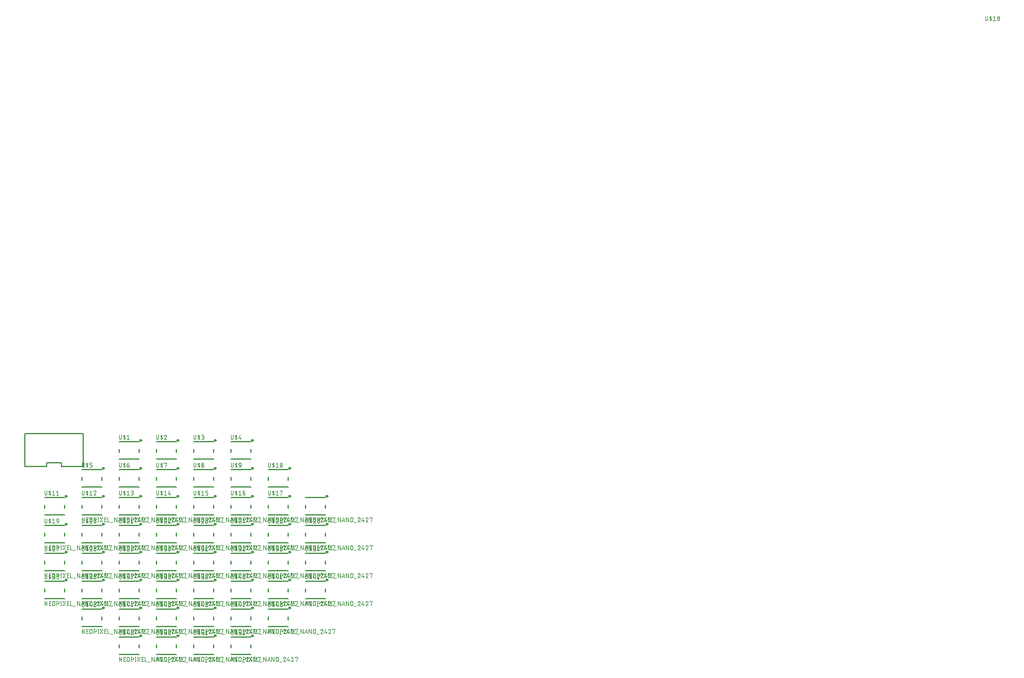
<source format=gto>
G75*
%MOIN*%
%OFA0B0*%
%FSLAX25Y25*%
%IPPOS*%
%LPD*%
%AMOC8*
5,1,8,0,0,1.08239X$1,22.5*
%
%ADD10C,0.00800*%
%ADD11C,0.00500*%
%ADD12C,0.00200*%
D10*
X0018382Y0150075D02*
X0029996Y0150075D01*
X0029996Y0152043D01*
X0037870Y0152043D01*
X0037870Y0150075D01*
X0049484Y0150075D01*
X0049484Y0167791D01*
X0018382Y0167791D01*
X0018382Y0150075D01*
D11*
X0039956Y0134169D02*
X0039958Y0134208D01*
X0039964Y0134247D01*
X0039974Y0134285D01*
X0039987Y0134322D01*
X0040004Y0134357D01*
X0040024Y0134391D01*
X0040048Y0134422D01*
X0040075Y0134451D01*
X0040104Y0134477D01*
X0040136Y0134500D01*
X0040170Y0134520D01*
X0040206Y0134536D01*
X0040243Y0134548D01*
X0040282Y0134557D01*
X0040321Y0134562D01*
X0040360Y0134563D01*
X0040399Y0134560D01*
X0040438Y0134553D01*
X0040475Y0134542D01*
X0040512Y0134528D01*
X0040547Y0134510D01*
X0040580Y0134489D01*
X0040611Y0134464D01*
X0040639Y0134437D01*
X0040664Y0134407D01*
X0040686Y0134374D01*
X0040705Y0134340D01*
X0040720Y0134304D01*
X0040732Y0134266D01*
X0040740Y0134228D01*
X0040744Y0134189D01*
X0040744Y0134149D01*
X0040740Y0134110D01*
X0040732Y0134072D01*
X0040720Y0134034D01*
X0040705Y0133998D01*
X0040686Y0133964D01*
X0040664Y0133931D01*
X0040639Y0133901D01*
X0040611Y0133874D01*
X0040580Y0133849D01*
X0040547Y0133828D01*
X0040512Y0133810D01*
X0040475Y0133796D01*
X0040438Y0133785D01*
X0040399Y0133778D01*
X0040360Y0133775D01*
X0040321Y0133776D01*
X0040282Y0133781D01*
X0040243Y0133790D01*
X0040206Y0133802D01*
X0040170Y0133818D01*
X0040136Y0133838D01*
X0040104Y0133861D01*
X0040075Y0133887D01*
X0040048Y0133916D01*
X0040024Y0133947D01*
X0040004Y0133981D01*
X0039987Y0134016D01*
X0039974Y0134053D01*
X0039964Y0134091D01*
X0039958Y0134130D01*
X0039956Y0134169D01*
X0039563Y0133382D02*
X0028933Y0133382D01*
X0028933Y0129445D02*
X0028933Y0127870D01*
X0028933Y0123933D02*
X0039563Y0123933D01*
X0039563Y0127870D02*
X0039563Y0129445D01*
X0048933Y0129445D02*
X0048933Y0127870D01*
X0048933Y0123933D02*
X0059563Y0123933D01*
X0059563Y0127870D02*
X0059563Y0129445D01*
X0059563Y0133382D02*
X0048933Y0133382D01*
X0048933Y0138933D02*
X0059563Y0138933D01*
X0059563Y0142870D02*
X0059563Y0144445D01*
X0059563Y0148382D02*
X0048933Y0148382D01*
X0048933Y0144445D02*
X0048933Y0142870D01*
X0059956Y0149169D02*
X0059958Y0149208D01*
X0059964Y0149247D01*
X0059974Y0149285D01*
X0059987Y0149322D01*
X0060004Y0149357D01*
X0060024Y0149391D01*
X0060048Y0149422D01*
X0060075Y0149451D01*
X0060104Y0149477D01*
X0060136Y0149500D01*
X0060170Y0149520D01*
X0060206Y0149536D01*
X0060243Y0149548D01*
X0060282Y0149557D01*
X0060321Y0149562D01*
X0060360Y0149563D01*
X0060399Y0149560D01*
X0060438Y0149553D01*
X0060475Y0149542D01*
X0060512Y0149528D01*
X0060547Y0149510D01*
X0060580Y0149489D01*
X0060611Y0149464D01*
X0060639Y0149437D01*
X0060664Y0149407D01*
X0060686Y0149374D01*
X0060705Y0149340D01*
X0060720Y0149304D01*
X0060732Y0149266D01*
X0060740Y0149228D01*
X0060744Y0149189D01*
X0060744Y0149149D01*
X0060740Y0149110D01*
X0060732Y0149072D01*
X0060720Y0149034D01*
X0060705Y0148998D01*
X0060686Y0148964D01*
X0060664Y0148931D01*
X0060639Y0148901D01*
X0060611Y0148874D01*
X0060580Y0148849D01*
X0060547Y0148828D01*
X0060512Y0148810D01*
X0060475Y0148796D01*
X0060438Y0148785D01*
X0060399Y0148778D01*
X0060360Y0148775D01*
X0060321Y0148776D01*
X0060282Y0148781D01*
X0060243Y0148790D01*
X0060206Y0148802D01*
X0060170Y0148818D01*
X0060136Y0148838D01*
X0060104Y0148861D01*
X0060075Y0148887D01*
X0060048Y0148916D01*
X0060024Y0148947D01*
X0060004Y0148981D01*
X0059987Y0149016D01*
X0059974Y0149053D01*
X0059964Y0149091D01*
X0059958Y0149130D01*
X0059956Y0149169D01*
X0068933Y0148382D02*
X0079563Y0148382D01*
X0079956Y0149169D02*
X0079958Y0149208D01*
X0079964Y0149247D01*
X0079974Y0149285D01*
X0079987Y0149322D01*
X0080004Y0149357D01*
X0080024Y0149391D01*
X0080048Y0149422D01*
X0080075Y0149451D01*
X0080104Y0149477D01*
X0080136Y0149500D01*
X0080170Y0149520D01*
X0080206Y0149536D01*
X0080243Y0149548D01*
X0080282Y0149557D01*
X0080321Y0149562D01*
X0080360Y0149563D01*
X0080399Y0149560D01*
X0080438Y0149553D01*
X0080475Y0149542D01*
X0080512Y0149528D01*
X0080547Y0149510D01*
X0080580Y0149489D01*
X0080611Y0149464D01*
X0080639Y0149437D01*
X0080664Y0149407D01*
X0080686Y0149374D01*
X0080705Y0149340D01*
X0080720Y0149304D01*
X0080732Y0149266D01*
X0080740Y0149228D01*
X0080744Y0149189D01*
X0080744Y0149149D01*
X0080740Y0149110D01*
X0080732Y0149072D01*
X0080720Y0149034D01*
X0080705Y0148998D01*
X0080686Y0148964D01*
X0080664Y0148931D01*
X0080639Y0148901D01*
X0080611Y0148874D01*
X0080580Y0148849D01*
X0080547Y0148828D01*
X0080512Y0148810D01*
X0080475Y0148796D01*
X0080438Y0148785D01*
X0080399Y0148778D01*
X0080360Y0148775D01*
X0080321Y0148776D01*
X0080282Y0148781D01*
X0080243Y0148790D01*
X0080206Y0148802D01*
X0080170Y0148818D01*
X0080136Y0148838D01*
X0080104Y0148861D01*
X0080075Y0148887D01*
X0080048Y0148916D01*
X0080024Y0148947D01*
X0080004Y0148981D01*
X0079987Y0149016D01*
X0079974Y0149053D01*
X0079964Y0149091D01*
X0079958Y0149130D01*
X0079956Y0149169D01*
X0079563Y0144445D02*
X0079563Y0142870D01*
X0079563Y0138933D02*
X0068933Y0138933D01*
X0068933Y0142870D02*
X0068933Y0144445D01*
X0059956Y0134169D02*
X0059958Y0134208D01*
X0059964Y0134247D01*
X0059974Y0134285D01*
X0059987Y0134322D01*
X0060004Y0134357D01*
X0060024Y0134391D01*
X0060048Y0134422D01*
X0060075Y0134451D01*
X0060104Y0134477D01*
X0060136Y0134500D01*
X0060170Y0134520D01*
X0060206Y0134536D01*
X0060243Y0134548D01*
X0060282Y0134557D01*
X0060321Y0134562D01*
X0060360Y0134563D01*
X0060399Y0134560D01*
X0060438Y0134553D01*
X0060475Y0134542D01*
X0060512Y0134528D01*
X0060547Y0134510D01*
X0060580Y0134489D01*
X0060611Y0134464D01*
X0060639Y0134437D01*
X0060664Y0134407D01*
X0060686Y0134374D01*
X0060705Y0134340D01*
X0060720Y0134304D01*
X0060732Y0134266D01*
X0060740Y0134228D01*
X0060744Y0134189D01*
X0060744Y0134149D01*
X0060740Y0134110D01*
X0060732Y0134072D01*
X0060720Y0134034D01*
X0060705Y0133998D01*
X0060686Y0133964D01*
X0060664Y0133931D01*
X0060639Y0133901D01*
X0060611Y0133874D01*
X0060580Y0133849D01*
X0060547Y0133828D01*
X0060512Y0133810D01*
X0060475Y0133796D01*
X0060438Y0133785D01*
X0060399Y0133778D01*
X0060360Y0133775D01*
X0060321Y0133776D01*
X0060282Y0133781D01*
X0060243Y0133790D01*
X0060206Y0133802D01*
X0060170Y0133818D01*
X0060136Y0133838D01*
X0060104Y0133861D01*
X0060075Y0133887D01*
X0060048Y0133916D01*
X0060024Y0133947D01*
X0060004Y0133981D01*
X0059987Y0134016D01*
X0059974Y0134053D01*
X0059964Y0134091D01*
X0059958Y0134130D01*
X0059956Y0134169D01*
X0068933Y0133382D02*
X0079563Y0133382D01*
X0079956Y0134169D02*
X0079958Y0134208D01*
X0079964Y0134247D01*
X0079974Y0134285D01*
X0079987Y0134322D01*
X0080004Y0134357D01*
X0080024Y0134391D01*
X0080048Y0134422D01*
X0080075Y0134451D01*
X0080104Y0134477D01*
X0080136Y0134500D01*
X0080170Y0134520D01*
X0080206Y0134536D01*
X0080243Y0134548D01*
X0080282Y0134557D01*
X0080321Y0134562D01*
X0080360Y0134563D01*
X0080399Y0134560D01*
X0080438Y0134553D01*
X0080475Y0134542D01*
X0080512Y0134528D01*
X0080547Y0134510D01*
X0080580Y0134489D01*
X0080611Y0134464D01*
X0080639Y0134437D01*
X0080664Y0134407D01*
X0080686Y0134374D01*
X0080705Y0134340D01*
X0080720Y0134304D01*
X0080732Y0134266D01*
X0080740Y0134228D01*
X0080744Y0134189D01*
X0080744Y0134149D01*
X0080740Y0134110D01*
X0080732Y0134072D01*
X0080720Y0134034D01*
X0080705Y0133998D01*
X0080686Y0133964D01*
X0080664Y0133931D01*
X0080639Y0133901D01*
X0080611Y0133874D01*
X0080580Y0133849D01*
X0080547Y0133828D01*
X0080512Y0133810D01*
X0080475Y0133796D01*
X0080438Y0133785D01*
X0080399Y0133778D01*
X0080360Y0133775D01*
X0080321Y0133776D01*
X0080282Y0133781D01*
X0080243Y0133790D01*
X0080206Y0133802D01*
X0080170Y0133818D01*
X0080136Y0133838D01*
X0080104Y0133861D01*
X0080075Y0133887D01*
X0080048Y0133916D01*
X0080024Y0133947D01*
X0080004Y0133981D01*
X0079987Y0134016D01*
X0079974Y0134053D01*
X0079964Y0134091D01*
X0079958Y0134130D01*
X0079956Y0134169D01*
X0079563Y0129445D02*
X0079563Y0127870D01*
X0079563Y0123933D02*
X0068933Y0123933D01*
X0068933Y0127870D02*
X0068933Y0129445D01*
X0068933Y0118382D02*
X0079563Y0118382D01*
X0079956Y0119169D02*
X0079958Y0119208D01*
X0079964Y0119247D01*
X0079974Y0119285D01*
X0079987Y0119322D01*
X0080004Y0119357D01*
X0080024Y0119391D01*
X0080048Y0119422D01*
X0080075Y0119451D01*
X0080104Y0119477D01*
X0080136Y0119500D01*
X0080170Y0119520D01*
X0080206Y0119536D01*
X0080243Y0119548D01*
X0080282Y0119557D01*
X0080321Y0119562D01*
X0080360Y0119563D01*
X0080399Y0119560D01*
X0080438Y0119553D01*
X0080475Y0119542D01*
X0080512Y0119528D01*
X0080547Y0119510D01*
X0080580Y0119489D01*
X0080611Y0119464D01*
X0080639Y0119437D01*
X0080664Y0119407D01*
X0080686Y0119374D01*
X0080705Y0119340D01*
X0080720Y0119304D01*
X0080732Y0119266D01*
X0080740Y0119228D01*
X0080744Y0119189D01*
X0080744Y0119149D01*
X0080740Y0119110D01*
X0080732Y0119072D01*
X0080720Y0119034D01*
X0080705Y0118998D01*
X0080686Y0118964D01*
X0080664Y0118931D01*
X0080639Y0118901D01*
X0080611Y0118874D01*
X0080580Y0118849D01*
X0080547Y0118828D01*
X0080512Y0118810D01*
X0080475Y0118796D01*
X0080438Y0118785D01*
X0080399Y0118778D01*
X0080360Y0118775D01*
X0080321Y0118776D01*
X0080282Y0118781D01*
X0080243Y0118790D01*
X0080206Y0118802D01*
X0080170Y0118818D01*
X0080136Y0118838D01*
X0080104Y0118861D01*
X0080075Y0118887D01*
X0080048Y0118916D01*
X0080024Y0118947D01*
X0080004Y0118981D01*
X0079987Y0119016D01*
X0079974Y0119053D01*
X0079964Y0119091D01*
X0079958Y0119130D01*
X0079956Y0119169D01*
X0079563Y0114445D02*
X0079563Y0112870D01*
X0079563Y0108933D02*
X0068933Y0108933D01*
X0068933Y0112870D02*
X0068933Y0114445D01*
X0059956Y0119169D02*
X0059958Y0119208D01*
X0059964Y0119247D01*
X0059974Y0119285D01*
X0059987Y0119322D01*
X0060004Y0119357D01*
X0060024Y0119391D01*
X0060048Y0119422D01*
X0060075Y0119451D01*
X0060104Y0119477D01*
X0060136Y0119500D01*
X0060170Y0119520D01*
X0060206Y0119536D01*
X0060243Y0119548D01*
X0060282Y0119557D01*
X0060321Y0119562D01*
X0060360Y0119563D01*
X0060399Y0119560D01*
X0060438Y0119553D01*
X0060475Y0119542D01*
X0060512Y0119528D01*
X0060547Y0119510D01*
X0060580Y0119489D01*
X0060611Y0119464D01*
X0060639Y0119437D01*
X0060664Y0119407D01*
X0060686Y0119374D01*
X0060705Y0119340D01*
X0060720Y0119304D01*
X0060732Y0119266D01*
X0060740Y0119228D01*
X0060744Y0119189D01*
X0060744Y0119149D01*
X0060740Y0119110D01*
X0060732Y0119072D01*
X0060720Y0119034D01*
X0060705Y0118998D01*
X0060686Y0118964D01*
X0060664Y0118931D01*
X0060639Y0118901D01*
X0060611Y0118874D01*
X0060580Y0118849D01*
X0060547Y0118828D01*
X0060512Y0118810D01*
X0060475Y0118796D01*
X0060438Y0118785D01*
X0060399Y0118778D01*
X0060360Y0118775D01*
X0060321Y0118776D01*
X0060282Y0118781D01*
X0060243Y0118790D01*
X0060206Y0118802D01*
X0060170Y0118818D01*
X0060136Y0118838D01*
X0060104Y0118861D01*
X0060075Y0118887D01*
X0060048Y0118916D01*
X0060024Y0118947D01*
X0060004Y0118981D01*
X0059987Y0119016D01*
X0059974Y0119053D01*
X0059964Y0119091D01*
X0059958Y0119130D01*
X0059956Y0119169D01*
X0059563Y0118382D02*
X0048933Y0118382D01*
X0048933Y0114445D02*
X0048933Y0112870D01*
X0048933Y0108933D02*
X0059563Y0108933D01*
X0059563Y0112870D02*
X0059563Y0114445D01*
X0059956Y0104169D02*
X0059958Y0104208D01*
X0059964Y0104247D01*
X0059974Y0104285D01*
X0059987Y0104322D01*
X0060004Y0104357D01*
X0060024Y0104391D01*
X0060048Y0104422D01*
X0060075Y0104451D01*
X0060104Y0104477D01*
X0060136Y0104500D01*
X0060170Y0104520D01*
X0060206Y0104536D01*
X0060243Y0104548D01*
X0060282Y0104557D01*
X0060321Y0104562D01*
X0060360Y0104563D01*
X0060399Y0104560D01*
X0060438Y0104553D01*
X0060475Y0104542D01*
X0060512Y0104528D01*
X0060547Y0104510D01*
X0060580Y0104489D01*
X0060611Y0104464D01*
X0060639Y0104437D01*
X0060664Y0104407D01*
X0060686Y0104374D01*
X0060705Y0104340D01*
X0060720Y0104304D01*
X0060732Y0104266D01*
X0060740Y0104228D01*
X0060744Y0104189D01*
X0060744Y0104149D01*
X0060740Y0104110D01*
X0060732Y0104072D01*
X0060720Y0104034D01*
X0060705Y0103998D01*
X0060686Y0103964D01*
X0060664Y0103931D01*
X0060639Y0103901D01*
X0060611Y0103874D01*
X0060580Y0103849D01*
X0060547Y0103828D01*
X0060512Y0103810D01*
X0060475Y0103796D01*
X0060438Y0103785D01*
X0060399Y0103778D01*
X0060360Y0103775D01*
X0060321Y0103776D01*
X0060282Y0103781D01*
X0060243Y0103790D01*
X0060206Y0103802D01*
X0060170Y0103818D01*
X0060136Y0103838D01*
X0060104Y0103861D01*
X0060075Y0103887D01*
X0060048Y0103916D01*
X0060024Y0103947D01*
X0060004Y0103981D01*
X0059987Y0104016D01*
X0059974Y0104053D01*
X0059964Y0104091D01*
X0059958Y0104130D01*
X0059956Y0104169D01*
X0059563Y0103382D02*
X0048933Y0103382D01*
X0048933Y0099445D02*
X0048933Y0097870D01*
X0048933Y0093933D02*
X0059563Y0093933D01*
X0059563Y0097870D02*
X0059563Y0099445D01*
X0068933Y0099445D02*
X0068933Y0097870D01*
X0068933Y0093933D02*
X0079563Y0093933D01*
X0079563Y0097870D02*
X0079563Y0099445D01*
X0079563Y0103382D02*
X0068933Y0103382D01*
X0079956Y0104169D02*
X0079958Y0104208D01*
X0079964Y0104247D01*
X0079974Y0104285D01*
X0079987Y0104322D01*
X0080004Y0104357D01*
X0080024Y0104391D01*
X0080048Y0104422D01*
X0080075Y0104451D01*
X0080104Y0104477D01*
X0080136Y0104500D01*
X0080170Y0104520D01*
X0080206Y0104536D01*
X0080243Y0104548D01*
X0080282Y0104557D01*
X0080321Y0104562D01*
X0080360Y0104563D01*
X0080399Y0104560D01*
X0080438Y0104553D01*
X0080475Y0104542D01*
X0080512Y0104528D01*
X0080547Y0104510D01*
X0080580Y0104489D01*
X0080611Y0104464D01*
X0080639Y0104437D01*
X0080664Y0104407D01*
X0080686Y0104374D01*
X0080705Y0104340D01*
X0080720Y0104304D01*
X0080732Y0104266D01*
X0080740Y0104228D01*
X0080744Y0104189D01*
X0080744Y0104149D01*
X0080740Y0104110D01*
X0080732Y0104072D01*
X0080720Y0104034D01*
X0080705Y0103998D01*
X0080686Y0103964D01*
X0080664Y0103931D01*
X0080639Y0103901D01*
X0080611Y0103874D01*
X0080580Y0103849D01*
X0080547Y0103828D01*
X0080512Y0103810D01*
X0080475Y0103796D01*
X0080438Y0103785D01*
X0080399Y0103778D01*
X0080360Y0103775D01*
X0080321Y0103776D01*
X0080282Y0103781D01*
X0080243Y0103790D01*
X0080206Y0103802D01*
X0080170Y0103818D01*
X0080136Y0103838D01*
X0080104Y0103861D01*
X0080075Y0103887D01*
X0080048Y0103916D01*
X0080024Y0103947D01*
X0080004Y0103981D01*
X0079987Y0104016D01*
X0079974Y0104053D01*
X0079964Y0104091D01*
X0079958Y0104130D01*
X0079956Y0104169D01*
X0088933Y0103382D02*
X0099563Y0103382D01*
X0099956Y0104169D02*
X0099958Y0104208D01*
X0099964Y0104247D01*
X0099974Y0104285D01*
X0099987Y0104322D01*
X0100004Y0104357D01*
X0100024Y0104391D01*
X0100048Y0104422D01*
X0100075Y0104451D01*
X0100104Y0104477D01*
X0100136Y0104500D01*
X0100170Y0104520D01*
X0100206Y0104536D01*
X0100243Y0104548D01*
X0100282Y0104557D01*
X0100321Y0104562D01*
X0100360Y0104563D01*
X0100399Y0104560D01*
X0100438Y0104553D01*
X0100475Y0104542D01*
X0100512Y0104528D01*
X0100547Y0104510D01*
X0100580Y0104489D01*
X0100611Y0104464D01*
X0100639Y0104437D01*
X0100664Y0104407D01*
X0100686Y0104374D01*
X0100705Y0104340D01*
X0100720Y0104304D01*
X0100732Y0104266D01*
X0100740Y0104228D01*
X0100744Y0104189D01*
X0100744Y0104149D01*
X0100740Y0104110D01*
X0100732Y0104072D01*
X0100720Y0104034D01*
X0100705Y0103998D01*
X0100686Y0103964D01*
X0100664Y0103931D01*
X0100639Y0103901D01*
X0100611Y0103874D01*
X0100580Y0103849D01*
X0100547Y0103828D01*
X0100512Y0103810D01*
X0100475Y0103796D01*
X0100438Y0103785D01*
X0100399Y0103778D01*
X0100360Y0103775D01*
X0100321Y0103776D01*
X0100282Y0103781D01*
X0100243Y0103790D01*
X0100206Y0103802D01*
X0100170Y0103818D01*
X0100136Y0103838D01*
X0100104Y0103861D01*
X0100075Y0103887D01*
X0100048Y0103916D01*
X0100024Y0103947D01*
X0100004Y0103981D01*
X0099987Y0104016D01*
X0099974Y0104053D01*
X0099964Y0104091D01*
X0099958Y0104130D01*
X0099956Y0104169D01*
X0099563Y0099445D02*
X0099563Y0097870D01*
X0099563Y0093933D02*
X0088933Y0093933D01*
X0088933Y0097870D02*
X0088933Y0099445D01*
X0088933Y0108933D02*
X0099563Y0108933D01*
X0099563Y0112870D02*
X0099563Y0114445D01*
X0099563Y0118382D02*
X0088933Y0118382D01*
X0088933Y0114445D02*
X0088933Y0112870D01*
X0099956Y0119169D02*
X0099958Y0119208D01*
X0099964Y0119247D01*
X0099974Y0119285D01*
X0099987Y0119322D01*
X0100004Y0119357D01*
X0100024Y0119391D01*
X0100048Y0119422D01*
X0100075Y0119451D01*
X0100104Y0119477D01*
X0100136Y0119500D01*
X0100170Y0119520D01*
X0100206Y0119536D01*
X0100243Y0119548D01*
X0100282Y0119557D01*
X0100321Y0119562D01*
X0100360Y0119563D01*
X0100399Y0119560D01*
X0100438Y0119553D01*
X0100475Y0119542D01*
X0100512Y0119528D01*
X0100547Y0119510D01*
X0100580Y0119489D01*
X0100611Y0119464D01*
X0100639Y0119437D01*
X0100664Y0119407D01*
X0100686Y0119374D01*
X0100705Y0119340D01*
X0100720Y0119304D01*
X0100732Y0119266D01*
X0100740Y0119228D01*
X0100744Y0119189D01*
X0100744Y0119149D01*
X0100740Y0119110D01*
X0100732Y0119072D01*
X0100720Y0119034D01*
X0100705Y0118998D01*
X0100686Y0118964D01*
X0100664Y0118931D01*
X0100639Y0118901D01*
X0100611Y0118874D01*
X0100580Y0118849D01*
X0100547Y0118828D01*
X0100512Y0118810D01*
X0100475Y0118796D01*
X0100438Y0118785D01*
X0100399Y0118778D01*
X0100360Y0118775D01*
X0100321Y0118776D01*
X0100282Y0118781D01*
X0100243Y0118790D01*
X0100206Y0118802D01*
X0100170Y0118818D01*
X0100136Y0118838D01*
X0100104Y0118861D01*
X0100075Y0118887D01*
X0100048Y0118916D01*
X0100024Y0118947D01*
X0100004Y0118981D01*
X0099987Y0119016D01*
X0099974Y0119053D01*
X0099964Y0119091D01*
X0099958Y0119130D01*
X0099956Y0119169D01*
X0099563Y0123933D02*
X0088933Y0123933D01*
X0088933Y0127870D02*
X0088933Y0129445D01*
X0088933Y0133382D02*
X0099563Y0133382D01*
X0099956Y0134169D02*
X0099958Y0134208D01*
X0099964Y0134247D01*
X0099974Y0134285D01*
X0099987Y0134322D01*
X0100004Y0134357D01*
X0100024Y0134391D01*
X0100048Y0134422D01*
X0100075Y0134451D01*
X0100104Y0134477D01*
X0100136Y0134500D01*
X0100170Y0134520D01*
X0100206Y0134536D01*
X0100243Y0134548D01*
X0100282Y0134557D01*
X0100321Y0134562D01*
X0100360Y0134563D01*
X0100399Y0134560D01*
X0100438Y0134553D01*
X0100475Y0134542D01*
X0100512Y0134528D01*
X0100547Y0134510D01*
X0100580Y0134489D01*
X0100611Y0134464D01*
X0100639Y0134437D01*
X0100664Y0134407D01*
X0100686Y0134374D01*
X0100705Y0134340D01*
X0100720Y0134304D01*
X0100732Y0134266D01*
X0100740Y0134228D01*
X0100744Y0134189D01*
X0100744Y0134149D01*
X0100740Y0134110D01*
X0100732Y0134072D01*
X0100720Y0134034D01*
X0100705Y0133998D01*
X0100686Y0133964D01*
X0100664Y0133931D01*
X0100639Y0133901D01*
X0100611Y0133874D01*
X0100580Y0133849D01*
X0100547Y0133828D01*
X0100512Y0133810D01*
X0100475Y0133796D01*
X0100438Y0133785D01*
X0100399Y0133778D01*
X0100360Y0133775D01*
X0100321Y0133776D01*
X0100282Y0133781D01*
X0100243Y0133790D01*
X0100206Y0133802D01*
X0100170Y0133818D01*
X0100136Y0133838D01*
X0100104Y0133861D01*
X0100075Y0133887D01*
X0100048Y0133916D01*
X0100024Y0133947D01*
X0100004Y0133981D01*
X0099987Y0134016D01*
X0099974Y0134053D01*
X0099964Y0134091D01*
X0099958Y0134130D01*
X0099956Y0134169D01*
X0099563Y0138933D02*
X0088933Y0138933D01*
X0088933Y0142870D02*
X0088933Y0144445D01*
X0088933Y0148382D02*
X0099563Y0148382D01*
X0099956Y0149169D02*
X0099958Y0149208D01*
X0099964Y0149247D01*
X0099974Y0149285D01*
X0099987Y0149322D01*
X0100004Y0149357D01*
X0100024Y0149391D01*
X0100048Y0149422D01*
X0100075Y0149451D01*
X0100104Y0149477D01*
X0100136Y0149500D01*
X0100170Y0149520D01*
X0100206Y0149536D01*
X0100243Y0149548D01*
X0100282Y0149557D01*
X0100321Y0149562D01*
X0100360Y0149563D01*
X0100399Y0149560D01*
X0100438Y0149553D01*
X0100475Y0149542D01*
X0100512Y0149528D01*
X0100547Y0149510D01*
X0100580Y0149489D01*
X0100611Y0149464D01*
X0100639Y0149437D01*
X0100664Y0149407D01*
X0100686Y0149374D01*
X0100705Y0149340D01*
X0100720Y0149304D01*
X0100732Y0149266D01*
X0100740Y0149228D01*
X0100744Y0149189D01*
X0100744Y0149149D01*
X0100740Y0149110D01*
X0100732Y0149072D01*
X0100720Y0149034D01*
X0100705Y0148998D01*
X0100686Y0148964D01*
X0100664Y0148931D01*
X0100639Y0148901D01*
X0100611Y0148874D01*
X0100580Y0148849D01*
X0100547Y0148828D01*
X0100512Y0148810D01*
X0100475Y0148796D01*
X0100438Y0148785D01*
X0100399Y0148778D01*
X0100360Y0148775D01*
X0100321Y0148776D01*
X0100282Y0148781D01*
X0100243Y0148790D01*
X0100206Y0148802D01*
X0100170Y0148818D01*
X0100136Y0148838D01*
X0100104Y0148861D01*
X0100075Y0148887D01*
X0100048Y0148916D01*
X0100024Y0148947D01*
X0100004Y0148981D01*
X0099987Y0149016D01*
X0099974Y0149053D01*
X0099964Y0149091D01*
X0099958Y0149130D01*
X0099956Y0149169D01*
X0099563Y0144445D02*
X0099563Y0142870D01*
X0108933Y0142870D02*
X0108933Y0144445D01*
X0108933Y0148382D02*
X0119563Y0148382D01*
X0119956Y0149169D02*
X0119958Y0149208D01*
X0119964Y0149247D01*
X0119974Y0149285D01*
X0119987Y0149322D01*
X0120004Y0149357D01*
X0120024Y0149391D01*
X0120048Y0149422D01*
X0120075Y0149451D01*
X0120104Y0149477D01*
X0120136Y0149500D01*
X0120170Y0149520D01*
X0120206Y0149536D01*
X0120243Y0149548D01*
X0120282Y0149557D01*
X0120321Y0149562D01*
X0120360Y0149563D01*
X0120399Y0149560D01*
X0120438Y0149553D01*
X0120475Y0149542D01*
X0120512Y0149528D01*
X0120547Y0149510D01*
X0120580Y0149489D01*
X0120611Y0149464D01*
X0120639Y0149437D01*
X0120664Y0149407D01*
X0120686Y0149374D01*
X0120705Y0149340D01*
X0120720Y0149304D01*
X0120732Y0149266D01*
X0120740Y0149228D01*
X0120744Y0149189D01*
X0120744Y0149149D01*
X0120740Y0149110D01*
X0120732Y0149072D01*
X0120720Y0149034D01*
X0120705Y0148998D01*
X0120686Y0148964D01*
X0120664Y0148931D01*
X0120639Y0148901D01*
X0120611Y0148874D01*
X0120580Y0148849D01*
X0120547Y0148828D01*
X0120512Y0148810D01*
X0120475Y0148796D01*
X0120438Y0148785D01*
X0120399Y0148778D01*
X0120360Y0148775D01*
X0120321Y0148776D01*
X0120282Y0148781D01*
X0120243Y0148790D01*
X0120206Y0148802D01*
X0120170Y0148818D01*
X0120136Y0148838D01*
X0120104Y0148861D01*
X0120075Y0148887D01*
X0120048Y0148916D01*
X0120024Y0148947D01*
X0120004Y0148981D01*
X0119987Y0149016D01*
X0119974Y0149053D01*
X0119964Y0149091D01*
X0119958Y0149130D01*
X0119956Y0149169D01*
X0119563Y0144445D02*
X0119563Y0142870D01*
X0119563Y0138933D02*
X0108933Y0138933D01*
X0108933Y0133382D02*
X0119563Y0133382D01*
X0119956Y0134169D02*
X0119958Y0134208D01*
X0119964Y0134247D01*
X0119974Y0134285D01*
X0119987Y0134322D01*
X0120004Y0134357D01*
X0120024Y0134391D01*
X0120048Y0134422D01*
X0120075Y0134451D01*
X0120104Y0134477D01*
X0120136Y0134500D01*
X0120170Y0134520D01*
X0120206Y0134536D01*
X0120243Y0134548D01*
X0120282Y0134557D01*
X0120321Y0134562D01*
X0120360Y0134563D01*
X0120399Y0134560D01*
X0120438Y0134553D01*
X0120475Y0134542D01*
X0120512Y0134528D01*
X0120547Y0134510D01*
X0120580Y0134489D01*
X0120611Y0134464D01*
X0120639Y0134437D01*
X0120664Y0134407D01*
X0120686Y0134374D01*
X0120705Y0134340D01*
X0120720Y0134304D01*
X0120732Y0134266D01*
X0120740Y0134228D01*
X0120744Y0134189D01*
X0120744Y0134149D01*
X0120740Y0134110D01*
X0120732Y0134072D01*
X0120720Y0134034D01*
X0120705Y0133998D01*
X0120686Y0133964D01*
X0120664Y0133931D01*
X0120639Y0133901D01*
X0120611Y0133874D01*
X0120580Y0133849D01*
X0120547Y0133828D01*
X0120512Y0133810D01*
X0120475Y0133796D01*
X0120438Y0133785D01*
X0120399Y0133778D01*
X0120360Y0133775D01*
X0120321Y0133776D01*
X0120282Y0133781D01*
X0120243Y0133790D01*
X0120206Y0133802D01*
X0120170Y0133818D01*
X0120136Y0133838D01*
X0120104Y0133861D01*
X0120075Y0133887D01*
X0120048Y0133916D01*
X0120024Y0133947D01*
X0120004Y0133981D01*
X0119987Y0134016D01*
X0119974Y0134053D01*
X0119964Y0134091D01*
X0119958Y0134130D01*
X0119956Y0134169D01*
X0128933Y0133382D02*
X0139563Y0133382D01*
X0139956Y0134169D02*
X0139958Y0134208D01*
X0139964Y0134247D01*
X0139974Y0134285D01*
X0139987Y0134322D01*
X0140004Y0134357D01*
X0140024Y0134391D01*
X0140048Y0134422D01*
X0140075Y0134451D01*
X0140104Y0134477D01*
X0140136Y0134500D01*
X0140170Y0134520D01*
X0140206Y0134536D01*
X0140243Y0134548D01*
X0140282Y0134557D01*
X0140321Y0134562D01*
X0140360Y0134563D01*
X0140399Y0134560D01*
X0140438Y0134553D01*
X0140475Y0134542D01*
X0140512Y0134528D01*
X0140547Y0134510D01*
X0140580Y0134489D01*
X0140611Y0134464D01*
X0140639Y0134437D01*
X0140664Y0134407D01*
X0140686Y0134374D01*
X0140705Y0134340D01*
X0140720Y0134304D01*
X0140732Y0134266D01*
X0140740Y0134228D01*
X0140744Y0134189D01*
X0140744Y0134149D01*
X0140740Y0134110D01*
X0140732Y0134072D01*
X0140720Y0134034D01*
X0140705Y0133998D01*
X0140686Y0133964D01*
X0140664Y0133931D01*
X0140639Y0133901D01*
X0140611Y0133874D01*
X0140580Y0133849D01*
X0140547Y0133828D01*
X0140512Y0133810D01*
X0140475Y0133796D01*
X0140438Y0133785D01*
X0140399Y0133778D01*
X0140360Y0133775D01*
X0140321Y0133776D01*
X0140282Y0133781D01*
X0140243Y0133790D01*
X0140206Y0133802D01*
X0140170Y0133818D01*
X0140136Y0133838D01*
X0140104Y0133861D01*
X0140075Y0133887D01*
X0140048Y0133916D01*
X0140024Y0133947D01*
X0140004Y0133981D01*
X0139987Y0134016D01*
X0139974Y0134053D01*
X0139964Y0134091D01*
X0139958Y0134130D01*
X0139956Y0134169D01*
X0139563Y0138933D02*
X0128933Y0138933D01*
X0128933Y0142870D02*
X0128933Y0144445D01*
X0128933Y0148382D02*
X0139563Y0148382D01*
X0139956Y0149169D02*
X0139958Y0149208D01*
X0139964Y0149247D01*
X0139974Y0149285D01*
X0139987Y0149322D01*
X0140004Y0149357D01*
X0140024Y0149391D01*
X0140048Y0149422D01*
X0140075Y0149451D01*
X0140104Y0149477D01*
X0140136Y0149500D01*
X0140170Y0149520D01*
X0140206Y0149536D01*
X0140243Y0149548D01*
X0140282Y0149557D01*
X0140321Y0149562D01*
X0140360Y0149563D01*
X0140399Y0149560D01*
X0140438Y0149553D01*
X0140475Y0149542D01*
X0140512Y0149528D01*
X0140547Y0149510D01*
X0140580Y0149489D01*
X0140611Y0149464D01*
X0140639Y0149437D01*
X0140664Y0149407D01*
X0140686Y0149374D01*
X0140705Y0149340D01*
X0140720Y0149304D01*
X0140732Y0149266D01*
X0140740Y0149228D01*
X0140744Y0149189D01*
X0140744Y0149149D01*
X0140740Y0149110D01*
X0140732Y0149072D01*
X0140720Y0149034D01*
X0140705Y0148998D01*
X0140686Y0148964D01*
X0140664Y0148931D01*
X0140639Y0148901D01*
X0140611Y0148874D01*
X0140580Y0148849D01*
X0140547Y0148828D01*
X0140512Y0148810D01*
X0140475Y0148796D01*
X0140438Y0148785D01*
X0140399Y0148778D01*
X0140360Y0148775D01*
X0140321Y0148776D01*
X0140282Y0148781D01*
X0140243Y0148790D01*
X0140206Y0148802D01*
X0140170Y0148818D01*
X0140136Y0148838D01*
X0140104Y0148861D01*
X0140075Y0148887D01*
X0140048Y0148916D01*
X0140024Y0148947D01*
X0140004Y0148981D01*
X0139987Y0149016D01*
X0139974Y0149053D01*
X0139964Y0149091D01*
X0139958Y0149130D01*
X0139956Y0149169D01*
X0139563Y0144445D02*
X0139563Y0142870D01*
X0148933Y0142870D02*
X0148933Y0144445D01*
X0148933Y0148382D02*
X0159563Y0148382D01*
X0159956Y0149169D02*
X0159958Y0149208D01*
X0159964Y0149247D01*
X0159974Y0149285D01*
X0159987Y0149322D01*
X0160004Y0149357D01*
X0160024Y0149391D01*
X0160048Y0149422D01*
X0160075Y0149451D01*
X0160104Y0149477D01*
X0160136Y0149500D01*
X0160170Y0149520D01*
X0160206Y0149536D01*
X0160243Y0149548D01*
X0160282Y0149557D01*
X0160321Y0149562D01*
X0160360Y0149563D01*
X0160399Y0149560D01*
X0160438Y0149553D01*
X0160475Y0149542D01*
X0160512Y0149528D01*
X0160547Y0149510D01*
X0160580Y0149489D01*
X0160611Y0149464D01*
X0160639Y0149437D01*
X0160664Y0149407D01*
X0160686Y0149374D01*
X0160705Y0149340D01*
X0160720Y0149304D01*
X0160732Y0149266D01*
X0160740Y0149228D01*
X0160744Y0149189D01*
X0160744Y0149149D01*
X0160740Y0149110D01*
X0160732Y0149072D01*
X0160720Y0149034D01*
X0160705Y0148998D01*
X0160686Y0148964D01*
X0160664Y0148931D01*
X0160639Y0148901D01*
X0160611Y0148874D01*
X0160580Y0148849D01*
X0160547Y0148828D01*
X0160512Y0148810D01*
X0160475Y0148796D01*
X0160438Y0148785D01*
X0160399Y0148778D01*
X0160360Y0148775D01*
X0160321Y0148776D01*
X0160282Y0148781D01*
X0160243Y0148790D01*
X0160206Y0148802D01*
X0160170Y0148818D01*
X0160136Y0148838D01*
X0160104Y0148861D01*
X0160075Y0148887D01*
X0160048Y0148916D01*
X0160024Y0148947D01*
X0160004Y0148981D01*
X0159987Y0149016D01*
X0159974Y0149053D01*
X0159964Y0149091D01*
X0159958Y0149130D01*
X0159956Y0149169D01*
X0159563Y0144445D02*
X0159563Y0142870D01*
X0159563Y0138933D02*
X0148933Y0138933D01*
X0148933Y0133382D02*
X0159563Y0133382D01*
X0159956Y0134169D02*
X0159958Y0134208D01*
X0159964Y0134247D01*
X0159974Y0134285D01*
X0159987Y0134322D01*
X0160004Y0134357D01*
X0160024Y0134391D01*
X0160048Y0134422D01*
X0160075Y0134451D01*
X0160104Y0134477D01*
X0160136Y0134500D01*
X0160170Y0134520D01*
X0160206Y0134536D01*
X0160243Y0134548D01*
X0160282Y0134557D01*
X0160321Y0134562D01*
X0160360Y0134563D01*
X0160399Y0134560D01*
X0160438Y0134553D01*
X0160475Y0134542D01*
X0160512Y0134528D01*
X0160547Y0134510D01*
X0160580Y0134489D01*
X0160611Y0134464D01*
X0160639Y0134437D01*
X0160664Y0134407D01*
X0160686Y0134374D01*
X0160705Y0134340D01*
X0160720Y0134304D01*
X0160732Y0134266D01*
X0160740Y0134228D01*
X0160744Y0134189D01*
X0160744Y0134149D01*
X0160740Y0134110D01*
X0160732Y0134072D01*
X0160720Y0134034D01*
X0160705Y0133998D01*
X0160686Y0133964D01*
X0160664Y0133931D01*
X0160639Y0133901D01*
X0160611Y0133874D01*
X0160580Y0133849D01*
X0160547Y0133828D01*
X0160512Y0133810D01*
X0160475Y0133796D01*
X0160438Y0133785D01*
X0160399Y0133778D01*
X0160360Y0133775D01*
X0160321Y0133776D01*
X0160282Y0133781D01*
X0160243Y0133790D01*
X0160206Y0133802D01*
X0160170Y0133818D01*
X0160136Y0133838D01*
X0160104Y0133861D01*
X0160075Y0133887D01*
X0160048Y0133916D01*
X0160024Y0133947D01*
X0160004Y0133981D01*
X0159987Y0134016D01*
X0159974Y0134053D01*
X0159964Y0134091D01*
X0159958Y0134130D01*
X0159956Y0134169D01*
X0159563Y0129445D02*
X0159563Y0127870D01*
X0159563Y0123933D02*
X0148933Y0123933D01*
X0148933Y0127870D02*
X0148933Y0129445D01*
X0139563Y0129445D02*
X0139563Y0127870D01*
X0139563Y0123933D02*
X0128933Y0123933D01*
X0128933Y0127870D02*
X0128933Y0129445D01*
X0119563Y0129445D02*
X0119563Y0127870D01*
X0119563Y0123933D02*
X0108933Y0123933D01*
X0108933Y0127870D02*
X0108933Y0129445D01*
X0099563Y0129445D02*
X0099563Y0127870D01*
X0108933Y0118382D02*
X0119563Y0118382D01*
X0119956Y0119169D02*
X0119958Y0119208D01*
X0119964Y0119247D01*
X0119974Y0119285D01*
X0119987Y0119322D01*
X0120004Y0119357D01*
X0120024Y0119391D01*
X0120048Y0119422D01*
X0120075Y0119451D01*
X0120104Y0119477D01*
X0120136Y0119500D01*
X0120170Y0119520D01*
X0120206Y0119536D01*
X0120243Y0119548D01*
X0120282Y0119557D01*
X0120321Y0119562D01*
X0120360Y0119563D01*
X0120399Y0119560D01*
X0120438Y0119553D01*
X0120475Y0119542D01*
X0120512Y0119528D01*
X0120547Y0119510D01*
X0120580Y0119489D01*
X0120611Y0119464D01*
X0120639Y0119437D01*
X0120664Y0119407D01*
X0120686Y0119374D01*
X0120705Y0119340D01*
X0120720Y0119304D01*
X0120732Y0119266D01*
X0120740Y0119228D01*
X0120744Y0119189D01*
X0120744Y0119149D01*
X0120740Y0119110D01*
X0120732Y0119072D01*
X0120720Y0119034D01*
X0120705Y0118998D01*
X0120686Y0118964D01*
X0120664Y0118931D01*
X0120639Y0118901D01*
X0120611Y0118874D01*
X0120580Y0118849D01*
X0120547Y0118828D01*
X0120512Y0118810D01*
X0120475Y0118796D01*
X0120438Y0118785D01*
X0120399Y0118778D01*
X0120360Y0118775D01*
X0120321Y0118776D01*
X0120282Y0118781D01*
X0120243Y0118790D01*
X0120206Y0118802D01*
X0120170Y0118818D01*
X0120136Y0118838D01*
X0120104Y0118861D01*
X0120075Y0118887D01*
X0120048Y0118916D01*
X0120024Y0118947D01*
X0120004Y0118981D01*
X0119987Y0119016D01*
X0119974Y0119053D01*
X0119964Y0119091D01*
X0119958Y0119130D01*
X0119956Y0119169D01*
X0119563Y0114445D02*
X0119563Y0112870D01*
X0119563Y0108933D02*
X0108933Y0108933D01*
X0108933Y0112870D02*
X0108933Y0114445D01*
X0108933Y0103382D02*
X0119563Y0103382D01*
X0119956Y0104169D02*
X0119958Y0104208D01*
X0119964Y0104247D01*
X0119974Y0104285D01*
X0119987Y0104322D01*
X0120004Y0104357D01*
X0120024Y0104391D01*
X0120048Y0104422D01*
X0120075Y0104451D01*
X0120104Y0104477D01*
X0120136Y0104500D01*
X0120170Y0104520D01*
X0120206Y0104536D01*
X0120243Y0104548D01*
X0120282Y0104557D01*
X0120321Y0104562D01*
X0120360Y0104563D01*
X0120399Y0104560D01*
X0120438Y0104553D01*
X0120475Y0104542D01*
X0120512Y0104528D01*
X0120547Y0104510D01*
X0120580Y0104489D01*
X0120611Y0104464D01*
X0120639Y0104437D01*
X0120664Y0104407D01*
X0120686Y0104374D01*
X0120705Y0104340D01*
X0120720Y0104304D01*
X0120732Y0104266D01*
X0120740Y0104228D01*
X0120744Y0104189D01*
X0120744Y0104149D01*
X0120740Y0104110D01*
X0120732Y0104072D01*
X0120720Y0104034D01*
X0120705Y0103998D01*
X0120686Y0103964D01*
X0120664Y0103931D01*
X0120639Y0103901D01*
X0120611Y0103874D01*
X0120580Y0103849D01*
X0120547Y0103828D01*
X0120512Y0103810D01*
X0120475Y0103796D01*
X0120438Y0103785D01*
X0120399Y0103778D01*
X0120360Y0103775D01*
X0120321Y0103776D01*
X0120282Y0103781D01*
X0120243Y0103790D01*
X0120206Y0103802D01*
X0120170Y0103818D01*
X0120136Y0103838D01*
X0120104Y0103861D01*
X0120075Y0103887D01*
X0120048Y0103916D01*
X0120024Y0103947D01*
X0120004Y0103981D01*
X0119987Y0104016D01*
X0119974Y0104053D01*
X0119964Y0104091D01*
X0119958Y0104130D01*
X0119956Y0104169D01*
X0119563Y0099445D02*
X0119563Y0097870D01*
X0119563Y0093933D02*
X0108933Y0093933D01*
X0108933Y0097870D02*
X0108933Y0099445D01*
X0108933Y0088382D02*
X0119563Y0088382D01*
X0119956Y0089169D02*
X0119958Y0089208D01*
X0119964Y0089247D01*
X0119974Y0089285D01*
X0119987Y0089322D01*
X0120004Y0089357D01*
X0120024Y0089391D01*
X0120048Y0089422D01*
X0120075Y0089451D01*
X0120104Y0089477D01*
X0120136Y0089500D01*
X0120170Y0089520D01*
X0120206Y0089536D01*
X0120243Y0089548D01*
X0120282Y0089557D01*
X0120321Y0089562D01*
X0120360Y0089563D01*
X0120399Y0089560D01*
X0120438Y0089553D01*
X0120475Y0089542D01*
X0120512Y0089528D01*
X0120547Y0089510D01*
X0120580Y0089489D01*
X0120611Y0089464D01*
X0120639Y0089437D01*
X0120664Y0089407D01*
X0120686Y0089374D01*
X0120705Y0089340D01*
X0120720Y0089304D01*
X0120732Y0089266D01*
X0120740Y0089228D01*
X0120744Y0089189D01*
X0120744Y0089149D01*
X0120740Y0089110D01*
X0120732Y0089072D01*
X0120720Y0089034D01*
X0120705Y0088998D01*
X0120686Y0088964D01*
X0120664Y0088931D01*
X0120639Y0088901D01*
X0120611Y0088874D01*
X0120580Y0088849D01*
X0120547Y0088828D01*
X0120512Y0088810D01*
X0120475Y0088796D01*
X0120438Y0088785D01*
X0120399Y0088778D01*
X0120360Y0088775D01*
X0120321Y0088776D01*
X0120282Y0088781D01*
X0120243Y0088790D01*
X0120206Y0088802D01*
X0120170Y0088818D01*
X0120136Y0088838D01*
X0120104Y0088861D01*
X0120075Y0088887D01*
X0120048Y0088916D01*
X0120024Y0088947D01*
X0120004Y0088981D01*
X0119987Y0089016D01*
X0119974Y0089053D01*
X0119964Y0089091D01*
X0119958Y0089130D01*
X0119956Y0089169D01*
X0119563Y0084445D02*
X0119563Y0082870D01*
X0119563Y0078933D02*
X0108933Y0078933D01*
X0108933Y0082870D02*
X0108933Y0084445D01*
X0099563Y0084445D02*
X0099563Y0082870D01*
X0099563Y0078933D02*
X0088933Y0078933D01*
X0088933Y0082870D02*
X0088933Y0084445D01*
X0088933Y0088382D02*
X0099563Y0088382D01*
X0099956Y0089169D02*
X0099958Y0089208D01*
X0099964Y0089247D01*
X0099974Y0089285D01*
X0099987Y0089322D01*
X0100004Y0089357D01*
X0100024Y0089391D01*
X0100048Y0089422D01*
X0100075Y0089451D01*
X0100104Y0089477D01*
X0100136Y0089500D01*
X0100170Y0089520D01*
X0100206Y0089536D01*
X0100243Y0089548D01*
X0100282Y0089557D01*
X0100321Y0089562D01*
X0100360Y0089563D01*
X0100399Y0089560D01*
X0100438Y0089553D01*
X0100475Y0089542D01*
X0100512Y0089528D01*
X0100547Y0089510D01*
X0100580Y0089489D01*
X0100611Y0089464D01*
X0100639Y0089437D01*
X0100664Y0089407D01*
X0100686Y0089374D01*
X0100705Y0089340D01*
X0100720Y0089304D01*
X0100732Y0089266D01*
X0100740Y0089228D01*
X0100744Y0089189D01*
X0100744Y0089149D01*
X0100740Y0089110D01*
X0100732Y0089072D01*
X0100720Y0089034D01*
X0100705Y0088998D01*
X0100686Y0088964D01*
X0100664Y0088931D01*
X0100639Y0088901D01*
X0100611Y0088874D01*
X0100580Y0088849D01*
X0100547Y0088828D01*
X0100512Y0088810D01*
X0100475Y0088796D01*
X0100438Y0088785D01*
X0100399Y0088778D01*
X0100360Y0088775D01*
X0100321Y0088776D01*
X0100282Y0088781D01*
X0100243Y0088790D01*
X0100206Y0088802D01*
X0100170Y0088818D01*
X0100136Y0088838D01*
X0100104Y0088861D01*
X0100075Y0088887D01*
X0100048Y0088916D01*
X0100024Y0088947D01*
X0100004Y0088981D01*
X0099987Y0089016D01*
X0099974Y0089053D01*
X0099964Y0089091D01*
X0099958Y0089130D01*
X0099956Y0089169D01*
X0099956Y0074169D02*
X0099958Y0074208D01*
X0099964Y0074247D01*
X0099974Y0074285D01*
X0099987Y0074322D01*
X0100004Y0074357D01*
X0100024Y0074391D01*
X0100048Y0074422D01*
X0100075Y0074451D01*
X0100104Y0074477D01*
X0100136Y0074500D01*
X0100170Y0074520D01*
X0100206Y0074536D01*
X0100243Y0074548D01*
X0100282Y0074557D01*
X0100321Y0074562D01*
X0100360Y0074563D01*
X0100399Y0074560D01*
X0100438Y0074553D01*
X0100475Y0074542D01*
X0100512Y0074528D01*
X0100547Y0074510D01*
X0100580Y0074489D01*
X0100611Y0074464D01*
X0100639Y0074437D01*
X0100664Y0074407D01*
X0100686Y0074374D01*
X0100705Y0074340D01*
X0100720Y0074304D01*
X0100732Y0074266D01*
X0100740Y0074228D01*
X0100744Y0074189D01*
X0100744Y0074149D01*
X0100740Y0074110D01*
X0100732Y0074072D01*
X0100720Y0074034D01*
X0100705Y0073998D01*
X0100686Y0073964D01*
X0100664Y0073931D01*
X0100639Y0073901D01*
X0100611Y0073874D01*
X0100580Y0073849D01*
X0100547Y0073828D01*
X0100512Y0073810D01*
X0100475Y0073796D01*
X0100438Y0073785D01*
X0100399Y0073778D01*
X0100360Y0073775D01*
X0100321Y0073776D01*
X0100282Y0073781D01*
X0100243Y0073790D01*
X0100206Y0073802D01*
X0100170Y0073818D01*
X0100136Y0073838D01*
X0100104Y0073861D01*
X0100075Y0073887D01*
X0100048Y0073916D01*
X0100024Y0073947D01*
X0100004Y0073981D01*
X0099987Y0074016D01*
X0099974Y0074053D01*
X0099964Y0074091D01*
X0099958Y0074130D01*
X0099956Y0074169D01*
X0099563Y0073382D02*
X0088933Y0073382D01*
X0088933Y0069445D02*
X0088933Y0067870D01*
X0088933Y0063933D02*
X0099563Y0063933D01*
X0099563Y0067870D02*
X0099563Y0069445D01*
X0108933Y0069445D02*
X0108933Y0067870D01*
X0108933Y0063933D02*
X0119563Y0063933D01*
X0119563Y0067870D02*
X0119563Y0069445D01*
X0119563Y0073382D02*
X0108933Y0073382D01*
X0119956Y0074169D02*
X0119958Y0074208D01*
X0119964Y0074247D01*
X0119974Y0074285D01*
X0119987Y0074322D01*
X0120004Y0074357D01*
X0120024Y0074391D01*
X0120048Y0074422D01*
X0120075Y0074451D01*
X0120104Y0074477D01*
X0120136Y0074500D01*
X0120170Y0074520D01*
X0120206Y0074536D01*
X0120243Y0074548D01*
X0120282Y0074557D01*
X0120321Y0074562D01*
X0120360Y0074563D01*
X0120399Y0074560D01*
X0120438Y0074553D01*
X0120475Y0074542D01*
X0120512Y0074528D01*
X0120547Y0074510D01*
X0120580Y0074489D01*
X0120611Y0074464D01*
X0120639Y0074437D01*
X0120664Y0074407D01*
X0120686Y0074374D01*
X0120705Y0074340D01*
X0120720Y0074304D01*
X0120732Y0074266D01*
X0120740Y0074228D01*
X0120744Y0074189D01*
X0120744Y0074149D01*
X0120740Y0074110D01*
X0120732Y0074072D01*
X0120720Y0074034D01*
X0120705Y0073998D01*
X0120686Y0073964D01*
X0120664Y0073931D01*
X0120639Y0073901D01*
X0120611Y0073874D01*
X0120580Y0073849D01*
X0120547Y0073828D01*
X0120512Y0073810D01*
X0120475Y0073796D01*
X0120438Y0073785D01*
X0120399Y0073778D01*
X0120360Y0073775D01*
X0120321Y0073776D01*
X0120282Y0073781D01*
X0120243Y0073790D01*
X0120206Y0073802D01*
X0120170Y0073818D01*
X0120136Y0073838D01*
X0120104Y0073861D01*
X0120075Y0073887D01*
X0120048Y0073916D01*
X0120024Y0073947D01*
X0120004Y0073981D01*
X0119987Y0074016D01*
X0119974Y0074053D01*
X0119964Y0074091D01*
X0119958Y0074130D01*
X0119956Y0074169D01*
X0128933Y0073382D02*
X0139563Y0073382D01*
X0139956Y0074169D02*
X0139958Y0074208D01*
X0139964Y0074247D01*
X0139974Y0074285D01*
X0139987Y0074322D01*
X0140004Y0074357D01*
X0140024Y0074391D01*
X0140048Y0074422D01*
X0140075Y0074451D01*
X0140104Y0074477D01*
X0140136Y0074500D01*
X0140170Y0074520D01*
X0140206Y0074536D01*
X0140243Y0074548D01*
X0140282Y0074557D01*
X0140321Y0074562D01*
X0140360Y0074563D01*
X0140399Y0074560D01*
X0140438Y0074553D01*
X0140475Y0074542D01*
X0140512Y0074528D01*
X0140547Y0074510D01*
X0140580Y0074489D01*
X0140611Y0074464D01*
X0140639Y0074437D01*
X0140664Y0074407D01*
X0140686Y0074374D01*
X0140705Y0074340D01*
X0140720Y0074304D01*
X0140732Y0074266D01*
X0140740Y0074228D01*
X0140744Y0074189D01*
X0140744Y0074149D01*
X0140740Y0074110D01*
X0140732Y0074072D01*
X0140720Y0074034D01*
X0140705Y0073998D01*
X0140686Y0073964D01*
X0140664Y0073931D01*
X0140639Y0073901D01*
X0140611Y0073874D01*
X0140580Y0073849D01*
X0140547Y0073828D01*
X0140512Y0073810D01*
X0140475Y0073796D01*
X0140438Y0073785D01*
X0140399Y0073778D01*
X0140360Y0073775D01*
X0140321Y0073776D01*
X0140282Y0073781D01*
X0140243Y0073790D01*
X0140206Y0073802D01*
X0140170Y0073818D01*
X0140136Y0073838D01*
X0140104Y0073861D01*
X0140075Y0073887D01*
X0140048Y0073916D01*
X0140024Y0073947D01*
X0140004Y0073981D01*
X0139987Y0074016D01*
X0139974Y0074053D01*
X0139964Y0074091D01*
X0139958Y0074130D01*
X0139956Y0074169D01*
X0139563Y0069445D02*
X0139563Y0067870D01*
X0139563Y0063933D02*
X0128933Y0063933D01*
X0128933Y0067870D02*
X0128933Y0069445D01*
X0119956Y0059169D02*
X0119958Y0059208D01*
X0119964Y0059247D01*
X0119974Y0059285D01*
X0119987Y0059322D01*
X0120004Y0059357D01*
X0120024Y0059391D01*
X0120048Y0059422D01*
X0120075Y0059451D01*
X0120104Y0059477D01*
X0120136Y0059500D01*
X0120170Y0059520D01*
X0120206Y0059536D01*
X0120243Y0059548D01*
X0120282Y0059557D01*
X0120321Y0059562D01*
X0120360Y0059563D01*
X0120399Y0059560D01*
X0120438Y0059553D01*
X0120475Y0059542D01*
X0120512Y0059528D01*
X0120547Y0059510D01*
X0120580Y0059489D01*
X0120611Y0059464D01*
X0120639Y0059437D01*
X0120664Y0059407D01*
X0120686Y0059374D01*
X0120705Y0059340D01*
X0120720Y0059304D01*
X0120732Y0059266D01*
X0120740Y0059228D01*
X0120744Y0059189D01*
X0120744Y0059149D01*
X0120740Y0059110D01*
X0120732Y0059072D01*
X0120720Y0059034D01*
X0120705Y0058998D01*
X0120686Y0058964D01*
X0120664Y0058931D01*
X0120639Y0058901D01*
X0120611Y0058874D01*
X0120580Y0058849D01*
X0120547Y0058828D01*
X0120512Y0058810D01*
X0120475Y0058796D01*
X0120438Y0058785D01*
X0120399Y0058778D01*
X0120360Y0058775D01*
X0120321Y0058776D01*
X0120282Y0058781D01*
X0120243Y0058790D01*
X0120206Y0058802D01*
X0120170Y0058818D01*
X0120136Y0058838D01*
X0120104Y0058861D01*
X0120075Y0058887D01*
X0120048Y0058916D01*
X0120024Y0058947D01*
X0120004Y0058981D01*
X0119987Y0059016D01*
X0119974Y0059053D01*
X0119964Y0059091D01*
X0119958Y0059130D01*
X0119956Y0059169D01*
X0119563Y0058382D02*
X0108933Y0058382D01*
X0108933Y0054445D02*
X0108933Y0052870D01*
X0108933Y0048933D02*
X0119563Y0048933D01*
X0119563Y0052870D02*
X0119563Y0054445D01*
X0128933Y0054445D02*
X0128933Y0052870D01*
X0128933Y0048933D02*
X0139563Y0048933D01*
X0139563Y0052870D02*
X0139563Y0054445D01*
X0139563Y0058382D02*
X0128933Y0058382D01*
X0139956Y0059169D02*
X0139958Y0059208D01*
X0139964Y0059247D01*
X0139974Y0059285D01*
X0139987Y0059322D01*
X0140004Y0059357D01*
X0140024Y0059391D01*
X0140048Y0059422D01*
X0140075Y0059451D01*
X0140104Y0059477D01*
X0140136Y0059500D01*
X0140170Y0059520D01*
X0140206Y0059536D01*
X0140243Y0059548D01*
X0140282Y0059557D01*
X0140321Y0059562D01*
X0140360Y0059563D01*
X0140399Y0059560D01*
X0140438Y0059553D01*
X0140475Y0059542D01*
X0140512Y0059528D01*
X0140547Y0059510D01*
X0140580Y0059489D01*
X0140611Y0059464D01*
X0140639Y0059437D01*
X0140664Y0059407D01*
X0140686Y0059374D01*
X0140705Y0059340D01*
X0140720Y0059304D01*
X0140732Y0059266D01*
X0140740Y0059228D01*
X0140744Y0059189D01*
X0140744Y0059149D01*
X0140740Y0059110D01*
X0140732Y0059072D01*
X0140720Y0059034D01*
X0140705Y0058998D01*
X0140686Y0058964D01*
X0140664Y0058931D01*
X0140639Y0058901D01*
X0140611Y0058874D01*
X0140580Y0058849D01*
X0140547Y0058828D01*
X0140512Y0058810D01*
X0140475Y0058796D01*
X0140438Y0058785D01*
X0140399Y0058778D01*
X0140360Y0058775D01*
X0140321Y0058776D01*
X0140282Y0058781D01*
X0140243Y0058790D01*
X0140206Y0058802D01*
X0140170Y0058818D01*
X0140136Y0058838D01*
X0140104Y0058861D01*
X0140075Y0058887D01*
X0140048Y0058916D01*
X0140024Y0058947D01*
X0140004Y0058981D01*
X0139987Y0059016D01*
X0139974Y0059053D01*
X0139964Y0059091D01*
X0139958Y0059130D01*
X0139956Y0059169D01*
X0148933Y0063933D02*
X0159563Y0063933D01*
X0159563Y0067870D02*
X0159563Y0069445D01*
X0159563Y0073382D02*
X0148933Y0073382D01*
X0148933Y0069445D02*
X0148933Y0067870D01*
X0159956Y0074169D02*
X0159958Y0074208D01*
X0159964Y0074247D01*
X0159974Y0074285D01*
X0159987Y0074322D01*
X0160004Y0074357D01*
X0160024Y0074391D01*
X0160048Y0074422D01*
X0160075Y0074451D01*
X0160104Y0074477D01*
X0160136Y0074500D01*
X0160170Y0074520D01*
X0160206Y0074536D01*
X0160243Y0074548D01*
X0160282Y0074557D01*
X0160321Y0074562D01*
X0160360Y0074563D01*
X0160399Y0074560D01*
X0160438Y0074553D01*
X0160475Y0074542D01*
X0160512Y0074528D01*
X0160547Y0074510D01*
X0160580Y0074489D01*
X0160611Y0074464D01*
X0160639Y0074437D01*
X0160664Y0074407D01*
X0160686Y0074374D01*
X0160705Y0074340D01*
X0160720Y0074304D01*
X0160732Y0074266D01*
X0160740Y0074228D01*
X0160744Y0074189D01*
X0160744Y0074149D01*
X0160740Y0074110D01*
X0160732Y0074072D01*
X0160720Y0074034D01*
X0160705Y0073998D01*
X0160686Y0073964D01*
X0160664Y0073931D01*
X0160639Y0073901D01*
X0160611Y0073874D01*
X0160580Y0073849D01*
X0160547Y0073828D01*
X0160512Y0073810D01*
X0160475Y0073796D01*
X0160438Y0073785D01*
X0160399Y0073778D01*
X0160360Y0073775D01*
X0160321Y0073776D01*
X0160282Y0073781D01*
X0160243Y0073790D01*
X0160206Y0073802D01*
X0160170Y0073818D01*
X0160136Y0073838D01*
X0160104Y0073861D01*
X0160075Y0073887D01*
X0160048Y0073916D01*
X0160024Y0073947D01*
X0160004Y0073981D01*
X0159987Y0074016D01*
X0159974Y0074053D01*
X0159964Y0074091D01*
X0159958Y0074130D01*
X0159956Y0074169D01*
X0159563Y0078933D02*
X0148933Y0078933D01*
X0148933Y0082870D02*
X0148933Y0084445D01*
X0148933Y0088382D02*
X0159563Y0088382D01*
X0159956Y0089169D02*
X0159958Y0089208D01*
X0159964Y0089247D01*
X0159974Y0089285D01*
X0159987Y0089322D01*
X0160004Y0089357D01*
X0160024Y0089391D01*
X0160048Y0089422D01*
X0160075Y0089451D01*
X0160104Y0089477D01*
X0160136Y0089500D01*
X0160170Y0089520D01*
X0160206Y0089536D01*
X0160243Y0089548D01*
X0160282Y0089557D01*
X0160321Y0089562D01*
X0160360Y0089563D01*
X0160399Y0089560D01*
X0160438Y0089553D01*
X0160475Y0089542D01*
X0160512Y0089528D01*
X0160547Y0089510D01*
X0160580Y0089489D01*
X0160611Y0089464D01*
X0160639Y0089437D01*
X0160664Y0089407D01*
X0160686Y0089374D01*
X0160705Y0089340D01*
X0160720Y0089304D01*
X0160732Y0089266D01*
X0160740Y0089228D01*
X0160744Y0089189D01*
X0160744Y0089149D01*
X0160740Y0089110D01*
X0160732Y0089072D01*
X0160720Y0089034D01*
X0160705Y0088998D01*
X0160686Y0088964D01*
X0160664Y0088931D01*
X0160639Y0088901D01*
X0160611Y0088874D01*
X0160580Y0088849D01*
X0160547Y0088828D01*
X0160512Y0088810D01*
X0160475Y0088796D01*
X0160438Y0088785D01*
X0160399Y0088778D01*
X0160360Y0088775D01*
X0160321Y0088776D01*
X0160282Y0088781D01*
X0160243Y0088790D01*
X0160206Y0088802D01*
X0160170Y0088818D01*
X0160136Y0088838D01*
X0160104Y0088861D01*
X0160075Y0088887D01*
X0160048Y0088916D01*
X0160024Y0088947D01*
X0160004Y0088981D01*
X0159987Y0089016D01*
X0159974Y0089053D01*
X0159964Y0089091D01*
X0159958Y0089130D01*
X0159956Y0089169D01*
X0159563Y0084445D02*
X0159563Y0082870D01*
X0168933Y0082870D02*
X0168933Y0084445D01*
X0168933Y0088382D02*
X0179563Y0088382D01*
X0179956Y0089169D02*
X0179958Y0089208D01*
X0179964Y0089247D01*
X0179974Y0089285D01*
X0179987Y0089322D01*
X0180004Y0089357D01*
X0180024Y0089391D01*
X0180048Y0089422D01*
X0180075Y0089451D01*
X0180104Y0089477D01*
X0180136Y0089500D01*
X0180170Y0089520D01*
X0180206Y0089536D01*
X0180243Y0089548D01*
X0180282Y0089557D01*
X0180321Y0089562D01*
X0180360Y0089563D01*
X0180399Y0089560D01*
X0180438Y0089553D01*
X0180475Y0089542D01*
X0180512Y0089528D01*
X0180547Y0089510D01*
X0180580Y0089489D01*
X0180611Y0089464D01*
X0180639Y0089437D01*
X0180664Y0089407D01*
X0180686Y0089374D01*
X0180705Y0089340D01*
X0180720Y0089304D01*
X0180732Y0089266D01*
X0180740Y0089228D01*
X0180744Y0089189D01*
X0180744Y0089149D01*
X0180740Y0089110D01*
X0180732Y0089072D01*
X0180720Y0089034D01*
X0180705Y0088998D01*
X0180686Y0088964D01*
X0180664Y0088931D01*
X0180639Y0088901D01*
X0180611Y0088874D01*
X0180580Y0088849D01*
X0180547Y0088828D01*
X0180512Y0088810D01*
X0180475Y0088796D01*
X0180438Y0088785D01*
X0180399Y0088778D01*
X0180360Y0088775D01*
X0180321Y0088776D01*
X0180282Y0088781D01*
X0180243Y0088790D01*
X0180206Y0088802D01*
X0180170Y0088818D01*
X0180136Y0088838D01*
X0180104Y0088861D01*
X0180075Y0088887D01*
X0180048Y0088916D01*
X0180024Y0088947D01*
X0180004Y0088981D01*
X0179987Y0089016D01*
X0179974Y0089053D01*
X0179964Y0089091D01*
X0179958Y0089130D01*
X0179956Y0089169D01*
X0179563Y0084445D02*
X0179563Y0082870D01*
X0179563Y0078933D02*
X0168933Y0078933D01*
X0168933Y0093933D02*
X0179563Y0093933D01*
X0179563Y0097870D02*
X0179563Y0099445D01*
X0179563Y0103382D02*
X0168933Y0103382D01*
X0168933Y0099445D02*
X0168933Y0097870D01*
X0159563Y0097870D02*
X0159563Y0099445D01*
X0159563Y0103382D02*
X0148933Y0103382D01*
X0148933Y0099445D02*
X0148933Y0097870D01*
X0148933Y0093933D02*
X0159563Y0093933D01*
X0159956Y0104169D02*
X0159958Y0104208D01*
X0159964Y0104247D01*
X0159974Y0104285D01*
X0159987Y0104322D01*
X0160004Y0104357D01*
X0160024Y0104391D01*
X0160048Y0104422D01*
X0160075Y0104451D01*
X0160104Y0104477D01*
X0160136Y0104500D01*
X0160170Y0104520D01*
X0160206Y0104536D01*
X0160243Y0104548D01*
X0160282Y0104557D01*
X0160321Y0104562D01*
X0160360Y0104563D01*
X0160399Y0104560D01*
X0160438Y0104553D01*
X0160475Y0104542D01*
X0160512Y0104528D01*
X0160547Y0104510D01*
X0160580Y0104489D01*
X0160611Y0104464D01*
X0160639Y0104437D01*
X0160664Y0104407D01*
X0160686Y0104374D01*
X0160705Y0104340D01*
X0160720Y0104304D01*
X0160732Y0104266D01*
X0160740Y0104228D01*
X0160744Y0104189D01*
X0160744Y0104149D01*
X0160740Y0104110D01*
X0160732Y0104072D01*
X0160720Y0104034D01*
X0160705Y0103998D01*
X0160686Y0103964D01*
X0160664Y0103931D01*
X0160639Y0103901D01*
X0160611Y0103874D01*
X0160580Y0103849D01*
X0160547Y0103828D01*
X0160512Y0103810D01*
X0160475Y0103796D01*
X0160438Y0103785D01*
X0160399Y0103778D01*
X0160360Y0103775D01*
X0160321Y0103776D01*
X0160282Y0103781D01*
X0160243Y0103790D01*
X0160206Y0103802D01*
X0160170Y0103818D01*
X0160136Y0103838D01*
X0160104Y0103861D01*
X0160075Y0103887D01*
X0160048Y0103916D01*
X0160024Y0103947D01*
X0160004Y0103981D01*
X0159987Y0104016D01*
X0159974Y0104053D01*
X0159964Y0104091D01*
X0159958Y0104130D01*
X0159956Y0104169D01*
X0159563Y0108933D02*
X0148933Y0108933D01*
X0148933Y0112870D02*
X0148933Y0114445D01*
X0148933Y0118382D02*
X0159563Y0118382D01*
X0159956Y0119169D02*
X0159958Y0119208D01*
X0159964Y0119247D01*
X0159974Y0119285D01*
X0159987Y0119322D01*
X0160004Y0119357D01*
X0160024Y0119391D01*
X0160048Y0119422D01*
X0160075Y0119451D01*
X0160104Y0119477D01*
X0160136Y0119500D01*
X0160170Y0119520D01*
X0160206Y0119536D01*
X0160243Y0119548D01*
X0160282Y0119557D01*
X0160321Y0119562D01*
X0160360Y0119563D01*
X0160399Y0119560D01*
X0160438Y0119553D01*
X0160475Y0119542D01*
X0160512Y0119528D01*
X0160547Y0119510D01*
X0160580Y0119489D01*
X0160611Y0119464D01*
X0160639Y0119437D01*
X0160664Y0119407D01*
X0160686Y0119374D01*
X0160705Y0119340D01*
X0160720Y0119304D01*
X0160732Y0119266D01*
X0160740Y0119228D01*
X0160744Y0119189D01*
X0160744Y0119149D01*
X0160740Y0119110D01*
X0160732Y0119072D01*
X0160720Y0119034D01*
X0160705Y0118998D01*
X0160686Y0118964D01*
X0160664Y0118931D01*
X0160639Y0118901D01*
X0160611Y0118874D01*
X0160580Y0118849D01*
X0160547Y0118828D01*
X0160512Y0118810D01*
X0160475Y0118796D01*
X0160438Y0118785D01*
X0160399Y0118778D01*
X0160360Y0118775D01*
X0160321Y0118776D01*
X0160282Y0118781D01*
X0160243Y0118790D01*
X0160206Y0118802D01*
X0160170Y0118818D01*
X0160136Y0118838D01*
X0160104Y0118861D01*
X0160075Y0118887D01*
X0160048Y0118916D01*
X0160024Y0118947D01*
X0160004Y0118981D01*
X0159987Y0119016D01*
X0159974Y0119053D01*
X0159964Y0119091D01*
X0159958Y0119130D01*
X0159956Y0119169D01*
X0159563Y0114445D02*
X0159563Y0112870D01*
X0168933Y0112870D02*
X0168933Y0114445D01*
X0168933Y0118382D02*
X0179563Y0118382D01*
X0179956Y0119169D02*
X0179958Y0119208D01*
X0179964Y0119247D01*
X0179974Y0119285D01*
X0179987Y0119322D01*
X0180004Y0119357D01*
X0180024Y0119391D01*
X0180048Y0119422D01*
X0180075Y0119451D01*
X0180104Y0119477D01*
X0180136Y0119500D01*
X0180170Y0119520D01*
X0180206Y0119536D01*
X0180243Y0119548D01*
X0180282Y0119557D01*
X0180321Y0119562D01*
X0180360Y0119563D01*
X0180399Y0119560D01*
X0180438Y0119553D01*
X0180475Y0119542D01*
X0180512Y0119528D01*
X0180547Y0119510D01*
X0180580Y0119489D01*
X0180611Y0119464D01*
X0180639Y0119437D01*
X0180664Y0119407D01*
X0180686Y0119374D01*
X0180705Y0119340D01*
X0180720Y0119304D01*
X0180732Y0119266D01*
X0180740Y0119228D01*
X0180744Y0119189D01*
X0180744Y0119149D01*
X0180740Y0119110D01*
X0180732Y0119072D01*
X0180720Y0119034D01*
X0180705Y0118998D01*
X0180686Y0118964D01*
X0180664Y0118931D01*
X0180639Y0118901D01*
X0180611Y0118874D01*
X0180580Y0118849D01*
X0180547Y0118828D01*
X0180512Y0118810D01*
X0180475Y0118796D01*
X0180438Y0118785D01*
X0180399Y0118778D01*
X0180360Y0118775D01*
X0180321Y0118776D01*
X0180282Y0118781D01*
X0180243Y0118790D01*
X0180206Y0118802D01*
X0180170Y0118818D01*
X0180136Y0118838D01*
X0180104Y0118861D01*
X0180075Y0118887D01*
X0180048Y0118916D01*
X0180024Y0118947D01*
X0180004Y0118981D01*
X0179987Y0119016D01*
X0179974Y0119053D01*
X0179964Y0119091D01*
X0179958Y0119130D01*
X0179956Y0119169D01*
X0179563Y0114445D02*
X0179563Y0112870D01*
X0179563Y0108933D02*
X0168933Y0108933D01*
X0179956Y0104169D02*
X0179958Y0104208D01*
X0179964Y0104247D01*
X0179974Y0104285D01*
X0179987Y0104322D01*
X0180004Y0104357D01*
X0180024Y0104391D01*
X0180048Y0104422D01*
X0180075Y0104451D01*
X0180104Y0104477D01*
X0180136Y0104500D01*
X0180170Y0104520D01*
X0180206Y0104536D01*
X0180243Y0104548D01*
X0180282Y0104557D01*
X0180321Y0104562D01*
X0180360Y0104563D01*
X0180399Y0104560D01*
X0180438Y0104553D01*
X0180475Y0104542D01*
X0180512Y0104528D01*
X0180547Y0104510D01*
X0180580Y0104489D01*
X0180611Y0104464D01*
X0180639Y0104437D01*
X0180664Y0104407D01*
X0180686Y0104374D01*
X0180705Y0104340D01*
X0180720Y0104304D01*
X0180732Y0104266D01*
X0180740Y0104228D01*
X0180744Y0104189D01*
X0180744Y0104149D01*
X0180740Y0104110D01*
X0180732Y0104072D01*
X0180720Y0104034D01*
X0180705Y0103998D01*
X0180686Y0103964D01*
X0180664Y0103931D01*
X0180639Y0103901D01*
X0180611Y0103874D01*
X0180580Y0103849D01*
X0180547Y0103828D01*
X0180512Y0103810D01*
X0180475Y0103796D01*
X0180438Y0103785D01*
X0180399Y0103778D01*
X0180360Y0103775D01*
X0180321Y0103776D01*
X0180282Y0103781D01*
X0180243Y0103790D01*
X0180206Y0103802D01*
X0180170Y0103818D01*
X0180136Y0103838D01*
X0180104Y0103861D01*
X0180075Y0103887D01*
X0180048Y0103916D01*
X0180024Y0103947D01*
X0180004Y0103981D01*
X0179987Y0104016D01*
X0179974Y0104053D01*
X0179964Y0104091D01*
X0179958Y0104130D01*
X0179956Y0104169D01*
X0179563Y0123933D02*
X0168933Y0123933D01*
X0168933Y0127870D02*
X0168933Y0129445D01*
X0168933Y0133382D02*
X0179563Y0133382D01*
X0179956Y0134169D02*
X0179958Y0134208D01*
X0179964Y0134247D01*
X0179974Y0134285D01*
X0179987Y0134322D01*
X0180004Y0134357D01*
X0180024Y0134391D01*
X0180048Y0134422D01*
X0180075Y0134451D01*
X0180104Y0134477D01*
X0180136Y0134500D01*
X0180170Y0134520D01*
X0180206Y0134536D01*
X0180243Y0134548D01*
X0180282Y0134557D01*
X0180321Y0134562D01*
X0180360Y0134563D01*
X0180399Y0134560D01*
X0180438Y0134553D01*
X0180475Y0134542D01*
X0180512Y0134528D01*
X0180547Y0134510D01*
X0180580Y0134489D01*
X0180611Y0134464D01*
X0180639Y0134437D01*
X0180664Y0134407D01*
X0180686Y0134374D01*
X0180705Y0134340D01*
X0180720Y0134304D01*
X0180732Y0134266D01*
X0180740Y0134228D01*
X0180744Y0134189D01*
X0180744Y0134149D01*
X0180740Y0134110D01*
X0180732Y0134072D01*
X0180720Y0134034D01*
X0180705Y0133998D01*
X0180686Y0133964D01*
X0180664Y0133931D01*
X0180639Y0133901D01*
X0180611Y0133874D01*
X0180580Y0133849D01*
X0180547Y0133828D01*
X0180512Y0133810D01*
X0180475Y0133796D01*
X0180438Y0133785D01*
X0180399Y0133778D01*
X0180360Y0133775D01*
X0180321Y0133776D01*
X0180282Y0133781D01*
X0180243Y0133790D01*
X0180206Y0133802D01*
X0180170Y0133818D01*
X0180136Y0133838D01*
X0180104Y0133861D01*
X0180075Y0133887D01*
X0180048Y0133916D01*
X0180024Y0133947D01*
X0180004Y0133981D01*
X0179987Y0134016D01*
X0179974Y0134053D01*
X0179964Y0134091D01*
X0179958Y0134130D01*
X0179956Y0134169D01*
X0179563Y0129445D02*
X0179563Y0127870D01*
X0139956Y0119169D02*
X0139958Y0119208D01*
X0139964Y0119247D01*
X0139974Y0119285D01*
X0139987Y0119322D01*
X0140004Y0119357D01*
X0140024Y0119391D01*
X0140048Y0119422D01*
X0140075Y0119451D01*
X0140104Y0119477D01*
X0140136Y0119500D01*
X0140170Y0119520D01*
X0140206Y0119536D01*
X0140243Y0119548D01*
X0140282Y0119557D01*
X0140321Y0119562D01*
X0140360Y0119563D01*
X0140399Y0119560D01*
X0140438Y0119553D01*
X0140475Y0119542D01*
X0140512Y0119528D01*
X0140547Y0119510D01*
X0140580Y0119489D01*
X0140611Y0119464D01*
X0140639Y0119437D01*
X0140664Y0119407D01*
X0140686Y0119374D01*
X0140705Y0119340D01*
X0140720Y0119304D01*
X0140732Y0119266D01*
X0140740Y0119228D01*
X0140744Y0119189D01*
X0140744Y0119149D01*
X0140740Y0119110D01*
X0140732Y0119072D01*
X0140720Y0119034D01*
X0140705Y0118998D01*
X0140686Y0118964D01*
X0140664Y0118931D01*
X0140639Y0118901D01*
X0140611Y0118874D01*
X0140580Y0118849D01*
X0140547Y0118828D01*
X0140512Y0118810D01*
X0140475Y0118796D01*
X0140438Y0118785D01*
X0140399Y0118778D01*
X0140360Y0118775D01*
X0140321Y0118776D01*
X0140282Y0118781D01*
X0140243Y0118790D01*
X0140206Y0118802D01*
X0140170Y0118818D01*
X0140136Y0118838D01*
X0140104Y0118861D01*
X0140075Y0118887D01*
X0140048Y0118916D01*
X0140024Y0118947D01*
X0140004Y0118981D01*
X0139987Y0119016D01*
X0139974Y0119053D01*
X0139964Y0119091D01*
X0139958Y0119130D01*
X0139956Y0119169D01*
X0139563Y0118382D02*
X0128933Y0118382D01*
X0128933Y0114445D02*
X0128933Y0112870D01*
X0128933Y0108933D02*
X0139563Y0108933D01*
X0139563Y0112870D02*
X0139563Y0114445D01*
X0139956Y0104169D02*
X0139958Y0104208D01*
X0139964Y0104247D01*
X0139974Y0104285D01*
X0139987Y0104322D01*
X0140004Y0104357D01*
X0140024Y0104391D01*
X0140048Y0104422D01*
X0140075Y0104451D01*
X0140104Y0104477D01*
X0140136Y0104500D01*
X0140170Y0104520D01*
X0140206Y0104536D01*
X0140243Y0104548D01*
X0140282Y0104557D01*
X0140321Y0104562D01*
X0140360Y0104563D01*
X0140399Y0104560D01*
X0140438Y0104553D01*
X0140475Y0104542D01*
X0140512Y0104528D01*
X0140547Y0104510D01*
X0140580Y0104489D01*
X0140611Y0104464D01*
X0140639Y0104437D01*
X0140664Y0104407D01*
X0140686Y0104374D01*
X0140705Y0104340D01*
X0140720Y0104304D01*
X0140732Y0104266D01*
X0140740Y0104228D01*
X0140744Y0104189D01*
X0140744Y0104149D01*
X0140740Y0104110D01*
X0140732Y0104072D01*
X0140720Y0104034D01*
X0140705Y0103998D01*
X0140686Y0103964D01*
X0140664Y0103931D01*
X0140639Y0103901D01*
X0140611Y0103874D01*
X0140580Y0103849D01*
X0140547Y0103828D01*
X0140512Y0103810D01*
X0140475Y0103796D01*
X0140438Y0103785D01*
X0140399Y0103778D01*
X0140360Y0103775D01*
X0140321Y0103776D01*
X0140282Y0103781D01*
X0140243Y0103790D01*
X0140206Y0103802D01*
X0140170Y0103818D01*
X0140136Y0103838D01*
X0140104Y0103861D01*
X0140075Y0103887D01*
X0140048Y0103916D01*
X0140024Y0103947D01*
X0140004Y0103981D01*
X0139987Y0104016D01*
X0139974Y0104053D01*
X0139964Y0104091D01*
X0139958Y0104130D01*
X0139956Y0104169D01*
X0139563Y0103382D02*
X0128933Y0103382D01*
X0128933Y0099445D02*
X0128933Y0097870D01*
X0128933Y0093933D02*
X0139563Y0093933D01*
X0139563Y0097870D02*
X0139563Y0099445D01*
X0139956Y0089169D02*
X0139958Y0089208D01*
X0139964Y0089247D01*
X0139974Y0089285D01*
X0139987Y0089322D01*
X0140004Y0089357D01*
X0140024Y0089391D01*
X0140048Y0089422D01*
X0140075Y0089451D01*
X0140104Y0089477D01*
X0140136Y0089500D01*
X0140170Y0089520D01*
X0140206Y0089536D01*
X0140243Y0089548D01*
X0140282Y0089557D01*
X0140321Y0089562D01*
X0140360Y0089563D01*
X0140399Y0089560D01*
X0140438Y0089553D01*
X0140475Y0089542D01*
X0140512Y0089528D01*
X0140547Y0089510D01*
X0140580Y0089489D01*
X0140611Y0089464D01*
X0140639Y0089437D01*
X0140664Y0089407D01*
X0140686Y0089374D01*
X0140705Y0089340D01*
X0140720Y0089304D01*
X0140732Y0089266D01*
X0140740Y0089228D01*
X0140744Y0089189D01*
X0140744Y0089149D01*
X0140740Y0089110D01*
X0140732Y0089072D01*
X0140720Y0089034D01*
X0140705Y0088998D01*
X0140686Y0088964D01*
X0140664Y0088931D01*
X0140639Y0088901D01*
X0140611Y0088874D01*
X0140580Y0088849D01*
X0140547Y0088828D01*
X0140512Y0088810D01*
X0140475Y0088796D01*
X0140438Y0088785D01*
X0140399Y0088778D01*
X0140360Y0088775D01*
X0140321Y0088776D01*
X0140282Y0088781D01*
X0140243Y0088790D01*
X0140206Y0088802D01*
X0140170Y0088818D01*
X0140136Y0088838D01*
X0140104Y0088861D01*
X0140075Y0088887D01*
X0140048Y0088916D01*
X0140024Y0088947D01*
X0140004Y0088981D01*
X0139987Y0089016D01*
X0139974Y0089053D01*
X0139964Y0089091D01*
X0139958Y0089130D01*
X0139956Y0089169D01*
X0139563Y0088382D02*
X0128933Y0088382D01*
X0128933Y0084445D02*
X0128933Y0082870D01*
X0128933Y0078933D02*
X0139563Y0078933D01*
X0139563Y0082870D02*
X0139563Y0084445D01*
X0099956Y0059169D02*
X0099958Y0059208D01*
X0099964Y0059247D01*
X0099974Y0059285D01*
X0099987Y0059322D01*
X0100004Y0059357D01*
X0100024Y0059391D01*
X0100048Y0059422D01*
X0100075Y0059451D01*
X0100104Y0059477D01*
X0100136Y0059500D01*
X0100170Y0059520D01*
X0100206Y0059536D01*
X0100243Y0059548D01*
X0100282Y0059557D01*
X0100321Y0059562D01*
X0100360Y0059563D01*
X0100399Y0059560D01*
X0100438Y0059553D01*
X0100475Y0059542D01*
X0100512Y0059528D01*
X0100547Y0059510D01*
X0100580Y0059489D01*
X0100611Y0059464D01*
X0100639Y0059437D01*
X0100664Y0059407D01*
X0100686Y0059374D01*
X0100705Y0059340D01*
X0100720Y0059304D01*
X0100732Y0059266D01*
X0100740Y0059228D01*
X0100744Y0059189D01*
X0100744Y0059149D01*
X0100740Y0059110D01*
X0100732Y0059072D01*
X0100720Y0059034D01*
X0100705Y0058998D01*
X0100686Y0058964D01*
X0100664Y0058931D01*
X0100639Y0058901D01*
X0100611Y0058874D01*
X0100580Y0058849D01*
X0100547Y0058828D01*
X0100512Y0058810D01*
X0100475Y0058796D01*
X0100438Y0058785D01*
X0100399Y0058778D01*
X0100360Y0058775D01*
X0100321Y0058776D01*
X0100282Y0058781D01*
X0100243Y0058790D01*
X0100206Y0058802D01*
X0100170Y0058818D01*
X0100136Y0058838D01*
X0100104Y0058861D01*
X0100075Y0058887D01*
X0100048Y0058916D01*
X0100024Y0058947D01*
X0100004Y0058981D01*
X0099987Y0059016D01*
X0099974Y0059053D01*
X0099964Y0059091D01*
X0099958Y0059130D01*
X0099956Y0059169D01*
X0099563Y0058382D02*
X0088933Y0058382D01*
X0088933Y0054445D02*
X0088933Y0052870D01*
X0088933Y0048933D02*
X0099563Y0048933D01*
X0099563Y0052870D02*
X0099563Y0054445D01*
X0079956Y0059169D02*
X0079958Y0059208D01*
X0079964Y0059247D01*
X0079974Y0059285D01*
X0079987Y0059322D01*
X0080004Y0059357D01*
X0080024Y0059391D01*
X0080048Y0059422D01*
X0080075Y0059451D01*
X0080104Y0059477D01*
X0080136Y0059500D01*
X0080170Y0059520D01*
X0080206Y0059536D01*
X0080243Y0059548D01*
X0080282Y0059557D01*
X0080321Y0059562D01*
X0080360Y0059563D01*
X0080399Y0059560D01*
X0080438Y0059553D01*
X0080475Y0059542D01*
X0080512Y0059528D01*
X0080547Y0059510D01*
X0080580Y0059489D01*
X0080611Y0059464D01*
X0080639Y0059437D01*
X0080664Y0059407D01*
X0080686Y0059374D01*
X0080705Y0059340D01*
X0080720Y0059304D01*
X0080732Y0059266D01*
X0080740Y0059228D01*
X0080744Y0059189D01*
X0080744Y0059149D01*
X0080740Y0059110D01*
X0080732Y0059072D01*
X0080720Y0059034D01*
X0080705Y0058998D01*
X0080686Y0058964D01*
X0080664Y0058931D01*
X0080639Y0058901D01*
X0080611Y0058874D01*
X0080580Y0058849D01*
X0080547Y0058828D01*
X0080512Y0058810D01*
X0080475Y0058796D01*
X0080438Y0058785D01*
X0080399Y0058778D01*
X0080360Y0058775D01*
X0080321Y0058776D01*
X0080282Y0058781D01*
X0080243Y0058790D01*
X0080206Y0058802D01*
X0080170Y0058818D01*
X0080136Y0058838D01*
X0080104Y0058861D01*
X0080075Y0058887D01*
X0080048Y0058916D01*
X0080024Y0058947D01*
X0080004Y0058981D01*
X0079987Y0059016D01*
X0079974Y0059053D01*
X0079964Y0059091D01*
X0079958Y0059130D01*
X0079956Y0059169D01*
X0079563Y0058382D02*
X0068933Y0058382D01*
X0068933Y0054445D02*
X0068933Y0052870D01*
X0068933Y0048933D02*
X0079563Y0048933D01*
X0079563Y0052870D02*
X0079563Y0054445D01*
X0079563Y0063933D02*
X0068933Y0063933D01*
X0068933Y0067870D02*
X0068933Y0069445D01*
X0068933Y0073382D02*
X0079563Y0073382D01*
X0079956Y0074169D02*
X0079958Y0074208D01*
X0079964Y0074247D01*
X0079974Y0074285D01*
X0079987Y0074322D01*
X0080004Y0074357D01*
X0080024Y0074391D01*
X0080048Y0074422D01*
X0080075Y0074451D01*
X0080104Y0074477D01*
X0080136Y0074500D01*
X0080170Y0074520D01*
X0080206Y0074536D01*
X0080243Y0074548D01*
X0080282Y0074557D01*
X0080321Y0074562D01*
X0080360Y0074563D01*
X0080399Y0074560D01*
X0080438Y0074553D01*
X0080475Y0074542D01*
X0080512Y0074528D01*
X0080547Y0074510D01*
X0080580Y0074489D01*
X0080611Y0074464D01*
X0080639Y0074437D01*
X0080664Y0074407D01*
X0080686Y0074374D01*
X0080705Y0074340D01*
X0080720Y0074304D01*
X0080732Y0074266D01*
X0080740Y0074228D01*
X0080744Y0074189D01*
X0080744Y0074149D01*
X0080740Y0074110D01*
X0080732Y0074072D01*
X0080720Y0074034D01*
X0080705Y0073998D01*
X0080686Y0073964D01*
X0080664Y0073931D01*
X0080639Y0073901D01*
X0080611Y0073874D01*
X0080580Y0073849D01*
X0080547Y0073828D01*
X0080512Y0073810D01*
X0080475Y0073796D01*
X0080438Y0073785D01*
X0080399Y0073778D01*
X0080360Y0073775D01*
X0080321Y0073776D01*
X0080282Y0073781D01*
X0080243Y0073790D01*
X0080206Y0073802D01*
X0080170Y0073818D01*
X0080136Y0073838D01*
X0080104Y0073861D01*
X0080075Y0073887D01*
X0080048Y0073916D01*
X0080024Y0073947D01*
X0080004Y0073981D01*
X0079987Y0074016D01*
X0079974Y0074053D01*
X0079964Y0074091D01*
X0079958Y0074130D01*
X0079956Y0074169D01*
X0079563Y0069445D02*
X0079563Y0067870D01*
X0079563Y0078933D02*
X0068933Y0078933D01*
X0068933Y0082870D02*
X0068933Y0084445D01*
X0068933Y0088382D02*
X0079563Y0088382D01*
X0079956Y0089169D02*
X0079958Y0089208D01*
X0079964Y0089247D01*
X0079974Y0089285D01*
X0079987Y0089322D01*
X0080004Y0089357D01*
X0080024Y0089391D01*
X0080048Y0089422D01*
X0080075Y0089451D01*
X0080104Y0089477D01*
X0080136Y0089500D01*
X0080170Y0089520D01*
X0080206Y0089536D01*
X0080243Y0089548D01*
X0080282Y0089557D01*
X0080321Y0089562D01*
X0080360Y0089563D01*
X0080399Y0089560D01*
X0080438Y0089553D01*
X0080475Y0089542D01*
X0080512Y0089528D01*
X0080547Y0089510D01*
X0080580Y0089489D01*
X0080611Y0089464D01*
X0080639Y0089437D01*
X0080664Y0089407D01*
X0080686Y0089374D01*
X0080705Y0089340D01*
X0080720Y0089304D01*
X0080732Y0089266D01*
X0080740Y0089228D01*
X0080744Y0089189D01*
X0080744Y0089149D01*
X0080740Y0089110D01*
X0080732Y0089072D01*
X0080720Y0089034D01*
X0080705Y0088998D01*
X0080686Y0088964D01*
X0080664Y0088931D01*
X0080639Y0088901D01*
X0080611Y0088874D01*
X0080580Y0088849D01*
X0080547Y0088828D01*
X0080512Y0088810D01*
X0080475Y0088796D01*
X0080438Y0088785D01*
X0080399Y0088778D01*
X0080360Y0088775D01*
X0080321Y0088776D01*
X0080282Y0088781D01*
X0080243Y0088790D01*
X0080206Y0088802D01*
X0080170Y0088818D01*
X0080136Y0088838D01*
X0080104Y0088861D01*
X0080075Y0088887D01*
X0080048Y0088916D01*
X0080024Y0088947D01*
X0080004Y0088981D01*
X0079987Y0089016D01*
X0079974Y0089053D01*
X0079964Y0089091D01*
X0079958Y0089130D01*
X0079956Y0089169D01*
X0079563Y0084445D02*
X0079563Y0082870D01*
X0059956Y0089169D02*
X0059958Y0089208D01*
X0059964Y0089247D01*
X0059974Y0089285D01*
X0059987Y0089322D01*
X0060004Y0089357D01*
X0060024Y0089391D01*
X0060048Y0089422D01*
X0060075Y0089451D01*
X0060104Y0089477D01*
X0060136Y0089500D01*
X0060170Y0089520D01*
X0060206Y0089536D01*
X0060243Y0089548D01*
X0060282Y0089557D01*
X0060321Y0089562D01*
X0060360Y0089563D01*
X0060399Y0089560D01*
X0060438Y0089553D01*
X0060475Y0089542D01*
X0060512Y0089528D01*
X0060547Y0089510D01*
X0060580Y0089489D01*
X0060611Y0089464D01*
X0060639Y0089437D01*
X0060664Y0089407D01*
X0060686Y0089374D01*
X0060705Y0089340D01*
X0060720Y0089304D01*
X0060732Y0089266D01*
X0060740Y0089228D01*
X0060744Y0089189D01*
X0060744Y0089149D01*
X0060740Y0089110D01*
X0060732Y0089072D01*
X0060720Y0089034D01*
X0060705Y0088998D01*
X0060686Y0088964D01*
X0060664Y0088931D01*
X0060639Y0088901D01*
X0060611Y0088874D01*
X0060580Y0088849D01*
X0060547Y0088828D01*
X0060512Y0088810D01*
X0060475Y0088796D01*
X0060438Y0088785D01*
X0060399Y0088778D01*
X0060360Y0088775D01*
X0060321Y0088776D01*
X0060282Y0088781D01*
X0060243Y0088790D01*
X0060206Y0088802D01*
X0060170Y0088818D01*
X0060136Y0088838D01*
X0060104Y0088861D01*
X0060075Y0088887D01*
X0060048Y0088916D01*
X0060024Y0088947D01*
X0060004Y0088981D01*
X0059987Y0089016D01*
X0059974Y0089053D01*
X0059964Y0089091D01*
X0059958Y0089130D01*
X0059956Y0089169D01*
X0059563Y0088382D02*
X0048933Y0088382D01*
X0048933Y0084445D02*
X0048933Y0082870D01*
X0048933Y0078933D02*
X0059563Y0078933D01*
X0059563Y0082870D02*
X0059563Y0084445D01*
X0059956Y0074169D02*
X0059958Y0074208D01*
X0059964Y0074247D01*
X0059974Y0074285D01*
X0059987Y0074322D01*
X0060004Y0074357D01*
X0060024Y0074391D01*
X0060048Y0074422D01*
X0060075Y0074451D01*
X0060104Y0074477D01*
X0060136Y0074500D01*
X0060170Y0074520D01*
X0060206Y0074536D01*
X0060243Y0074548D01*
X0060282Y0074557D01*
X0060321Y0074562D01*
X0060360Y0074563D01*
X0060399Y0074560D01*
X0060438Y0074553D01*
X0060475Y0074542D01*
X0060512Y0074528D01*
X0060547Y0074510D01*
X0060580Y0074489D01*
X0060611Y0074464D01*
X0060639Y0074437D01*
X0060664Y0074407D01*
X0060686Y0074374D01*
X0060705Y0074340D01*
X0060720Y0074304D01*
X0060732Y0074266D01*
X0060740Y0074228D01*
X0060744Y0074189D01*
X0060744Y0074149D01*
X0060740Y0074110D01*
X0060732Y0074072D01*
X0060720Y0074034D01*
X0060705Y0073998D01*
X0060686Y0073964D01*
X0060664Y0073931D01*
X0060639Y0073901D01*
X0060611Y0073874D01*
X0060580Y0073849D01*
X0060547Y0073828D01*
X0060512Y0073810D01*
X0060475Y0073796D01*
X0060438Y0073785D01*
X0060399Y0073778D01*
X0060360Y0073775D01*
X0060321Y0073776D01*
X0060282Y0073781D01*
X0060243Y0073790D01*
X0060206Y0073802D01*
X0060170Y0073818D01*
X0060136Y0073838D01*
X0060104Y0073861D01*
X0060075Y0073887D01*
X0060048Y0073916D01*
X0060024Y0073947D01*
X0060004Y0073981D01*
X0059987Y0074016D01*
X0059974Y0074053D01*
X0059964Y0074091D01*
X0059958Y0074130D01*
X0059956Y0074169D01*
X0059563Y0073382D02*
X0048933Y0073382D01*
X0048933Y0069445D02*
X0048933Y0067870D01*
X0048933Y0063933D02*
X0059563Y0063933D01*
X0059563Y0067870D02*
X0059563Y0069445D01*
X0039563Y0078933D02*
X0028933Y0078933D01*
X0028933Y0082870D02*
X0028933Y0084445D01*
X0028933Y0088382D02*
X0039563Y0088382D01*
X0039956Y0089169D02*
X0039958Y0089208D01*
X0039964Y0089247D01*
X0039974Y0089285D01*
X0039987Y0089322D01*
X0040004Y0089357D01*
X0040024Y0089391D01*
X0040048Y0089422D01*
X0040075Y0089451D01*
X0040104Y0089477D01*
X0040136Y0089500D01*
X0040170Y0089520D01*
X0040206Y0089536D01*
X0040243Y0089548D01*
X0040282Y0089557D01*
X0040321Y0089562D01*
X0040360Y0089563D01*
X0040399Y0089560D01*
X0040438Y0089553D01*
X0040475Y0089542D01*
X0040512Y0089528D01*
X0040547Y0089510D01*
X0040580Y0089489D01*
X0040611Y0089464D01*
X0040639Y0089437D01*
X0040664Y0089407D01*
X0040686Y0089374D01*
X0040705Y0089340D01*
X0040720Y0089304D01*
X0040732Y0089266D01*
X0040740Y0089228D01*
X0040744Y0089189D01*
X0040744Y0089149D01*
X0040740Y0089110D01*
X0040732Y0089072D01*
X0040720Y0089034D01*
X0040705Y0088998D01*
X0040686Y0088964D01*
X0040664Y0088931D01*
X0040639Y0088901D01*
X0040611Y0088874D01*
X0040580Y0088849D01*
X0040547Y0088828D01*
X0040512Y0088810D01*
X0040475Y0088796D01*
X0040438Y0088785D01*
X0040399Y0088778D01*
X0040360Y0088775D01*
X0040321Y0088776D01*
X0040282Y0088781D01*
X0040243Y0088790D01*
X0040206Y0088802D01*
X0040170Y0088818D01*
X0040136Y0088838D01*
X0040104Y0088861D01*
X0040075Y0088887D01*
X0040048Y0088916D01*
X0040024Y0088947D01*
X0040004Y0088981D01*
X0039987Y0089016D01*
X0039974Y0089053D01*
X0039964Y0089091D01*
X0039958Y0089130D01*
X0039956Y0089169D01*
X0039563Y0084445D02*
X0039563Y0082870D01*
X0039563Y0093933D02*
X0028933Y0093933D01*
X0028933Y0097870D02*
X0028933Y0099445D01*
X0028933Y0103382D02*
X0039563Y0103382D01*
X0039956Y0104169D02*
X0039958Y0104208D01*
X0039964Y0104247D01*
X0039974Y0104285D01*
X0039987Y0104322D01*
X0040004Y0104357D01*
X0040024Y0104391D01*
X0040048Y0104422D01*
X0040075Y0104451D01*
X0040104Y0104477D01*
X0040136Y0104500D01*
X0040170Y0104520D01*
X0040206Y0104536D01*
X0040243Y0104548D01*
X0040282Y0104557D01*
X0040321Y0104562D01*
X0040360Y0104563D01*
X0040399Y0104560D01*
X0040438Y0104553D01*
X0040475Y0104542D01*
X0040512Y0104528D01*
X0040547Y0104510D01*
X0040580Y0104489D01*
X0040611Y0104464D01*
X0040639Y0104437D01*
X0040664Y0104407D01*
X0040686Y0104374D01*
X0040705Y0104340D01*
X0040720Y0104304D01*
X0040732Y0104266D01*
X0040740Y0104228D01*
X0040744Y0104189D01*
X0040744Y0104149D01*
X0040740Y0104110D01*
X0040732Y0104072D01*
X0040720Y0104034D01*
X0040705Y0103998D01*
X0040686Y0103964D01*
X0040664Y0103931D01*
X0040639Y0103901D01*
X0040611Y0103874D01*
X0040580Y0103849D01*
X0040547Y0103828D01*
X0040512Y0103810D01*
X0040475Y0103796D01*
X0040438Y0103785D01*
X0040399Y0103778D01*
X0040360Y0103775D01*
X0040321Y0103776D01*
X0040282Y0103781D01*
X0040243Y0103790D01*
X0040206Y0103802D01*
X0040170Y0103818D01*
X0040136Y0103838D01*
X0040104Y0103861D01*
X0040075Y0103887D01*
X0040048Y0103916D01*
X0040024Y0103947D01*
X0040004Y0103981D01*
X0039987Y0104016D01*
X0039974Y0104053D01*
X0039964Y0104091D01*
X0039958Y0104130D01*
X0039956Y0104169D01*
X0039563Y0099445D02*
X0039563Y0097870D01*
X0039563Y0108933D02*
X0028933Y0108933D01*
X0028933Y0112870D02*
X0028933Y0114445D01*
X0028933Y0118382D02*
X0039563Y0118382D01*
X0039956Y0119169D02*
X0039958Y0119208D01*
X0039964Y0119247D01*
X0039974Y0119285D01*
X0039987Y0119322D01*
X0040004Y0119357D01*
X0040024Y0119391D01*
X0040048Y0119422D01*
X0040075Y0119451D01*
X0040104Y0119477D01*
X0040136Y0119500D01*
X0040170Y0119520D01*
X0040206Y0119536D01*
X0040243Y0119548D01*
X0040282Y0119557D01*
X0040321Y0119562D01*
X0040360Y0119563D01*
X0040399Y0119560D01*
X0040438Y0119553D01*
X0040475Y0119542D01*
X0040512Y0119528D01*
X0040547Y0119510D01*
X0040580Y0119489D01*
X0040611Y0119464D01*
X0040639Y0119437D01*
X0040664Y0119407D01*
X0040686Y0119374D01*
X0040705Y0119340D01*
X0040720Y0119304D01*
X0040732Y0119266D01*
X0040740Y0119228D01*
X0040744Y0119189D01*
X0040744Y0119149D01*
X0040740Y0119110D01*
X0040732Y0119072D01*
X0040720Y0119034D01*
X0040705Y0118998D01*
X0040686Y0118964D01*
X0040664Y0118931D01*
X0040639Y0118901D01*
X0040611Y0118874D01*
X0040580Y0118849D01*
X0040547Y0118828D01*
X0040512Y0118810D01*
X0040475Y0118796D01*
X0040438Y0118785D01*
X0040399Y0118778D01*
X0040360Y0118775D01*
X0040321Y0118776D01*
X0040282Y0118781D01*
X0040243Y0118790D01*
X0040206Y0118802D01*
X0040170Y0118818D01*
X0040136Y0118838D01*
X0040104Y0118861D01*
X0040075Y0118887D01*
X0040048Y0118916D01*
X0040024Y0118947D01*
X0040004Y0118981D01*
X0039987Y0119016D01*
X0039974Y0119053D01*
X0039964Y0119091D01*
X0039958Y0119130D01*
X0039956Y0119169D01*
X0039563Y0114445D02*
X0039563Y0112870D01*
X0068933Y0153933D02*
X0079563Y0153933D01*
X0079563Y0157870D02*
X0079563Y0159445D01*
X0079563Y0163382D02*
X0068933Y0163382D01*
X0068933Y0159445D02*
X0068933Y0157870D01*
X0079956Y0164169D02*
X0079958Y0164208D01*
X0079964Y0164247D01*
X0079974Y0164285D01*
X0079987Y0164322D01*
X0080004Y0164357D01*
X0080024Y0164391D01*
X0080048Y0164422D01*
X0080075Y0164451D01*
X0080104Y0164477D01*
X0080136Y0164500D01*
X0080170Y0164520D01*
X0080206Y0164536D01*
X0080243Y0164548D01*
X0080282Y0164557D01*
X0080321Y0164562D01*
X0080360Y0164563D01*
X0080399Y0164560D01*
X0080438Y0164553D01*
X0080475Y0164542D01*
X0080512Y0164528D01*
X0080547Y0164510D01*
X0080580Y0164489D01*
X0080611Y0164464D01*
X0080639Y0164437D01*
X0080664Y0164407D01*
X0080686Y0164374D01*
X0080705Y0164340D01*
X0080720Y0164304D01*
X0080732Y0164266D01*
X0080740Y0164228D01*
X0080744Y0164189D01*
X0080744Y0164149D01*
X0080740Y0164110D01*
X0080732Y0164072D01*
X0080720Y0164034D01*
X0080705Y0163998D01*
X0080686Y0163964D01*
X0080664Y0163931D01*
X0080639Y0163901D01*
X0080611Y0163874D01*
X0080580Y0163849D01*
X0080547Y0163828D01*
X0080512Y0163810D01*
X0080475Y0163796D01*
X0080438Y0163785D01*
X0080399Y0163778D01*
X0080360Y0163775D01*
X0080321Y0163776D01*
X0080282Y0163781D01*
X0080243Y0163790D01*
X0080206Y0163802D01*
X0080170Y0163818D01*
X0080136Y0163838D01*
X0080104Y0163861D01*
X0080075Y0163887D01*
X0080048Y0163916D01*
X0080024Y0163947D01*
X0080004Y0163981D01*
X0079987Y0164016D01*
X0079974Y0164053D01*
X0079964Y0164091D01*
X0079958Y0164130D01*
X0079956Y0164169D01*
X0088933Y0163382D02*
X0099563Y0163382D01*
X0099956Y0164169D02*
X0099958Y0164208D01*
X0099964Y0164247D01*
X0099974Y0164285D01*
X0099987Y0164322D01*
X0100004Y0164357D01*
X0100024Y0164391D01*
X0100048Y0164422D01*
X0100075Y0164451D01*
X0100104Y0164477D01*
X0100136Y0164500D01*
X0100170Y0164520D01*
X0100206Y0164536D01*
X0100243Y0164548D01*
X0100282Y0164557D01*
X0100321Y0164562D01*
X0100360Y0164563D01*
X0100399Y0164560D01*
X0100438Y0164553D01*
X0100475Y0164542D01*
X0100512Y0164528D01*
X0100547Y0164510D01*
X0100580Y0164489D01*
X0100611Y0164464D01*
X0100639Y0164437D01*
X0100664Y0164407D01*
X0100686Y0164374D01*
X0100705Y0164340D01*
X0100720Y0164304D01*
X0100732Y0164266D01*
X0100740Y0164228D01*
X0100744Y0164189D01*
X0100744Y0164149D01*
X0100740Y0164110D01*
X0100732Y0164072D01*
X0100720Y0164034D01*
X0100705Y0163998D01*
X0100686Y0163964D01*
X0100664Y0163931D01*
X0100639Y0163901D01*
X0100611Y0163874D01*
X0100580Y0163849D01*
X0100547Y0163828D01*
X0100512Y0163810D01*
X0100475Y0163796D01*
X0100438Y0163785D01*
X0100399Y0163778D01*
X0100360Y0163775D01*
X0100321Y0163776D01*
X0100282Y0163781D01*
X0100243Y0163790D01*
X0100206Y0163802D01*
X0100170Y0163818D01*
X0100136Y0163838D01*
X0100104Y0163861D01*
X0100075Y0163887D01*
X0100048Y0163916D01*
X0100024Y0163947D01*
X0100004Y0163981D01*
X0099987Y0164016D01*
X0099974Y0164053D01*
X0099964Y0164091D01*
X0099958Y0164130D01*
X0099956Y0164169D01*
X0099563Y0159445D02*
X0099563Y0157870D01*
X0099563Y0153933D02*
X0088933Y0153933D01*
X0088933Y0157870D02*
X0088933Y0159445D01*
X0108933Y0159445D02*
X0108933Y0157870D01*
X0108933Y0153933D02*
X0119563Y0153933D01*
X0119563Y0157870D02*
X0119563Y0159445D01*
X0119563Y0163382D02*
X0108933Y0163382D01*
X0119956Y0164169D02*
X0119958Y0164208D01*
X0119964Y0164247D01*
X0119974Y0164285D01*
X0119987Y0164322D01*
X0120004Y0164357D01*
X0120024Y0164391D01*
X0120048Y0164422D01*
X0120075Y0164451D01*
X0120104Y0164477D01*
X0120136Y0164500D01*
X0120170Y0164520D01*
X0120206Y0164536D01*
X0120243Y0164548D01*
X0120282Y0164557D01*
X0120321Y0164562D01*
X0120360Y0164563D01*
X0120399Y0164560D01*
X0120438Y0164553D01*
X0120475Y0164542D01*
X0120512Y0164528D01*
X0120547Y0164510D01*
X0120580Y0164489D01*
X0120611Y0164464D01*
X0120639Y0164437D01*
X0120664Y0164407D01*
X0120686Y0164374D01*
X0120705Y0164340D01*
X0120720Y0164304D01*
X0120732Y0164266D01*
X0120740Y0164228D01*
X0120744Y0164189D01*
X0120744Y0164149D01*
X0120740Y0164110D01*
X0120732Y0164072D01*
X0120720Y0164034D01*
X0120705Y0163998D01*
X0120686Y0163964D01*
X0120664Y0163931D01*
X0120639Y0163901D01*
X0120611Y0163874D01*
X0120580Y0163849D01*
X0120547Y0163828D01*
X0120512Y0163810D01*
X0120475Y0163796D01*
X0120438Y0163785D01*
X0120399Y0163778D01*
X0120360Y0163775D01*
X0120321Y0163776D01*
X0120282Y0163781D01*
X0120243Y0163790D01*
X0120206Y0163802D01*
X0120170Y0163818D01*
X0120136Y0163838D01*
X0120104Y0163861D01*
X0120075Y0163887D01*
X0120048Y0163916D01*
X0120024Y0163947D01*
X0120004Y0163981D01*
X0119987Y0164016D01*
X0119974Y0164053D01*
X0119964Y0164091D01*
X0119958Y0164130D01*
X0119956Y0164169D01*
X0128933Y0163382D02*
X0139563Y0163382D01*
X0139956Y0164169D02*
X0139958Y0164208D01*
X0139964Y0164247D01*
X0139974Y0164285D01*
X0139987Y0164322D01*
X0140004Y0164357D01*
X0140024Y0164391D01*
X0140048Y0164422D01*
X0140075Y0164451D01*
X0140104Y0164477D01*
X0140136Y0164500D01*
X0140170Y0164520D01*
X0140206Y0164536D01*
X0140243Y0164548D01*
X0140282Y0164557D01*
X0140321Y0164562D01*
X0140360Y0164563D01*
X0140399Y0164560D01*
X0140438Y0164553D01*
X0140475Y0164542D01*
X0140512Y0164528D01*
X0140547Y0164510D01*
X0140580Y0164489D01*
X0140611Y0164464D01*
X0140639Y0164437D01*
X0140664Y0164407D01*
X0140686Y0164374D01*
X0140705Y0164340D01*
X0140720Y0164304D01*
X0140732Y0164266D01*
X0140740Y0164228D01*
X0140744Y0164189D01*
X0140744Y0164149D01*
X0140740Y0164110D01*
X0140732Y0164072D01*
X0140720Y0164034D01*
X0140705Y0163998D01*
X0140686Y0163964D01*
X0140664Y0163931D01*
X0140639Y0163901D01*
X0140611Y0163874D01*
X0140580Y0163849D01*
X0140547Y0163828D01*
X0140512Y0163810D01*
X0140475Y0163796D01*
X0140438Y0163785D01*
X0140399Y0163778D01*
X0140360Y0163775D01*
X0140321Y0163776D01*
X0140282Y0163781D01*
X0140243Y0163790D01*
X0140206Y0163802D01*
X0140170Y0163818D01*
X0140136Y0163838D01*
X0140104Y0163861D01*
X0140075Y0163887D01*
X0140048Y0163916D01*
X0140024Y0163947D01*
X0140004Y0163981D01*
X0139987Y0164016D01*
X0139974Y0164053D01*
X0139964Y0164091D01*
X0139958Y0164130D01*
X0139956Y0164169D01*
X0139563Y0159445D02*
X0139563Y0157870D01*
X0139563Y0153933D02*
X0128933Y0153933D01*
X0128933Y0157870D02*
X0128933Y0159445D01*
D12*
X0068833Y0047633D02*
X0068833Y0045433D01*
X0070055Y0045433D02*
X0070055Y0047633D01*
X0071141Y0047633D02*
X0071141Y0045433D01*
X0072119Y0045433D01*
X0072937Y0046044D02*
X0072937Y0047022D01*
X0072939Y0047070D01*
X0072945Y0047118D01*
X0072954Y0047165D01*
X0072967Y0047211D01*
X0072984Y0047256D01*
X0073004Y0047299D01*
X0073027Y0047341D01*
X0073054Y0047381D01*
X0073083Y0047419D01*
X0073116Y0047454D01*
X0073151Y0047487D01*
X0073189Y0047516D01*
X0073229Y0047543D01*
X0073271Y0047566D01*
X0073314Y0047586D01*
X0073359Y0047603D01*
X0073405Y0047616D01*
X0073452Y0047625D01*
X0073500Y0047631D01*
X0073548Y0047633D01*
X0073596Y0047631D01*
X0073644Y0047625D01*
X0073691Y0047616D01*
X0073737Y0047603D01*
X0073782Y0047586D01*
X0073825Y0047566D01*
X0073867Y0047543D01*
X0073907Y0047516D01*
X0073945Y0047487D01*
X0073980Y0047454D01*
X0074013Y0047419D01*
X0074042Y0047381D01*
X0074069Y0047341D01*
X0074092Y0047299D01*
X0074112Y0047256D01*
X0074129Y0047211D01*
X0074142Y0047165D01*
X0074151Y0047118D01*
X0074157Y0047070D01*
X0074159Y0047022D01*
X0074159Y0046044D01*
X0074157Y0045996D01*
X0074151Y0045948D01*
X0074142Y0045901D01*
X0074129Y0045855D01*
X0074112Y0045810D01*
X0074092Y0045767D01*
X0074069Y0045725D01*
X0074042Y0045685D01*
X0074013Y0045647D01*
X0073980Y0045612D01*
X0073945Y0045579D01*
X0073907Y0045550D01*
X0073867Y0045523D01*
X0073825Y0045500D01*
X0073782Y0045480D01*
X0073737Y0045463D01*
X0073691Y0045450D01*
X0073644Y0045441D01*
X0073596Y0045435D01*
X0073548Y0045433D01*
X0073500Y0045435D01*
X0073452Y0045441D01*
X0073405Y0045450D01*
X0073359Y0045463D01*
X0073314Y0045480D01*
X0073271Y0045500D01*
X0073229Y0045523D01*
X0073189Y0045550D01*
X0073151Y0045579D01*
X0073116Y0045612D01*
X0073083Y0045647D01*
X0073054Y0045685D01*
X0073027Y0045725D01*
X0073004Y0045767D01*
X0072984Y0045810D01*
X0072967Y0045855D01*
X0072954Y0045901D01*
X0072945Y0045948D01*
X0072939Y0045996D01*
X0072937Y0046044D01*
X0071875Y0046655D02*
X0071141Y0046655D01*
X0071141Y0047633D02*
X0072119Y0047633D01*
X0070055Y0045433D02*
X0068833Y0047633D01*
X0075202Y0047633D02*
X0075202Y0045433D01*
X0075202Y0046411D02*
X0075813Y0046411D01*
X0075861Y0046413D01*
X0075909Y0046419D01*
X0075956Y0046428D01*
X0076002Y0046441D01*
X0076047Y0046458D01*
X0076090Y0046478D01*
X0076132Y0046501D01*
X0076172Y0046528D01*
X0076210Y0046557D01*
X0076245Y0046590D01*
X0076278Y0046625D01*
X0076307Y0046663D01*
X0076334Y0046703D01*
X0076357Y0046745D01*
X0076377Y0046788D01*
X0076394Y0046833D01*
X0076407Y0046879D01*
X0076416Y0046926D01*
X0076422Y0046974D01*
X0076424Y0047022D01*
X0076422Y0047070D01*
X0076416Y0047118D01*
X0076407Y0047165D01*
X0076394Y0047211D01*
X0076377Y0047256D01*
X0076357Y0047299D01*
X0076334Y0047341D01*
X0076307Y0047381D01*
X0076278Y0047419D01*
X0076245Y0047454D01*
X0076210Y0047487D01*
X0076172Y0047516D01*
X0076132Y0047543D01*
X0076090Y0047566D01*
X0076047Y0047586D01*
X0076002Y0047603D01*
X0075956Y0047616D01*
X0075909Y0047625D01*
X0075861Y0047631D01*
X0075813Y0047633D01*
X0075202Y0047633D01*
X0077192Y0047633D02*
X0077681Y0047633D01*
X0077436Y0047633D02*
X0077436Y0045433D01*
X0077192Y0045433D02*
X0077681Y0045433D01*
X0078431Y0045433D02*
X0079897Y0047633D01*
X0080789Y0047633D02*
X0081767Y0047633D01*
X0082661Y0047633D02*
X0082661Y0045433D01*
X0083639Y0045433D01*
X0084363Y0045189D02*
X0085341Y0045189D01*
X0086257Y0045433D02*
X0086257Y0047633D01*
X0087479Y0045433D01*
X0087479Y0047633D01*
X0088833Y0047633D02*
X0090055Y0045433D01*
X0090055Y0047633D01*
X0090721Y0047633D02*
X0091943Y0045433D01*
X0091943Y0047633D01*
X0092119Y0047633D02*
X0091141Y0047633D01*
X0091141Y0045433D01*
X0092119Y0045433D01*
X0092937Y0046044D02*
X0092937Y0047022D01*
X0092953Y0047022D02*
X0092953Y0046044D01*
X0092937Y0046044D02*
X0092939Y0045996D01*
X0092945Y0045948D01*
X0092954Y0045901D01*
X0092967Y0045855D01*
X0092984Y0045810D01*
X0093004Y0045767D01*
X0093027Y0045725D01*
X0093054Y0045685D01*
X0093083Y0045647D01*
X0093116Y0045612D01*
X0093151Y0045579D01*
X0093189Y0045550D01*
X0093229Y0045523D01*
X0093271Y0045500D01*
X0093314Y0045480D01*
X0093359Y0045463D01*
X0093405Y0045450D01*
X0093452Y0045441D01*
X0093500Y0045435D01*
X0093548Y0045433D01*
X0093596Y0045435D01*
X0093644Y0045441D01*
X0093691Y0045450D01*
X0093737Y0045463D01*
X0093782Y0045480D01*
X0093825Y0045500D01*
X0093867Y0045523D01*
X0093907Y0045550D01*
X0093945Y0045579D01*
X0093980Y0045612D01*
X0094013Y0045647D01*
X0094042Y0045685D01*
X0094069Y0045725D01*
X0094092Y0045767D01*
X0094112Y0045810D01*
X0094129Y0045855D01*
X0094142Y0045901D01*
X0094151Y0045948D01*
X0094157Y0045996D01*
X0094159Y0046044D01*
X0094159Y0047022D01*
X0094175Y0047022D02*
X0094175Y0046044D01*
X0094173Y0045996D01*
X0094167Y0045948D01*
X0094158Y0045901D01*
X0094145Y0045855D01*
X0094128Y0045810D01*
X0094108Y0045767D01*
X0094085Y0045725D01*
X0094058Y0045685D01*
X0094029Y0045647D01*
X0093996Y0045612D01*
X0093961Y0045579D01*
X0093923Y0045550D01*
X0093883Y0045523D01*
X0093841Y0045500D01*
X0093798Y0045480D01*
X0093753Y0045463D01*
X0093707Y0045450D01*
X0093660Y0045441D01*
X0093612Y0045435D01*
X0093564Y0045433D01*
X0093516Y0045435D01*
X0093468Y0045441D01*
X0093421Y0045450D01*
X0093375Y0045463D01*
X0093330Y0045480D01*
X0093287Y0045500D01*
X0093245Y0045523D01*
X0093205Y0045550D01*
X0093167Y0045579D01*
X0093132Y0045612D01*
X0093099Y0045647D01*
X0093070Y0045685D01*
X0093043Y0045725D01*
X0093020Y0045767D01*
X0093000Y0045810D01*
X0092983Y0045855D01*
X0092970Y0045901D01*
X0092961Y0045948D01*
X0092955Y0045996D01*
X0092953Y0046044D01*
X0092937Y0047022D02*
X0092939Y0047070D01*
X0092945Y0047118D01*
X0092954Y0047165D01*
X0092967Y0047211D01*
X0092984Y0047256D01*
X0093004Y0047299D01*
X0093027Y0047341D01*
X0093054Y0047381D01*
X0093083Y0047419D01*
X0093116Y0047454D01*
X0093151Y0047487D01*
X0093189Y0047516D01*
X0093229Y0047543D01*
X0093271Y0047566D01*
X0093314Y0047586D01*
X0093359Y0047603D01*
X0093405Y0047616D01*
X0093452Y0047625D01*
X0093500Y0047631D01*
X0093548Y0047633D01*
X0093596Y0047631D01*
X0093644Y0047625D01*
X0093691Y0047616D01*
X0093737Y0047603D01*
X0093782Y0047586D01*
X0093825Y0047566D01*
X0093867Y0047543D01*
X0093907Y0047516D01*
X0093945Y0047487D01*
X0093980Y0047454D01*
X0094013Y0047419D01*
X0094042Y0047381D01*
X0094069Y0047341D01*
X0094092Y0047299D01*
X0094112Y0047256D01*
X0094129Y0047211D01*
X0094142Y0047165D01*
X0094151Y0047118D01*
X0094157Y0047070D01*
X0094159Y0047022D01*
X0094175Y0047022D02*
X0094173Y0047070D01*
X0094167Y0047118D01*
X0094158Y0047165D01*
X0094145Y0047211D01*
X0094128Y0047256D01*
X0094108Y0047299D01*
X0094085Y0047341D01*
X0094058Y0047381D01*
X0094029Y0047419D01*
X0093996Y0047454D01*
X0093961Y0047487D01*
X0093923Y0047516D01*
X0093883Y0047543D01*
X0093841Y0047566D01*
X0093798Y0047586D01*
X0093753Y0047603D01*
X0093707Y0047616D01*
X0093660Y0047625D01*
X0093612Y0047631D01*
X0093564Y0047633D01*
X0093516Y0047631D01*
X0093468Y0047625D01*
X0093421Y0047616D01*
X0093375Y0047603D01*
X0093330Y0047586D01*
X0093287Y0047566D01*
X0093245Y0047543D01*
X0093205Y0047516D01*
X0093167Y0047487D01*
X0093132Y0047454D01*
X0093099Y0047419D01*
X0093070Y0047381D01*
X0093043Y0047341D01*
X0093020Y0047299D01*
X0093000Y0047256D01*
X0092983Y0047211D01*
X0092970Y0047165D01*
X0092961Y0047118D01*
X0092955Y0047070D01*
X0092953Y0047022D01*
X0091875Y0046655D02*
X0091141Y0046655D01*
X0090721Y0047633D02*
X0090721Y0045433D01*
X0089833Y0045433D02*
X0089100Y0047633D01*
X0088367Y0045433D01*
X0088833Y0045433D02*
X0088833Y0047633D01*
X0088550Y0045983D02*
X0089650Y0045983D01*
X0095019Y0045189D02*
X0095997Y0045189D01*
X0095202Y0045433D02*
X0095202Y0047633D01*
X0095813Y0047633D01*
X0095861Y0047631D01*
X0095909Y0047625D01*
X0095956Y0047616D01*
X0096002Y0047603D01*
X0096047Y0047586D01*
X0096090Y0047566D01*
X0096132Y0047543D01*
X0096172Y0047516D01*
X0096210Y0047487D01*
X0096245Y0047454D01*
X0096278Y0047419D01*
X0096307Y0047381D01*
X0096334Y0047341D01*
X0096357Y0047299D01*
X0096377Y0047256D01*
X0096394Y0047211D01*
X0096407Y0047165D01*
X0096416Y0047118D01*
X0096422Y0047070D01*
X0096424Y0047022D01*
X0096422Y0046974D01*
X0096416Y0046926D01*
X0096407Y0046879D01*
X0096394Y0046833D01*
X0096377Y0046788D01*
X0096357Y0046745D01*
X0096334Y0046703D01*
X0096307Y0046663D01*
X0096278Y0046625D01*
X0096245Y0046590D01*
X0096210Y0046557D01*
X0096172Y0046528D01*
X0096132Y0046501D01*
X0096090Y0046478D01*
X0096047Y0046458D01*
X0096002Y0046441D01*
X0095956Y0046428D01*
X0095909Y0046419D01*
X0095861Y0046413D01*
X0095813Y0046411D01*
X0095202Y0046411D01*
X0096841Y0045433D02*
X0098063Y0045433D01*
X0098431Y0045433D02*
X0099897Y0047633D01*
X0099490Y0047633D02*
X0099001Y0045922D01*
X0100223Y0045922D01*
X0099897Y0045433D02*
X0098431Y0047633D01*
X0097681Y0047633D02*
X0097192Y0047633D01*
X0097436Y0047633D02*
X0097436Y0045433D01*
X0097192Y0045433D02*
X0097681Y0045433D01*
X0096841Y0045433D02*
X0097880Y0046655D01*
X0097513Y0047633D02*
X0097461Y0047631D01*
X0097409Y0047625D01*
X0097357Y0047616D01*
X0097307Y0047602D01*
X0097257Y0047585D01*
X0097209Y0047564D01*
X0097163Y0047540D01*
X0097119Y0047513D01*
X0097076Y0047482D01*
X0097036Y0047448D01*
X0096999Y0047412D01*
X0096965Y0047372D01*
X0096933Y0047330D01*
X0096905Y0047287D01*
X0096880Y0047241D01*
X0096858Y0047193D01*
X0096840Y0047144D01*
X0097880Y0046655D02*
X0097913Y0046689D01*
X0097943Y0046726D01*
X0097971Y0046766D01*
X0097995Y0046807D01*
X0098015Y0046850D01*
X0098032Y0046895D01*
X0098046Y0046941D01*
X0098055Y0046988D01*
X0098061Y0047035D01*
X0098063Y0047083D01*
X0098061Y0047128D01*
X0098055Y0047174D01*
X0098046Y0047218D01*
X0098033Y0047262D01*
X0098017Y0047304D01*
X0097997Y0047345D01*
X0097973Y0047384D01*
X0097947Y0047421D01*
X0097918Y0047456D01*
X0097886Y0047488D01*
X0097851Y0047517D01*
X0097814Y0047543D01*
X0097775Y0047567D01*
X0097734Y0047587D01*
X0097692Y0047603D01*
X0097648Y0047616D01*
X0097604Y0047625D01*
X0097558Y0047631D01*
X0097513Y0047633D01*
X0099856Y0046411D02*
X0099856Y0045433D01*
X0100789Y0045433D02*
X0100789Y0047633D01*
X0101767Y0047633D01*
X0102383Y0047083D02*
X0102381Y0047035D01*
X0102375Y0046988D01*
X0102366Y0046941D01*
X0102352Y0046895D01*
X0102335Y0046850D01*
X0102315Y0046807D01*
X0102291Y0046766D01*
X0102263Y0046726D01*
X0102233Y0046689D01*
X0102200Y0046655D01*
X0101161Y0045433D01*
X0102383Y0045433D01*
X0102661Y0045433D02*
X0103639Y0045433D01*
X0103932Y0045433D02*
X0104543Y0047633D01*
X0103321Y0047633D01*
X0103321Y0047389D01*
X0102661Y0047633D02*
X0102661Y0045433D01*
X0101767Y0045433D02*
X0100789Y0045433D01*
X0100789Y0046655D02*
X0101523Y0046655D01*
X0101160Y0047144D02*
X0101178Y0047193D01*
X0101200Y0047241D01*
X0101225Y0047287D01*
X0101253Y0047330D01*
X0101285Y0047372D01*
X0101319Y0047412D01*
X0101356Y0047448D01*
X0101396Y0047482D01*
X0101439Y0047513D01*
X0101483Y0047540D01*
X0101529Y0047564D01*
X0101577Y0047585D01*
X0101627Y0047602D01*
X0101677Y0047616D01*
X0101729Y0047625D01*
X0101781Y0047631D01*
X0101833Y0047633D01*
X0101878Y0047631D01*
X0101924Y0047625D01*
X0101968Y0047616D01*
X0102012Y0047603D01*
X0102054Y0047587D01*
X0102095Y0047567D01*
X0102134Y0047543D01*
X0102171Y0047517D01*
X0102206Y0047488D01*
X0102238Y0047456D01*
X0102267Y0047421D01*
X0102293Y0047384D01*
X0102317Y0047345D01*
X0102337Y0047304D01*
X0102353Y0047262D01*
X0102366Y0047218D01*
X0102375Y0047174D01*
X0102381Y0047128D01*
X0102383Y0047083D01*
X0104363Y0045189D02*
X0105341Y0045189D01*
X0106257Y0045433D02*
X0106257Y0047633D01*
X0107479Y0045433D01*
X0107479Y0047633D01*
X0108833Y0047633D02*
X0110055Y0045433D01*
X0110055Y0047633D01*
X0110721Y0047633D02*
X0111943Y0045433D01*
X0111943Y0047633D01*
X0112119Y0047633D02*
X0111141Y0047633D01*
X0111141Y0045433D01*
X0112119Y0045433D01*
X0112937Y0046044D02*
X0112937Y0047022D01*
X0112953Y0047022D02*
X0112953Y0046044D01*
X0112937Y0046044D02*
X0112939Y0045996D01*
X0112945Y0045948D01*
X0112954Y0045901D01*
X0112967Y0045855D01*
X0112984Y0045810D01*
X0113004Y0045767D01*
X0113027Y0045725D01*
X0113054Y0045685D01*
X0113083Y0045647D01*
X0113116Y0045612D01*
X0113151Y0045579D01*
X0113189Y0045550D01*
X0113229Y0045523D01*
X0113271Y0045500D01*
X0113314Y0045480D01*
X0113359Y0045463D01*
X0113405Y0045450D01*
X0113452Y0045441D01*
X0113500Y0045435D01*
X0113548Y0045433D01*
X0113596Y0045435D01*
X0113644Y0045441D01*
X0113691Y0045450D01*
X0113737Y0045463D01*
X0113782Y0045480D01*
X0113825Y0045500D01*
X0113867Y0045523D01*
X0113907Y0045550D01*
X0113945Y0045579D01*
X0113980Y0045612D01*
X0114013Y0045647D01*
X0114042Y0045685D01*
X0114069Y0045725D01*
X0114092Y0045767D01*
X0114112Y0045810D01*
X0114129Y0045855D01*
X0114142Y0045901D01*
X0114151Y0045948D01*
X0114157Y0045996D01*
X0114159Y0046044D01*
X0114159Y0047022D01*
X0114175Y0047022D02*
X0114175Y0046044D01*
X0114173Y0045996D01*
X0114167Y0045948D01*
X0114158Y0045901D01*
X0114145Y0045855D01*
X0114128Y0045810D01*
X0114108Y0045767D01*
X0114085Y0045725D01*
X0114058Y0045685D01*
X0114029Y0045647D01*
X0113996Y0045612D01*
X0113961Y0045579D01*
X0113923Y0045550D01*
X0113883Y0045523D01*
X0113841Y0045500D01*
X0113798Y0045480D01*
X0113753Y0045463D01*
X0113707Y0045450D01*
X0113660Y0045441D01*
X0113612Y0045435D01*
X0113564Y0045433D01*
X0113516Y0045435D01*
X0113468Y0045441D01*
X0113421Y0045450D01*
X0113375Y0045463D01*
X0113330Y0045480D01*
X0113287Y0045500D01*
X0113245Y0045523D01*
X0113205Y0045550D01*
X0113167Y0045579D01*
X0113132Y0045612D01*
X0113099Y0045647D01*
X0113070Y0045685D01*
X0113043Y0045725D01*
X0113020Y0045767D01*
X0113000Y0045810D01*
X0112983Y0045855D01*
X0112970Y0045901D01*
X0112961Y0045948D01*
X0112955Y0045996D01*
X0112953Y0046044D01*
X0112937Y0047022D02*
X0112939Y0047070D01*
X0112945Y0047118D01*
X0112954Y0047165D01*
X0112967Y0047211D01*
X0112984Y0047256D01*
X0113004Y0047299D01*
X0113027Y0047341D01*
X0113054Y0047381D01*
X0113083Y0047419D01*
X0113116Y0047454D01*
X0113151Y0047487D01*
X0113189Y0047516D01*
X0113229Y0047543D01*
X0113271Y0047566D01*
X0113314Y0047586D01*
X0113359Y0047603D01*
X0113405Y0047616D01*
X0113452Y0047625D01*
X0113500Y0047631D01*
X0113548Y0047633D01*
X0113596Y0047631D01*
X0113644Y0047625D01*
X0113691Y0047616D01*
X0113737Y0047603D01*
X0113782Y0047586D01*
X0113825Y0047566D01*
X0113867Y0047543D01*
X0113907Y0047516D01*
X0113945Y0047487D01*
X0113980Y0047454D01*
X0114013Y0047419D01*
X0114042Y0047381D01*
X0114069Y0047341D01*
X0114092Y0047299D01*
X0114112Y0047256D01*
X0114129Y0047211D01*
X0114142Y0047165D01*
X0114151Y0047118D01*
X0114157Y0047070D01*
X0114159Y0047022D01*
X0114175Y0047022D02*
X0114173Y0047070D01*
X0114167Y0047118D01*
X0114158Y0047165D01*
X0114145Y0047211D01*
X0114128Y0047256D01*
X0114108Y0047299D01*
X0114085Y0047341D01*
X0114058Y0047381D01*
X0114029Y0047419D01*
X0113996Y0047454D01*
X0113961Y0047487D01*
X0113923Y0047516D01*
X0113883Y0047543D01*
X0113841Y0047566D01*
X0113798Y0047586D01*
X0113753Y0047603D01*
X0113707Y0047616D01*
X0113660Y0047625D01*
X0113612Y0047631D01*
X0113564Y0047633D01*
X0113516Y0047631D01*
X0113468Y0047625D01*
X0113421Y0047616D01*
X0113375Y0047603D01*
X0113330Y0047586D01*
X0113287Y0047566D01*
X0113245Y0047543D01*
X0113205Y0047516D01*
X0113167Y0047487D01*
X0113132Y0047454D01*
X0113099Y0047419D01*
X0113070Y0047381D01*
X0113043Y0047341D01*
X0113020Y0047299D01*
X0113000Y0047256D01*
X0112983Y0047211D01*
X0112970Y0047165D01*
X0112961Y0047118D01*
X0112955Y0047070D01*
X0112953Y0047022D01*
X0111875Y0046655D02*
X0111141Y0046655D01*
X0110721Y0047633D02*
X0110721Y0045433D01*
X0109833Y0045433D02*
X0109100Y0047633D01*
X0108367Y0045433D01*
X0108833Y0045433D02*
X0108833Y0047633D01*
X0108550Y0045983D02*
X0109650Y0045983D01*
X0115019Y0045189D02*
X0115997Y0045189D01*
X0115202Y0045433D02*
X0115202Y0047633D01*
X0115813Y0047633D01*
X0115861Y0047631D01*
X0115909Y0047625D01*
X0115956Y0047616D01*
X0116002Y0047603D01*
X0116047Y0047586D01*
X0116090Y0047566D01*
X0116132Y0047543D01*
X0116172Y0047516D01*
X0116210Y0047487D01*
X0116245Y0047454D01*
X0116278Y0047419D01*
X0116307Y0047381D01*
X0116334Y0047341D01*
X0116357Y0047299D01*
X0116377Y0047256D01*
X0116394Y0047211D01*
X0116407Y0047165D01*
X0116416Y0047118D01*
X0116422Y0047070D01*
X0116424Y0047022D01*
X0116422Y0046974D01*
X0116416Y0046926D01*
X0116407Y0046879D01*
X0116394Y0046833D01*
X0116377Y0046788D01*
X0116357Y0046745D01*
X0116334Y0046703D01*
X0116307Y0046663D01*
X0116278Y0046625D01*
X0116245Y0046590D01*
X0116210Y0046557D01*
X0116172Y0046528D01*
X0116132Y0046501D01*
X0116090Y0046478D01*
X0116047Y0046458D01*
X0116002Y0046441D01*
X0115956Y0046428D01*
X0115909Y0046419D01*
X0115861Y0046413D01*
X0115813Y0046411D01*
X0115202Y0046411D01*
X0116841Y0045433D02*
X0118063Y0045433D01*
X0118431Y0045433D02*
X0119897Y0047633D01*
X0119490Y0047633D02*
X0119001Y0045922D01*
X0120223Y0045922D01*
X0119897Y0045433D02*
X0118431Y0047633D01*
X0117681Y0047633D02*
X0117192Y0047633D01*
X0117436Y0047633D02*
X0117436Y0045433D01*
X0117192Y0045433D02*
X0117681Y0045433D01*
X0116841Y0045433D02*
X0117880Y0046655D01*
X0117513Y0047633D02*
X0117461Y0047631D01*
X0117409Y0047625D01*
X0117357Y0047616D01*
X0117307Y0047602D01*
X0117257Y0047585D01*
X0117209Y0047564D01*
X0117163Y0047540D01*
X0117119Y0047513D01*
X0117076Y0047482D01*
X0117036Y0047448D01*
X0116999Y0047412D01*
X0116965Y0047372D01*
X0116933Y0047330D01*
X0116905Y0047287D01*
X0116880Y0047241D01*
X0116858Y0047193D01*
X0116840Y0047144D01*
X0117880Y0046655D02*
X0117913Y0046689D01*
X0117943Y0046726D01*
X0117971Y0046766D01*
X0117995Y0046807D01*
X0118015Y0046850D01*
X0118032Y0046895D01*
X0118046Y0046941D01*
X0118055Y0046988D01*
X0118061Y0047035D01*
X0118063Y0047083D01*
X0118061Y0047128D01*
X0118055Y0047174D01*
X0118046Y0047218D01*
X0118033Y0047262D01*
X0118017Y0047304D01*
X0117997Y0047345D01*
X0117973Y0047384D01*
X0117947Y0047421D01*
X0117918Y0047456D01*
X0117886Y0047488D01*
X0117851Y0047517D01*
X0117814Y0047543D01*
X0117775Y0047567D01*
X0117734Y0047587D01*
X0117692Y0047603D01*
X0117648Y0047616D01*
X0117604Y0047625D01*
X0117558Y0047631D01*
X0117513Y0047633D01*
X0119856Y0046411D02*
X0119856Y0045433D01*
X0120789Y0045433D02*
X0120789Y0047633D01*
X0121767Y0047633D01*
X0122383Y0047083D02*
X0122381Y0047035D01*
X0122375Y0046988D01*
X0122366Y0046941D01*
X0122352Y0046895D01*
X0122335Y0046850D01*
X0122315Y0046807D01*
X0122291Y0046766D01*
X0122263Y0046726D01*
X0122233Y0046689D01*
X0122200Y0046655D01*
X0121161Y0045433D01*
X0122383Y0045433D01*
X0122661Y0045433D02*
X0123639Y0045433D01*
X0123932Y0045433D02*
X0124543Y0047633D01*
X0123321Y0047633D01*
X0123321Y0047389D01*
X0122661Y0047633D02*
X0122661Y0045433D01*
X0121767Y0045433D02*
X0120789Y0045433D01*
X0120789Y0046655D02*
X0121523Y0046655D01*
X0121160Y0047144D02*
X0121178Y0047193D01*
X0121200Y0047241D01*
X0121225Y0047287D01*
X0121253Y0047330D01*
X0121285Y0047372D01*
X0121319Y0047412D01*
X0121356Y0047448D01*
X0121396Y0047482D01*
X0121439Y0047513D01*
X0121483Y0047540D01*
X0121529Y0047564D01*
X0121577Y0047585D01*
X0121627Y0047602D01*
X0121677Y0047616D01*
X0121729Y0047625D01*
X0121781Y0047631D01*
X0121833Y0047633D01*
X0121878Y0047631D01*
X0121924Y0047625D01*
X0121968Y0047616D01*
X0122012Y0047603D01*
X0122054Y0047587D01*
X0122095Y0047567D01*
X0122134Y0047543D01*
X0122171Y0047517D01*
X0122206Y0047488D01*
X0122238Y0047456D01*
X0122267Y0047421D01*
X0122293Y0047384D01*
X0122317Y0047345D01*
X0122337Y0047304D01*
X0122353Y0047262D01*
X0122366Y0047218D01*
X0122375Y0047174D01*
X0122381Y0047128D01*
X0122383Y0047083D01*
X0124363Y0045189D02*
X0125341Y0045189D01*
X0126257Y0045433D02*
X0126257Y0047633D01*
X0127479Y0045433D01*
X0127479Y0047633D01*
X0128833Y0047633D02*
X0130055Y0045433D01*
X0130055Y0047633D01*
X0130721Y0047633D02*
X0131943Y0045433D01*
X0131943Y0047633D01*
X0132119Y0047633D02*
X0131141Y0047633D01*
X0131141Y0045433D01*
X0132119Y0045433D01*
X0132937Y0046044D02*
X0132937Y0047022D01*
X0132953Y0047022D02*
X0132953Y0046044D01*
X0132937Y0046044D02*
X0132939Y0045996D01*
X0132945Y0045948D01*
X0132954Y0045901D01*
X0132967Y0045855D01*
X0132984Y0045810D01*
X0133004Y0045767D01*
X0133027Y0045725D01*
X0133054Y0045685D01*
X0133083Y0045647D01*
X0133116Y0045612D01*
X0133151Y0045579D01*
X0133189Y0045550D01*
X0133229Y0045523D01*
X0133271Y0045500D01*
X0133314Y0045480D01*
X0133359Y0045463D01*
X0133405Y0045450D01*
X0133452Y0045441D01*
X0133500Y0045435D01*
X0133548Y0045433D01*
X0133596Y0045435D01*
X0133644Y0045441D01*
X0133691Y0045450D01*
X0133737Y0045463D01*
X0133782Y0045480D01*
X0133825Y0045500D01*
X0133867Y0045523D01*
X0133907Y0045550D01*
X0133945Y0045579D01*
X0133980Y0045612D01*
X0134013Y0045647D01*
X0134042Y0045685D01*
X0134069Y0045725D01*
X0134092Y0045767D01*
X0134112Y0045810D01*
X0134129Y0045855D01*
X0134142Y0045901D01*
X0134151Y0045948D01*
X0134157Y0045996D01*
X0134159Y0046044D01*
X0134159Y0047022D01*
X0134175Y0047022D02*
X0134175Y0046044D01*
X0134173Y0045996D01*
X0134167Y0045948D01*
X0134158Y0045901D01*
X0134145Y0045855D01*
X0134128Y0045810D01*
X0134108Y0045767D01*
X0134085Y0045725D01*
X0134058Y0045685D01*
X0134029Y0045647D01*
X0133996Y0045612D01*
X0133961Y0045579D01*
X0133923Y0045550D01*
X0133883Y0045523D01*
X0133841Y0045500D01*
X0133798Y0045480D01*
X0133753Y0045463D01*
X0133707Y0045450D01*
X0133660Y0045441D01*
X0133612Y0045435D01*
X0133564Y0045433D01*
X0133516Y0045435D01*
X0133468Y0045441D01*
X0133421Y0045450D01*
X0133375Y0045463D01*
X0133330Y0045480D01*
X0133287Y0045500D01*
X0133245Y0045523D01*
X0133205Y0045550D01*
X0133167Y0045579D01*
X0133132Y0045612D01*
X0133099Y0045647D01*
X0133070Y0045685D01*
X0133043Y0045725D01*
X0133020Y0045767D01*
X0133000Y0045810D01*
X0132983Y0045855D01*
X0132970Y0045901D01*
X0132961Y0045948D01*
X0132955Y0045996D01*
X0132953Y0046044D01*
X0132937Y0047022D02*
X0132939Y0047070D01*
X0132945Y0047118D01*
X0132954Y0047165D01*
X0132967Y0047211D01*
X0132984Y0047256D01*
X0133004Y0047299D01*
X0133027Y0047341D01*
X0133054Y0047381D01*
X0133083Y0047419D01*
X0133116Y0047454D01*
X0133151Y0047487D01*
X0133189Y0047516D01*
X0133229Y0047543D01*
X0133271Y0047566D01*
X0133314Y0047586D01*
X0133359Y0047603D01*
X0133405Y0047616D01*
X0133452Y0047625D01*
X0133500Y0047631D01*
X0133548Y0047633D01*
X0133596Y0047631D01*
X0133644Y0047625D01*
X0133691Y0047616D01*
X0133737Y0047603D01*
X0133782Y0047586D01*
X0133825Y0047566D01*
X0133867Y0047543D01*
X0133907Y0047516D01*
X0133945Y0047487D01*
X0133980Y0047454D01*
X0134013Y0047419D01*
X0134042Y0047381D01*
X0134069Y0047341D01*
X0134092Y0047299D01*
X0134112Y0047256D01*
X0134129Y0047211D01*
X0134142Y0047165D01*
X0134151Y0047118D01*
X0134157Y0047070D01*
X0134159Y0047022D01*
X0134175Y0047022D02*
X0134173Y0047070D01*
X0134167Y0047118D01*
X0134158Y0047165D01*
X0134145Y0047211D01*
X0134128Y0047256D01*
X0134108Y0047299D01*
X0134085Y0047341D01*
X0134058Y0047381D01*
X0134029Y0047419D01*
X0133996Y0047454D01*
X0133961Y0047487D01*
X0133923Y0047516D01*
X0133883Y0047543D01*
X0133841Y0047566D01*
X0133798Y0047586D01*
X0133753Y0047603D01*
X0133707Y0047616D01*
X0133660Y0047625D01*
X0133612Y0047631D01*
X0133564Y0047633D01*
X0133516Y0047631D01*
X0133468Y0047625D01*
X0133421Y0047616D01*
X0133375Y0047603D01*
X0133330Y0047586D01*
X0133287Y0047566D01*
X0133245Y0047543D01*
X0133205Y0047516D01*
X0133167Y0047487D01*
X0133132Y0047454D01*
X0133099Y0047419D01*
X0133070Y0047381D01*
X0133043Y0047341D01*
X0133020Y0047299D01*
X0133000Y0047256D01*
X0132983Y0047211D01*
X0132970Y0047165D01*
X0132961Y0047118D01*
X0132955Y0047070D01*
X0132953Y0047022D01*
X0131875Y0046655D02*
X0131141Y0046655D01*
X0130721Y0047633D02*
X0130721Y0045433D01*
X0129833Y0045433D02*
X0129100Y0047633D01*
X0128367Y0045433D01*
X0128833Y0045433D02*
X0128833Y0047633D01*
X0128550Y0045983D02*
X0129650Y0045983D01*
X0135019Y0045189D02*
X0135997Y0045189D01*
X0135202Y0045433D02*
X0135202Y0047633D01*
X0135813Y0047633D01*
X0135861Y0047631D01*
X0135909Y0047625D01*
X0135956Y0047616D01*
X0136002Y0047603D01*
X0136047Y0047586D01*
X0136090Y0047566D01*
X0136132Y0047543D01*
X0136172Y0047516D01*
X0136210Y0047487D01*
X0136245Y0047454D01*
X0136278Y0047419D01*
X0136307Y0047381D01*
X0136334Y0047341D01*
X0136357Y0047299D01*
X0136377Y0047256D01*
X0136394Y0047211D01*
X0136407Y0047165D01*
X0136416Y0047118D01*
X0136422Y0047070D01*
X0136424Y0047022D01*
X0136422Y0046974D01*
X0136416Y0046926D01*
X0136407Y0046879D01*
X0136394Y0046833D01*
X0136377Y0046788D01*
X0136357Y0046745D01*
X0136334Y0046703D01*
X0136307Y0046663D01*
X0136278Y0046625D01*
X0136245Y0046590D01*
X0136210Y0046557D01*
X0136172Y0046528D01*
X0136132Y0046501D01*
X0136090Y0046478D01*
X0136047Y0046458D01*
X0136002Y0046441D01*
X0135956Y0046428D01*
X0135909Y0046419D01*
X0135861Y0046413D01*
X0135813Y0046411D01*
X0135202Y0046411D01*
X0136841Y0045433D02*
X0138063Y0045433D01*
X0138431Y0045433D02*
X0139897Y0047633D01*
X0139490Y0047633D02*
X0139001Y0045922D01*
X0140223Y0045922D01*
X0139897Y0045433D02*
X0138431Y0047633D01*
X0137681Y0047633D02*
X0137192Y0047633D01*
X0137436Y0047633D02*
X0137436Y0045433D01*
X0137192Y0045433D02*
X0137681Y0045433D01*
X0136841Y0045433D02*
X0137880Y0046655D01*
X0137513Y0047633D02*
X0137461Y0047631D01*
X0137409Y0047625D01*
X0137357Y0047616D01*
X0137307Y0047602D01*
X0137257Y0047585D01*
X0137209Y0047564D01*
X0137163Y0047540D01*
X0137119Y0047513D01*
X0137076Y0047482D01*
X0137036Y0047448D01*
X0136999Y0047412D01*
X0136965Y0047372D01*
X0136933Y0047330D01*
X0136905Y0047287D01*
X0136880Y0047241D01*
X0136858Y0047193D01*
X0136840Y0047144D01*
X0137880Y0046655D02*
X0137913Y0046689D01*
X0137943Y0046726D01*
X0137971Y0046766D01*
X0137995Y0046807D01*
X0138015Y0046850D01*
X0138032Y0046895D01*
X0138046Y0046941D01*
X0138055Y0046988D01*
X0138061Y0047035D01*
X0138063Y0047083D01*
X0138061Y0047128D01*
X0138055Y0047174D01*
X0138046Y0047218D01*
X0138033Y0047262D01*
X0138017Y0047304D01*
X0137997Y0047345D01*
X0137973Y0047384D01*
X0137947Y0047421D01*
X0137918Y0047456D01*
X0137886Y0047488D01*
X0137851Y0047517D01*
X0137814Y0047543D01*
X0137775Y0047567D01*
X0137734Y0047587D01*
X0137692Y0047603D01*
X0137648Y0047616D01*
X0137604Y0047625D01*
X0137558Y0047631D01*
X0137513Y0047633D01*
X0139856Y0046411D02*
X0139856Y0045433D01*
X0140789Y0045433D02*
X0140789Y0047633D01*
X0141767Y0047633D01*
X0142383Y0047083D02*
X0142381Y0047035D01*
X0142375Y0046988D01*
X0142366Y0046941D01*
X0142352Y0046895D01*
X0142335Y0046850D01*
X0142315Y0046807D01*
X0142291Y0046766D01*
X0142263Y0046726D01*
X0142233Y0046689D01*
X0142200Y0046655D01*
X0141161Y0045433D01*
X0142383Y0045433D01*
X0142661Y0045433D02*
X0143639Y0045433D01*
X0143932Y0045433D02*
X0144543Y0047633D01*
X0143321Y0047633D01*
X0143321Y0047389D01*
X0142661Y0047633D02*
X0142661Y0045433D01*
X0141767Y0045433D02*
X0140789Y0045433D01*
X0140789Y0046655D02*
X0141523Y0046655D01*
X0141160Y0047144D02*
X0141178Y0047193D01*
X0141200Y0047241D01*
X0141225Y0047287D01*
X0141253Y0047330D01*
X0141285Y0047372D01*
X0141319Y0047412D01*
X0141356Y0047448D01*
X0141396Y0047482D01*
X0141439Y0047513D01*
X0141483Y0047540D01*
X0141529Y0047564D01*
X0141577Y0047585D01*
X0141627Y0047602D01*
X0141677Y0047616D01*
X0141729Y0047625D01*
X0141781Y0047631D01*
X0141833Y0047633D01*
X0141878Y0047631D01*
X0141924Y0047625D01*
X0141968Y0047616D01*
X0142012Y0047603D01*
X0142054Y0047587D01*
X0142095Y0047567D01*
X0142134Y0047543D01*
X0142171Y0047517D01*
X0142206Y0047488D01*
X0142238Y0047456D01*
X0142267Y0047421D01*
X0142293Y0047384D01*
X0142317Y0047345D01*
X0142337Y0047304D01*
X0142353Y0047262D01*
X0142366Y0047218D01*
X0142375Y0047174D01*
X0142381Y0047128D01*
X0142383Y0047083D01*
X0144363Y0045189D02*
X0145341Y0045189D01*
X0146257Y0045433D02*
X0146257Y0047633D01*
X0147479Y0045433D01*
X0147479Y0047633D01*
X0149100Y0047633D02*
X0149833Y0045433D01*
X0149650Y0045983D02*
X0148550Y0045983D01*
X0148367Y0045433D02*
X0149100Y0047633D01*
X0150721Y0047633D02*
X0151943Y0045433D01*
X0151943Y0047633D01*
X0152953Y0047022D02*
X0152953Y0046044D01*
X0152955Y0045996D01*
X0152961Y0045948D01*
X0152970Y0045901D01*
X0152983Y0045855D01*
X0153000Y0045810D01*
X0153020Y0045767D01*
X0153043Y0045725D01*
X0153070Y0045685D01*
X0153099Y0045647D01*
X0153132Y0045612D01*
X0153167Y0045579D01*
X0153205Y0045550D01*
X0153245Y0045523D01*
X0153287Y0045500D01*
X0153330Y0045480D01*
X0153375Y0045463D01*
X0153421Y0045450D01*
X0153468Y0045441D01*
X0153516Y0045435D01*
X0153564Y0045433D01*
X0153612Y0045435D01*
X0153660Y0045441D01*
X0153707Y0045450D01*
X0153753Y0045463D01*
X0153798Y0045480D01*
X0153841Y0045500D01*
X0153883Y0045523D01*
X0153923Y0045550D01*
X0153961Y0045579D01*
X0153996Y0045612D01*
X0154029Y0045647D01*
X0154058Y0045685D01*
X0154085Y0045725D01*
X0154108Y0045767D01*
X0154128Y0045810D01*
X0154145Y0045855D01*
X0154158Y0045901D01*
X0154167Y0045948D01*
X0154173Y0045996D01*
X0154175Y0046044D01*
X0154175Y0047022D01*
X0154173Y0047070D01*
X0154167Y0047118D01*
X0154158Y0047165D01*
X0154145Y0047211D01*
X0154128Y0047256D01*
X0154108Y0047299D01*
X0154085Y0047341D01*
X0154058Y0047381D01*
X0154029Y0047419D01*
X0153996Y0047454D01*
X0153961Y0047487D01*
X0153923Y0047516D01*
X0153883Y0047543D01*
X0153841Y0047566D01*
X0153798Y0047586D01*
X0153753Y0047603D01*
X0153707Y0047616D01*
X0153660Y0047625D01*
X0153612Y0047631D01*
X0153564Y0047633D01*
X0153516Y0047631D01*
X0153468Y0047625D01*
X0153421Y0047616D01*
X0153375Y0047603D01*
X0153330Y0047586D01*
X0153287Y0047566D01*
X0153245Y0047543D01*
X0153205Y0047516D01*
X0153167Y0047487D01*
X0153132Y0047454D01*
X0153099Y0047419D01*
X0153070Y0047381D01*
X0153043Y0047341D01*
X0153020Y0047299D01*
X0153000Y0047256D01*
X0152983Y0047211D01*
X0152970Y0047165D01*
X0152961Y0047118D01*
X0152955Y0047070D01*
X0152953Y0047022D01*
X0150721Y0047633D02*
X0150721Y0045433D01*
X0155019Y0045189D02*
X0155997Y0045189D01*
X0156841Y0045433D02*
X0158063Y0045433D01*
X0159001Y0045922D02*
X0160223Y0045922D01*
X0159856Y0046411D02*
X0159856Y0045433D01*
X0159001Y0045922D02*
X0159490Y0047633D01*
X0157880Y0046655D02*
X0156841Y0045433D01*
X0156840Y0047144D02*
X0156858Y0047193D01*
X0156880Y0047241D01*
X0156905Y0047287D01*
X0156933Y0047330D01*
X0156965Y0047372D01*
X0156999Y0047412D01*
X0157036Y0047448D01*
X0157076Y0047482D01*
X0157119Y0047513D01*
X0157163Y0047540D01*
X0157209Y0047564D01*
X0157257Y0047585D01*
X0157307Y0047602D01*
X0157357Y0047616D01*
X0157409Y0047625D01*
X0157461Y0047631D01*
X0157513Y0047633D01*
X0157558Y0047631D01*
X0157604Y0047625D01*
X0157648Y0047616D01*
X0157692Y0047603D01*
X0157734Y0047587D01*
X0157775Y0047567D01*
X0157814Y0047543D01*
X0157851Y0047517D01*
X0157886Y0047488D01*
X0157918Y0047456D01*
X0157947Y0047421D01*
X0157973Y0047384D01*
X0157997Y0047345D01*
X0158017Y0047304D01*
X0158033Y0047262D01*
X0158046Y0047218D01*
X0158055Y0047174D01*
X0158061Y0047128D01*
X0158063Y0047083D01*
X0158061Y0047035D01*
X0158055Y0046988D01*
X0158046Y0046941D01*
X0158032Y0046895D01*
X0158015Y0046850D01*
X0157995Y0046807D01*
X0157971Y0046766D01*
X0157943Y0046726D01*
X0157913Y0046689D01*
X0157880Y0046655D01*
X0161161Y0045433D02*
X0162383Y0045433D01*
X0161161Y0045433D02*
X0162200Y0046655D01*
X0161833Y0047633D02*
X0161781Y0047631D01*
X0161729Y0047625D01*
X0161677Y0047616D01*
X0161627Y0047602D01*
X0161577Y0047585D01*
X0161529Y0047564D01*
X0161483Y0047540D01*
X0161439Y0047513D01*
X0161396Y0047482D01*
X0161356Y0047448D01*
X0161319Y0047412D01*
X0161285Y0047372D01*
X0161253Y0047330D01*
X0161225Y0047287D01*
X0161200Y0047241D01*
X0161178Y0047193D01*
X0161160Y0047144D01*
X0162200Y0046655D02*
X0162233Y0046689D01*
X0162263Y0046726D01*
X0162291Y0046766D01*
X0162315Y0046807D01*
X0162335Y0046850D01*
X0162352Y0046895D01*
X0162366Y0046941D01*
X0162375Y0046988D01*
X0162381Y0047035D01*
X0162383Y0047083D01*
X0162381Y0047128D01*
X0162375Y0047174D01*
X0162366Y0047218D01*
X0162353Y0047262D01*
X0162337Y0047304D01*
X0162317Y0047345D01*
X0162293Y0047384D01*
X0162267Y0047421D01*
X0162238Y0047456D01*
X0162206Y0047488D01*
X0162171Y0047517D01*
X0162134Y0047543D01*
X0162095Y0047567D01*
X0162054Y0047587D01*
X0162012Y0047603D01*
X0161968Y0047616D01*
X0161924Y0047625D01*
X0161878Y0047631D01*
X0161833Y0047633D01*
X0163321Y0047633D02*
X0164543Y0047633D01*
X0163932Y0045433D01*
X0163321Y0047389D02*
X0163321Y0047633D01*
X0164363Y0060189D02*
X0165341Y0060189D01*
X0166257Y0060433D02*
X0166257Y0062633D01*
X0167479Y0060433D01*
X0167479Y0062633D01*
X0169100Y0062633D02*
X0168367Y0060433D01*
X0168550Y0060983D02*
X0169650Y0060983D01*
X0169833Y0060433D02*
X0169100Y0062633D01*
X0170721Y0062633D02*
X0171943Y0060433D01*
X0171943Y0062633D01*
X0172953Y0062022D02*
X0172953Y0061044D01*
X0172955Y0060996D01*
X0172961Y0060948D01*
X0172970Y0060901D01*
X0172983Y0060855D01*
X0173000Y0060810D01*
X0173020Y0060767D01*
X0173043Y0060725D01*
X0173070Y0060685D01*
X0173099Y0060647D01*
X0173132Y0060612D01*
X0173167Y0060579D01*
X0173205Y0060550D01*
X0173245Y0060523D01*
X0173287Y0060500D01*
X0173330Y0060480D01*
X0173375Y0060463D01*
X0173421Y0060450D01*
X0173468Y0060441D01*
X0173516Y0060435D01*
X0173564Y0060433D01*
X0173612Y0060435D01*
X0173660Y0060441D01*
X0173707Y0060450D01*
X0173753Y0060463D01*
X0173798Y0060480D01*
X0173841Y0060500D01*
X0173883Y0060523D01*
X0173923Y0060550D01*
X0173961Y0060579D01*
X0173996Y0060612D01*
X0174029Y0060647D01*
X0174058Y0060685D01*
X0174085Y0060725D01*
X0174108Y0060767D01*
X0174128Y0060810D01*
X0174145Y0060855D01*
X0174158Y0060901D01*
X0174167Y0060948D01*
X0174173Y0060996D01*
X0174175Y0061044D01*
X0174175Y0062022D01*
X0174173Y0062070D01*
X0174167Y0062118D01*
X0174158Y0062165D01*
X0174145Y0062211D01*
X0174128Y0062256D01*
X0174108Y0062299D01*
X0174085Y0062341D01*
X0174058Y0062381D01*
X0174029Y0062419D01*
X0173996Y0062454D01*
X0173961Y0062487D01*
X0173923Y0062516D01*
X0173883Y0062543D01*
X0173841Y0062566D01*
X0173798Y0062586D01*
X0173753Y0062603D01*
X0173707Y0062616D01*
X0173660Y0062625D01*
X0173612Y0062631D01*
X0173564Y0062633D01*
X0173516Y0062631D01*
X0173468Y0062625D01*
X0173421Y0062616D01*
X0173375Y0062603D01*
X0173330Y0062586D01*
X0173287Y0062566D01*
X0173245Y0062543D01*
X0173205Y0062516D01*
X0173167Y0062487D01*
X0173132Y0062454D01*
X0173099Y0062419D01*
X0173070Y0062381D01*
X0173043Y0062341D01*
X0173020Y0062299D01*
X0173000Y0062256D01*
X0172983Y0062211D01*
X0172970Y0062165D01*
X0172961Y0062118D01*
X0172955Y0062070D01*
X0172953Y0062022D01*
X0170721Y0062633D02*
X0170721Y0060433D01*
X0175019Y0060189D02*
X0175997Y0060189D01*
X0176841Y0060433D02*
X0178063Y0060433D01*
X0179001Y0060922D02*
X0180223Y0060922D01*
X0179856Y0061411D02*
X0179856Y0060433D01*
X0179001Y0060922D02*
X0179490Y0062633D01*
X0177880Y0061655D02*
X0176841Y0060433D01*
X0176840Y0062144D02*
X0176858Y0062193D01*
X0176880Y0062241D01*
X0176905Y0062287D01*
X0176933Y0062330D01*
X0176965Y0062372D01*
X0176999Y0062412D01*
X0177036Y0062448D01*
X0177076Y0062482D01*
X0177119Y0062513D01*
X0177163Y0062540D01*
X0177209Y0062564D01*
X0177257Y0062585D01*
X0177307Y0062602D01*
X0177357Y0062616D01*
X0177409Y0062625D01*
X0177461Y0062631D01*
X0177513Y0062633D01*
X0177558Y0062631D01*
X0177604Y0062625D01*
X0177648Y0062616D01*
X0177692Y0062603D01*
X0177734Y0062587D01*
X0177775Y0062567D01*
X0177814Y0062543D01*
X0177851Y0062517D01*
X0177886Y0062488D01*
X0177918Y0062456D01*
X0177947Y0062421D01*
X0177973Y0062384D01*
X0177997Y0062345D01*
X0178017Y0062304D01*
X0178033Y0062262D01*
X0178046Y0062218D01*
X0178055Y0062174D01*
X0178061Y0062128D01*
X0178063Y0062083D01*
X0178061Y0062035D01*
X0178055Y0061988D01*
X0178046Y0061941D01*
X0178032Y0061895D01*
X0178015Y0061850D01*
X0177995Y0061807D01*
X0177971Y0061766D01*
X0177943Y0061726D01*
X0177913Y0061689D01*
X0177880Y0061655D01*
X0181161Y0060433D02*
X0182383Y0060433D01*
X0181161Y0060433D02*
X0182200Y0061655D01*
X0181833Y0062633D02*
X0181781Y0062631D01*
X0181729Y0062625D01*
X0181677Y0062616D01*
X0181627Y0062602D01*
X0181577Y0062585D01*
X0181529Y0062564D01*
X0181483Y0062540D01*
X0181439Y0062513D01*
X0181396Y0062482D01*
X0181356Y0062448D01*
X0181319Y0062412D01*
X0181285Y0062372D01*
X0181253Y0062330D01*
X0181225Y0062287D01*
X0181200Y0062241D01*
X0181178Y0062193D01*
X0181160Y0062144D01*
X0182200Y0061655D02*
X0182233Y0061689D01*
X0182263Y0061726D01*
X0182291Y0061766D01*
X0182315Y0061807D01*
X0182335Y0061850D01*
X0182352Y0061895D01*
X0182366Y0061941D01*
X0182375Y0061988D01*
X0182381Y0062035D01*
X0182383Y0062083D01*
X0182381Y0062128D01*
X0182375Y0062174D01*
X0182366Y0062218D01*
X0182353Y0062262D01*
X0182337Y0062304D01*
X0182317Y0062345D01*
X0182293Y0062384D01*
X0182267Y0062421D01*
X0182238Y0062456D01*
X0182206Y0062488D01*
X0182171Y0062517D01*
X0182134Y0062543D01*
X0182095Y0062567D01*
X0182054Y0062587D01*
X0182012Y0062603D01*
X0181968Y0062616D01*
X0181924Y0062625D01*
X0181878Y0062631D01*
X0181833Y0062633D01*
X0183321Y0062633D02*
X0184543Y0062633D01*
X0183932Y0060433D01*
X0183321Y0062389D02*
X0183321Y0062633D01*
X0164543Y0062633D02*
X0163932Y0060433D01*
X0163639Y0060433D02*
X0162661Y0060433D01*
X0162661Y0062633D01*
X0163321Y0062633D02*
X0164543Y0062633D01*
X0163321Y0062633D02*
X0163321Y0062389D01*
X0162200Y0061655D02*
X0161161Y0060433D01*
X0162383Y0060433D01*
X0161767Y0060433D02*
X0160789Y0060433D01*
X0160789Y0062633D01*
X0161767Y0062633D01*
X0162383Y0062083D02*
X0162381Y0062035D01*
X0162375Y0061988D01*
X0162366Y0061941D01*
X0162352Y0061895D01*
X0162335Y0061850D01*
X0162315Y0061807D01*
X0162291Y0061766D01*
X0162263Y0061726D01*
X0162233Y0061689D01*
X0162200Y0061655D01*
X0161833Y0062633D02*
X0161781Y0062631D01*
X0161729Y0062625D01*
X0161677Y0062616D01*
X0161627Y0062602D01*
X0161577Y0062585D01*
X0161529Y0062564D01*
X0161483Y0062540D01*
X0161439Y0062513D01*
X0161396Y0062482D01*
X0161356Y0062448D01*
X0161319Y0062412D01*
X0161285Y0062372D01*
X0161253Y0062330D01*
X0161225Y0062287D01*
X0161200Y0062241D01*
X0161178Y0062193D01*
X0161160Y0062144D01*
X0161523Y0061655D02*
X0160789Y0061655D01*
X0160223Y0060922D02*
X0159001Y0060922D01*
X0159490Y0062633D01*
X0159897Y0062633D02*
X0158431Y0060433D01*
X0158063Y0060433D02*
X0156841Y0060433D01*
X0157880Y0061655D01*
X0157513Y0062633D02*
X0157461Y0062631D01*
X0157409Y0062625D01*
X0157357Y0062616D01*
X0157307Y0062602D01*
X0157257Y0062585D01*
X0157209Y0062564D01*
X0157163Y0062540D01*
X0157119Y0062513D01*
X0157076Y0062482D01*
X0157036Y0062448D01*
X0156999Y0062412D01*
X0156965Y0062372D01*
X0156933Y0062330D01*
X0156905Y0062287D01*
X0156880Y0062241D01*
X0156858Y0062193D01*
X0156840Y0062144D01*
X0157192Y0062633D02*
X0157681Y0062633D01*
X0157436Y0062633D02*
X0157436Y0060433D01*
X0157192Y0060433D02*
X0157681Y0060433D01*
X0158063Y0062083D02*
X0158061Y0062128D01*
X0158055Y0062174D01*
X0158046Y0062218D01*
X0158033Y0062262D01*
X0158017Y0062304D01*
X0157997Y0062345D01*
X0157973Y0062384D01*
X0157947Y0062421D01*
X0157918Y0062456D01*
X0157886Y0062488D01*
X0157851Y0062517D01*
X0157814Y0062543D01*
X0157775Y0062567D01*
X0157734Y0062587D01*
X0157692Y0062603D01*
X0157648Y0062616D01*
X0157604Y0062625D01*
X0157558Y0062631D01*
X0157513Y0062633D01*
X0158063Y0062083D02*
X0158061Y0062035D01*
X0158055Y0061988D01*
X0158046Y0061941D01*
X0158032Y0061895D01*
X0158015Y0061850D01*
X0157995Y0061807D01*
X0157971Y0061766D01*
X0157943Y0061726D01*
X0157913Y0061689D01*
X0157880Y0061655D01*
X0158431Y0062633D02*
X0159897Y0060433D01*
X0159856Y0060433D02*
X0159856Y0061411D01*
X0161833Y0062633D02*
X0161878Y0062631D01*
X0161924Y0062625D01*
X0161968Y0062616D01*
X0162012Y0062603D01*
X0162054Y0062587D01*
X0162095Y0062567D01*
X0162134Y0062543D01*
X0162171Y0062517D01*
X0162206Y0062488D01*
X0162238Y0062456D01*
X0162267Y0062421D01*
X0162293Y0062384D01*
X0162317Y0062345D01*
X0162337Y0062304D01*
X0162353Y0062262D01*
X0162366Y0062218D01*
X0162375Y0062174D01*
X0162381Y0062128D01*
X0162383Y0062083D01*
X0155813Y0062633D02*
X0155861Y0062631D01*
X0155909Y0062625D01*
X0155956Y0062616D01*
X0156002Y0062603D01*
X0156047Y0062586D01*
X0156090Y0062566D01*
X0156132Y0062543D01*
X0156172Y0062516D01*
X0156210Y0062487D01*
X0156245Y0062454D01*
X0156278Y0062419D01*
X0156307Y0062381D01*
X0156334Y0062341D01*
X0156357Y0062299D01*
X0156377Y0062256D01*
X0156394Y0062211D01*
X0156407Y0062165D01*
X0156416Y0062118D01*
X0156422Y0062070D01*
X0156424Y0062022D01*
X0156422Y0061974D01*
X0156416Y0061926D01*
X0156407Y0061879D01*
X0156394Y0061833D01*
X0156377Y0061788D01*
X0156357Y0061745D01*
X0156334Y0061703D01*
X0156307Y0061663D01*
X0156278Y0061625D01*
X0156245Y0061590D01*
X0156210Y0061557D01*
X0156172Y0061528D01*
X0156132Y0061501D01*
X0156090Y0061478D01*
X0156047Y0061458D01*
X0156002Y0061441D01*
X0155956Y0061428D01*
X0155909Y0061419D01*
X0155861Y0061413D01*
X0155813Y0061411D01*
X0155202Y0061411D01*
X0155202Y0060433D02*
X0155202Y0062633D01*
X0155813Y0062633D01*
X0154175Y0062022D02*
X0154175Y0061044D01*
X0154159Y0061044D02*
X0154159Y0062022D01*
X0154175Y0062022D02*
X0154173Y0062070D01*
X0154167Y0062118D01*
X0154158Y0062165D01*
X0154145Y0062211D01*
X0154128Y0062256D01*
X0154108Y0062299D01*
X0154085Y0062341D01*
X0154058Y0062381D01*
X0154029Y0062419D01*
X0153996Y0062454D01*
X0153961Y0062487D01*
X0153923Y0062516D01*
X0153883Y0062543D01*
X0153841Y0062566D01*
X0153798Y0062586D01*
X0153753Y0062603D01*
X0153707Y0062616D01*
X0153660Y0062625D01*
X0153612Y0062631D01*
X0153564Y0062633D01*
X0153516Y0062631D01*
X0153468Y0062625D01*
X0153421Y0062616D01*
X0153375Y0062603D01*
X0153330Y0062586D01*
X0153287Y0062566D01*
X0153245Y0062543D01*
X0153205Y0062516D01*
X0153167Y0062487D01*
X0153132Y0062454D01*
X0153099Y0062419D01*
X0153070Y0062381D01*
X0153043Y0062341D01*
X0153020Y0062299D01*
X0153000Y0062256D01*
X0152983Y0062211D01*
X0152970Y0062165D01*
X0152961Y0062118D01*
X0152955Y0062070D01*
X0152953Y0062022D01*
X0152953Y0061044D01*
X0152937Y0061044D02*
X0152937Y0062022D01*
X0152939Y0062070D01*
X0152945Y0062118D01*
X0152954Y0062165D01*
X0152967Y0062211D01*
X0152984Y0062256D01*
X0153004Y0062299D01*
X0153027Y0062341D01*
X0153054Y0062381D01*
X0153083Y0062419D01*
X0153116Y0062454D01*
X0153151Y0062487D01*
X0153189Y0062516D01*
X0153229Y0062543D01*
X0153271Y0062566D01*
X0153314Y0062586D01*
X0153359Y0062603D01*
X0153405Y0062616D01*
X0153452Y0062625D01*
X0153500Y0062631D01*
X0153548Y0062633D01*
X0153596Y0062631D01*
X0153644Y0062625D01*
X0153691Y0062616D01*
X0153737Y0062603D01*
X0153782Y0062586D01*
X0153825Y0062566D01*
X0153867Y0062543D01*
X0153907Y0062516D01*
X0153945Y0062487D01*
X0153980Y0062454D01*
X0154013Y0062419D01*
X0154042Y0062381D01*
X0154069Y0062341D01*
X0154092Y0062299D01*
X0154112Y0062256D01*
X0154129Y0062211D01*
X0154142Y0062165D01*
X0154151Y0062118D01*
X0154157Y0062070D01*
X0154159Y0062022D01*
X0154175Y0061044D02*
X0154173Y0060996D01*
X0154167Y0060948D01*
X0154158Y0060901D01*
X0154145Y0060855D01*
X0154128Y0060810D01*
X0154108Y0060767D01*
X0154085Y0060725D01*
X0154058Y0060685D01*
X0154029Y0060647D01*
X0153996Y0060612D01*
X0153961Y0060579D01*
X0153923Y0060550D01*
X0153883Y0060523D01*
X0153841Y0060500D01*
X0153798Y0060480D01*
X0153753Y0060463D01*
X0153707Y0060450D01*
X0153660Y0060441D01*
X0153612Y0060435D01*
X0153564Y0060433D01*
X0153516Y0060435D01*
X0153468Y0060441D01*
X0153421Y0060450D01*
X0153375Y0060463D01*
X0153330Y0060480D01*
X0153287Y0060500D01*
X0153245Y0060523D01*
X0153205Y0060550D01*
X0153167Y0060579D01*
X0153132Y0060612D01*
X0153099Y0060647D01*
X0153070Y0060685D01*
X0153043Y0060725D01*
X0153020Y0060767D01*
X0153000Y0060810D01*
X0152983Y0060855D01*
X0152970Y0060901D01*
X0152961Y0060948D01*
X0152955Y0060996D01*
X0152953Y0061044D01*
X0152937Y0061044D02*
X0152939Y0060996D01*
X0152945Y0060948D01*
X0152954Y0060901D01*
X0152967Y0060855D01*
X0152984Y0060810D01*
X0153004Y0060767D01*
X0153027Y0060725D01*
X0153054Y0060685D01*
X0153083Y0060647D01*
X0153116Y0060612D01*
X0153151Y0060579D01*
X0153189Y0060550D01*
X0153229Y0060523D01*
X0153271Y0060500D01*
X0153314Y0060480D01*
X0153359Y0060463D01*
X0153405Y0060450D01*
X0153452Y0060441D01*
X0153500Y0060435D01*
X0153548Y0060433D01*
X0153596Y0060435D01*
X0153644Y0060441D01*
X0153691Y0060450D01*
X0153737Y0060463D01*
X0153782Y0060480D01*
X0153825Y0060500D01*
X0153867Y0060523D01*
X0153907Y0060550D01*
X0153945Y0060579D01*
X0153980Y0060612D01*
X0154013Y0060647D01*
X0154042Y0060685D01*
X0154069Y0060725D01*
X0154092Y0060767D01*
X0154112Y0060810D01*
X0154129Y0060855D01*
X0154142Y0060901D01*
X0154151Y0060948D01*
X0154157Y0060996D01*
X0154159Y0061044D01*
X0155019Y0060189D02*
X0155997Y0060189D01*
X0152119Y0060433D02*
X0151141Y0060433D01*
X0151141Y0062633D01*
X0152119Y0062633D01*
X0151943Y0062633D02*
X0151943Y0060433D01*
X0150721Y0062633D01*
X0150721Y0060433D01*
X0150055Y0060433D02*
X0150055Y0062633D01*
X0149100Y0062633D02*
X0149833Y0060433D01*
X0150055Y0060433D02*
X0148833Y0062633D01*
X0148833Y0060433D01*
X0148367Y0060433D02*
X0149100Y0062633D01*
X0147479Y0062633D02*
X0147479Y0060433D01*
X0146257Y0062633D01*
X0146257Y0060433D01*
X0145341Y0060189D02*
X0144363Y0060189D01*
X0143932Y0060433D02*
X0144543Y0062633D01*
X0143321Y0062633D01*
X0143321Y0062389D01*
X0142661Y0062633D02*
X0142661Y0060433D01*
X0143639Y0060433D01*
X0142383Y0060433D02*
X0141161Y0060433D01*
X0142200Y0061655D01*
X0141833Y0062633D02*
X0141781Y0062631D01*
X0141729Y0062625D01*
X0141677Y0062616D01*
X0141627Y0062602D01*
X0141577Y0062585D01*
X0141529Y0062564D01*
X0141483Y0062540D01*
X0141439Y0062513D01*
X0141396Y0062482D01*
X0141356Y0062448D01*
X0141319Y0062412D01*
X0141285Y0062372D01*
X0141253Y0062330D01*
X0141225Y0062287D01*
X0141200Y0062241D01*
X0141178Y0062193D01*
X0141160Y0062144D01*
X0141523Y0061655D02*
X0140789Y0061655D01*
X0140223Y0060922D02*
X0139001Y0060922D01*
X0139490Y0062633D01*
X0139897Y0062633D02*
X0138431Y0060433D01*
X0138063Y0060433D02*
X0136841Y0060433D01*
X0137880Y0061655D01*
X0137513Y0062633D02*
X0137461Y0062631D01*
X0137409Y0062625D01*
X0137357Y0062616D01*
X0137307Y0062602D01*
X0137257Y0062585D01*
X0137209Y0062564D01*
X0137163Y0062540D01*
X0137119Y0062513D01*
X0137076Y0062482D01*
X0137036Y0062448D01*
X0136999Y0062412D01*
X0136965Y0062372D01*
X0136933Y0062330D01*
X0136905Y0062287D01*
X0136880Y0062241D01*
X0136858Y0062193D01*
X0136840Y0062144D01*
X0137192Y0062633D02*
X0137681Y0062633D01*
X0137436Y0062633D02*
X0137436Y0060433D01*
X0137192Y0060433D02*
X0137681Y0060433D01*
X0136319Y0059833D02*
X0135097Y0059833D01*
X0136136Y0061055D01*
X0135769Y0062033D02*
X0135717Y0062031D01*
X0135665Y0062025D01*
X0135613Y0062016D01*
X0135563Y0062002D01*
X0135513Y0061985D01*
X0135465Y0061964D01*
X0135419Y0061940D01*
X0135375Y0061913D01*
X0135332Y0061882D01*
X0135292Y0061848D01*
X0135255Y0061812D01*
X0135221Y0061772D01*
X0135189Y0061730D01*
X0135161Y0061687D01*
X0135136Y0061641D01*
X0135114Y0061593D01*
X0135096Y0061544D01*
X0135202Y0061411D02*
X0135813Y0061411D01*
X0136319Y0061483D02*
X0136317Y0061528D01*
X0136311Y0061574D01*
X0136302Y0061618D01*
X0136289Y0061662D01*
X0136273Y0061704D01*
X0136253Y0061745D01*
X0136229Y0061784D01*
X0136203Y0061821D01*
X0136174Y0061856D01*
X0136142Y0061888D01*
X0136107Y0061917D01*
X0136070Y0061943D01*
X0136031Y0061967D01*
X0135990Y0061987D01*
X0135948Y0062003D01*
X0135904Y0062016D01*
X0135860Y0062025D01*
X0135814Y0062031D01*
X0135769Y0062033D01*
X0135813Y0062633D02*
X0135861Y0062631D01*
X0135909Y0062625D01*
X0135956Y0062616D01*
X0136002Y0062603D01*
X0136047Y0062586D01*
X0136090Y0062566D01*
X0136132Y0062543D01*
X0136172Y0062516D01*
X0136210Y0062487D01*
X0136245Y0062454D01*
X0136278Y0062419D01*
X0136307Y0062381D01*
X0136334Y0062341D01*
X0136357Y0062299D01*
X0136377Y0062256D01*
X0136394Y0062211D01*
X0136407Y0062165D01*
X0136416Y0062118D01*
X0136422Y0062070D01*
X0136424Y0062022D01*
X0136422Y0061974D01*
X0136416Y0061926D01*
X0136407Y0061879D01*
X0136394Y0061833D01*
X0136377Y0061788D01*
X0136357Y0061745D01*
X0136334Y0061703D01*
X0136307Y0061663D01*
X0136278Y0061625D01*
X0136245Y0061590D01*
X0136210Y0061557D01*
X0136172Y0061528D01*
X0136132Y0061501D01*
X0136090Y0061478D01*
X0136047Y0061458D01*
X0136002Y0061441D01*
X0135956Y0061428D01*
X0135909Y0061419D01*
X0135861Y0061413D01*
X0135813Y0061411D01*
X0136137Y0061055D02*
X0136170Y0061089D01*
X0136200Y0061126D01*
X0136228Y0061166D01*
X0136252Y0061207D01*
X0136272Y0061250D01*
X0136289Y0061295D01*
X0136303Y0061341D01*
X0136312Y0061388D01*
X0136318Y0061435D01*
X0136320Y0061483D01*
X0135813Y0062633D02*
X0135202Y0062633D01*
X0135202Y0060433D01*
X0135019Y0060189D02*
X0135997Y0060189D01*
X0134159Y0060322D02*
X0134159Y0060566D01*
X0134159Y0061044D02*
X0134159Y0062022D01*
X0134159Y0062033D02*
X0132937Y0062033D01*
X0132937Y0061055D01*
X0133670Y0061055D01*
X0134175Y0061044D02*
X0134173Y0060996D01*
X0134167Y0060948D01*
X0134158Y0060901D01*
X0134145Y0060855D01*
X0134128Y0060810D01*
X0134108Y0060767D01*
X0134085Y0060725D01*
X0134058Y0060685D01*
X0134029Y0060647D01*
X0133996Y0060612D01*
X0133961Y0060579D01*
X0133923Y0060550D01*
X0133883Y0060523D01*
X0133841Y0060500D01*
X0133798Y0060480D01*
X0133753Y0060463D01*
X0133707Y0060450D01*
X0133660Y0060441D01*
X0133612Y0060435D01*
X0133564Y0060433D01*
X0133516Y0060435D01*
X0133468Y0060441D01*
X0133421Y0060450D01*
X0133375Y0060463D01*
X0133330Y0060480D01*
X0133287Y0060500D01*
X0133245Y0060523D01*
X0133205Y0060550D01*
X0133167Y0060579D01*
X0133132Y0060612D01*
X0133099Y0060647D01*
X0133070Y0060685D01*
X0133043Y0060725D01*
X0133020Y0060767D01*
X0133000Y0060810D01*
X0132983Y0060855D01*
X0132970Y0060901D01*
X0132961Y0060948D01*
X0132955Y0060996D01*
X0132953Y0061044D01*
X0132953Y0062022D01*
X0132937Y0062022D02*
X0132937Y0061044D01*
X0132939Y0060996D01*
X0132945Y0060948D01*
X0132954Y0060901D01*
X0132967Y0060855D01*
X0132984Y0060810D01*
X0133004Y0060767D01*
X0133027Y0060725D01*
X0133054Y0060685D01*
X0133083Y0060647D01*
X0133116Y0060612D01*
X0133151Y0060579D01*
X0133189Y0060550D01*
X0133229Y0060523D01*
X0133271Y0060500D01*
X0133314Y0060480D01*
X0133359Y0060463D01*
X0133405Y0060450D01*
X0133452Y0060441D01*
X0133500Y0060435D01*
X0133548Y0060433D01*
X0133596Y0060435D01*
X0133644Y0060441D01*
X0133691Y0060450D01*
X0133737Y0060463D01*
X0133782Y0060480D01*
X0133825Y0060500D01*
X0133867Y0060523D01*
X0133907Y0060550D01*
X0133945Y0060579D01*
X0133980Y0060612D01*
X0134013Y0060647D01*
X0134042Y0060685D01*
X0134069Y0060725D01*
X0134092Y0060767D01*
X0134112Y0060810D01*
X0134129Y0060855D01*
X0134142Y0060901D01*
X0134151Y0060948D01*
X0134157Y0060996D01*
X0134159Y0061044D01*
X0134175Y0061044D02*
X0134175Y0062022D01*
X0134173Y0062070D01*
X0134167Y0062118D01*
X0134158Y0062165D01*
X0134145Y0062211D01*
X0134128Y0062256D01*
X0134108Y0062299D01*
X0134085Y0062341D01*
X0134058Y0062381D01*
X0134029Y0062419D01*
X0133996Y0062454D01*
X0133961Y0062487D01*
X0133923Y0062516D01*
X0133883Y0062543D01*
X0133841Y0062566D01*
X0133798Y0062586D01*
X0133753Y0062603D01*
X0133707Y0062616D01*
X0133660Y0062625D01*
X0133612Y0062631D01*
X0133564Y0062633D01*
X0133516Y0062631D01*
X0133468Y0062625D01*
X0133421Y0062616D01*
X0133375Y0062603D01*
X0133330Y0062586D01*
X0133287Y0062566D01*
X0133245Y0062543D01*
X0133205Y0062516D01*
X0133167Y0062487D01*
X0133132Y0062454D01*
X0133099Y0062419D01*
X0133070Y0062381D01*
X0133043Y0062341D01*
X0133020Y0062299D01*
X0133000Y0062256D01*
X0132983Y0062211D01*
X0132970Y0062165D01*
X0132961Y0062118D01*
X0132955Y0062070D01*
X0132953Y0062022D01*
X0132937Y0062022D02*
X0132939Y0062070D01*
X0132945Y0062118D01*
X0132954Y0062165D01*
X0132967Y0062211D01*
X0132984Y0062256D01*
X0133004Y0062299D01*
X0133027Y0062341D01*
X0133054Y0062381D01*
X0133083Y0062419D01*
X0133116Y0062454D01*
X0133151Y0062487D01*
X0133189Y0062516D01*
X0133229Y0062543D01*
X0133271Y0062566D01*
X0133314Y0062586D01*
X0133359Y0062603D01*
X0133405Y0062616D01*
X0133452Y0062625D01*
X0133500Y0062631D01*
X0133548Y0062633D01*
X0133596Y0062631D01*
X0133644Y0062625D01*
X0133691Y0062616D01*
X0133737Y0062603D01*
X0133782Y0062586D01*
X0133825Y0062566D01*
X0133867Y0062543D01*
X0133907Y0062516D01*
X0133945Y0062487D01*
X0133980Y0062454D01*
X0134013Y0062419D01*
X0134042Y0062381D01*
X0134069Y0062341D01*
X0134092Y0062299D01*
X0134112Y0062256D01*
X0134129Y0062211D01*
X0134142Y0062165D01*
X0134151Y0062118D01*
X0134157Y0062070D01*
X0134159Y0062022D01*
X0133670Y0061055D02*
X0133713Y0061053D01*
X0133755Y0061048D01*
X0133797Y0061038D01*
X0133837Y0061026D01*
X0133877Y0061009D01*
X0133915Y0060989D01*
X0133950Y0060967D01*
X0133984Y0060941D01*
X0134016Y0060912D01*
X0134045Y0060880D01*
X0134071Y0060846D01*
X0134093Y0060811D01*
X0134113Y0060773D01*
X0134130Y0060733D01*
X0134142Y0060693D01*
X0134152Y0060651D01*
X0134157Y0060609D01*
X0134159Y0060566D01*
X0134159Y0060322D02*
X0134157Y0060279D01*
X0134152Y0060237D01*
X0134142Y0060195D01*
X0134130Y0060155D01*
X0134113Y0060115D01*
X0134093Y0060077D01*
X0134071Y0060042D01*
X0134045Y0060008D01*
X0134016Y0059976D01*
X0133984Y0059947D01*
X0133950Y0059921D01*
X0133914Y0059899D01*
X0133877Y0059879D01*
X0133837Y0059862D01*
X0133797Y0059850D01*
X0133755Y0059840D01*
X0133713Y0059835D01*
X0133670Y0059833D01*
X0132937Y0059833D01*
X0132119Y0060433D02*
X0131141Y0060433D01*
X0131141Y0062633D01*
X0132119Y0062633D01*
X0131943Y0062633D02*
X0131943Y0060433D01*
X0130721Y0062633D01*
X0130721Y0060433D01*
X0130055Y0060433D02*
X0130055Y0062633D01*
X0130055Y0062033D02*
X0130055Y0060444D01*
X0130055Y0060433D02*
X0128833Y0062633D01*
X0128833Y0060433D01*
X0128833Y0060444D02*
X0128833Y0062033D01*
X0129100Y0062633D02*
X0129833Y0060433D01*
X0130055Y0060444D02*
X0130053Y0060396D01*
X0130047Y0060348D01*
X0130038Y0060301D01*
X0130025Y0060255D01*
X0130008Y0060210D01*
X0129988Y0060167D01*
X0129965Y0060125D01*
X0129938Y0060085D01*
X0129909Y0060047D01*
X0129876Y0060012D01*
X0129841Y0059979D01*
X0129803Y0059950D01*
X0129763Y0059923D01*
X0129721Y0059900D01*
X0129678Y0059880D01*
X0129633Y0059863D01*
X0129587Y0059850D01*
X0129540Y0059841D01*
X0129492Y0059835D01*
X0129444Y0059833D01*
X0129396Y0059835D01*
X0129348Y0059841D01*
X0129301Y0059850D01*
X0129255Y0059863D01*
X0129210Y0059880D01*
X0129167Y0059900D01*
X0129125Y0059923D01*
X0129085Y0059950D01*
X0129047Y0059979D01*
X0129012Y0060012D01*
X0128979Y0060047D01*
X0128950Y0060085D01*
X0128923Y0060125D01*
X0128900Y0060167D01*
X0128880Y0060210D01*
X0128863Y0060255D01*
X0128850Y0060301D01*
X0128841Y0060348D01*
X0128835Y0060396D01*
X0128833Y0060444D01*
X0128367Y0060433D02*
X0129100Y0062633D01*
X0127479Y0062633D02*
X0127479Y0060433D01*
X0126257Y0062633D01*
X0126257Y0060433D01*
X0125341Y0060189D02*
X0124363Y0060189D01*
X0123932Y0060433D02*
X0124543Y0062633D01*
X0123321Y0062633D01*
X0123321Y0062389D01*
X0122661Y0062633D02*
X0122661Y0060433D01*
X0123639Y0060433D01*
X0122383Y0060433D02*
X0121161Y0060433D01*
X0122200Y0061655D01*
X0121833Y0062633D02*
X0121781Y0062631D01*
X0121729Y0062625D01*
X0121677Y0062616D01*
X0121627Y0062602D01*
X0121577Y0062585D01*
X0121529Y0062564D01*
X0121483Y0062540D01*
X0121439Y0062513D01*
X0121396Y0062482D01*
X0121356Y0062448D01*
X0121319Y0062412D01*
X0121285Y0062372D01*
X0121253Y0062330D01*
X0121225Y0062287D01*
X0121200Y0062241D01*
X0121178Y0062193D01*
X0121160Y0062144D01*
X0121523Y0061655D02*
X0120789Y0061655D01*
X0120223Y0060922D02*
X0119001Y0060922D01*
X0119490Y0062633D01*
X0119897Y0062633D02*
X0118431Y0060433D01*
X0118063Y0060433D02*
X0116841Y0060433D01*
X0117880Y0061655D01*
X0117513Y0062633D02*
X0117461Y0062631D01*
X0117409Y0062625D01*
X0117357Y0062616D01*
X0117307Y0062602D01*
X0117257Y0062585D01*
X0117209Y0062564D01*
X0117163Y0062540D01*
X0117119Y0062513D01*
X0117076Y0062482D01*
X0117036Y0062448D01*
X0116999Y0062412D01*
X0116965Y0062372D01*
X0116933Y0062330D01*
X0116905Y0062287D01*
X0116880Y0062241D01*
X0116858Y0062193D01*
X0116840Y0062144D01*
X0117192Y0062633D02*
X0117681Y0062633D01*
X0117436Y0062633D02*
X0117436Y0060433D01*
X0117192Y0060433D02*
X0117681Y0060433D01*
X0116319Y0059833D02*
X0115097Y0059833D01*
X0115019Y0060189D02*
X0115997Y0060189D01*
X0115708Y0059833D02*
X0115708Y0062033D01*
X0115097Y0061544D01*
X0115202Y0061411D02*
X0115813Y0061411D01*
X0115861Y0061413D01*
X0115909Y0061419D01*
X0115956Y0061428D01*
X0116002Y0061441D01*
X0116047Y0061458D01*
X0116090Y0061478D01*
X0116132Y0061501D01*
X0116172Y0061528D01*
X0116210Y0061557D01*
X0116245Y0061590D01*
X0116278Y0061625D01*
X0116307Y0061663D01*
X0116334Y0061703D01*
X0116357Y0061745D01*
X0116377Y0061788D01*
X0116394Y0061833D01*
X0116407Y0061879D01*
X0116416Y0061926D01*
X0116422Y0061974D01*
X0116424Y0062022D01*
X0116422Y0062070D01*
X0116416Y0062118D01*
X0116407Y0062165D01*
X0116394Y0062211D01*
X0116377Y0062256D01*
X0116357Y0062299D01*
X0116334Y0062341D01*
X0116307Y0062381D01*
X0116278Y0062419D01*
X0116245Y0062454D01*
X0116210Y0062487D01*
X0116172Y0062516D01*
X0116132Y0062543D01*
X0116090Y0062566D01*
X0116047Y0062586D01*
X0116002Y0062603D01*
X0115956Y0062616D01*
X0115909Y0062625D01*
X0115861Y0062631D01*
X0115813Y0062633D01*
X0115202Y0062633D01*
X0115202Y0060433D01*
X0114159Y0060322D02*
X0114159Y0060566D01*
X0114159Y0061044D02*
X0114159Y0062022D01*
X0114159Y0062033D02*
X0112937Y0062033D01*
X0112937Y0061055D01*
X0113670Y0061055D01*
X0114175Y0061044D02*
X0114173Y0060996D01*
X0114167Y0060948D01*
X0114158Y0060901D01*
X0114145Y0060855D01*
X0114128Y0060810D01*
X0114108Y0060767D01*
X0114085Y0060725D01*
X0114058Y0060685D01*
X0114029Y0060647D01*
X0113996Y0060612D01*
X0113961Y0060579D01*
X0113923Y0060550D01*
X0113883Y0060523D01*
X0113841Y0060500D01*
X0113798Y0060480D01*
X0113753Y0060463D01*
X0113707Y0060450D01*
X0113660Y0060441D01*
X0113612Y0060435D01*
X0113564Y0060433D01*
X0113516Y0060435D01*
X0113468Y0060441D01*
X0113421Y0060450D01*
X0113375Y0060463D01*
X0113330Y0060480D01*
X0113287Y0060500D01*
X0113245Y0060523D01*
X0113205Y0060550D01*
X0113167Y0060579D01*
X0113132Y0060612D01*
X0113099Y0060647D01*
X0113070Y0060685D01*
X0113043Y0060725D01*
X0113020Y0060767D01*
X0113000Y0060810D01*
X0112983Y0060855D01*
X0112970Y0060901D01*
X0112961Y0060948D01*
X0112955Y0060996D01*
X0112953Y0061044D01*
X0112953Y0062022D01*
X0112937Y0062022D02*
X0112937Y0061044D01*
X0112939Y0060996D01*
X0112945Y0060948D01*
X0112954Y0060901D01*
X0112967Y0060855D01*
X0112984Y0060810D01*
X0113004Y0060767D01*
X0113027Y0060725D01*
X0113054Y0060685D01*
X0113083Y0060647D01*
X0113116Y0060612D01*
X0113151Y0060579D01*
X0113189Y0060550D01*
X0113229Y0060523D01*
X0113271Y0060500D01*
X0113314Y0060480D01*
X0113359Y0060463D01*
X0113405Y0060450D01*
X0113452Y0060441D01*
X0113500Y0060435D01*
X0113548Y0060433D01*
X0113596Y0060435D01*
X0113644Y0060441D01*
X0113691Y0060450D01*
X0113737Y0060463D01*
X0113782Y0060480D01*
X0113825Y0060500D01*
X0113867Y0060523D01*
X0113907Y0060550D01*
X0113945Y0060579D01*
X0113980Y0060612D01*
X0114013Y0060647D01*
X0114042Y0060685D01*
X0114069Y0060725D01*
X0114092Y0060767D01*
X0114112Y0060810D01*
X0114129Y0060855D01*
X0114142Y0060901D01*
X0114151Y0060948D01*
X0114157Y0060996D01*
X0114159Y0061044D01*
X0114175Y0061044D02*
X0114175Y0062022D01*
X0114173Y0062070D01*
X0114167Y0062118D01*
X0114158Y0062165D01*
X0114145Y0062211D01*
X0114128Y0062256D01*
X0114108Y0062299D01*
X0114085Y0062341D01*
X0114058Y0062381D01*
X0114029Y0062419D01*
X0113996Y0062454D01*
X0113961Y0062487D01*
X0113923Y0062516D01*
X0113883Y0062543D01*
X0113841Y0062566D01*
X0113798Y0062586D01*
X0113753Y0062603D01*
X0113707Y0062616D01*
X0113660Y0062625D01*
X0113612Y0062631D01*
X0113564Y0062633D01*
X0113516Y0062631D01*
X0113468Y0062625D01*
X0113421Y0062616D01*
X0113375Y0062603D01*
X0113330Y0062586D01*
X0113287Y0062566D01*
X0113245Y0062543D01*
X0113205Y0062516D01*
X0113167Y0062487D01*
X0113132Y0062454D01*
X0113099Y0062419D01*
X0113070Y0062381D01*
X0113043Y0062341D01*
X0113020Y0062299D01*
X0113000Y0062256D01*
X0112983Y0062211D01*
X0112970Y0062165D01*
X0112961Y0062118D01*
X0112955Y0062070D01*
X0112953Y0062022D01*
X0112937Y0062022D02*
X0112939Y0062070D01*
X0112945Y0062118D01*
X0112954Y0062165D01*
X0112967Y0062211D01*
X0112984Y0062256D01*
X0113004Y0062299D01*
X0113027Y0062341D01*
X0113054Y0062381D01*
X0113083Y0062419D01*
X0113116Y0062454D01*
X0113151Y0062487D01*
X0113189Y0062516D01*
X0113229Y0062543D01*
X0113271Y0062566D01*
X0113314Y0062586D01*
X0113359Y0062603D01*
X0113405Y0062616D01*
X0113452Y0062625D01*
X0113500Y0062631D01*
X0113548Y0062633D01*
X0113596Y0062631D01*
X0113644Y0062625D01*
X0113691Y0062616D01*
X0113737Y0062603D01*
X0113782Y0062586D01*
X0113825Y0062566D01*
X0113867Y0062543D01*
X0113907Y0062516D01*
X0113945Y0062487D01*
X0113980Y0062454D01*
X0114013Y0062419D01*
X0114042Y0062381D01*
X0114069Y0062341D01*
X0114092Y0062299D01*
X0114112Y0062256D01*
X0114129Y0062211D01*
X0114142Y0062165D01*
X0114151Y0062118D01*
X0114157Y0062070D01*
X0114159Y0062022D01*
X0113670Y0061055D02*
X0113713Y0061053D01*
X0113755Y0061048D01*
X0113797Y0061038D01*
X0113837Y0061026D01*
X0113877Y0061009D01*
X0113915Y0060989D01*
X0113950Y0060967D01*
X0113984Y0060941D01*
X0114016Y0060912D01*
X0114045Y0060880D01*
X0114071Y0060846D01*
X0114093Y0060811D01*
X0114113Y0060773D01*
X0114130Y0060733D01*
X0114142Y0060693D01*
X0114152Y0060651D01*
X0114157Y0060609D01*
X0114159Y0060566D01*
X0114159Y0060322D02*
X0114157Y0060279D01*
X0114152Y0060237D01*
X0114142Y0060195D01*
X0114130Y0060155D01*
X0114113Y0060115D01*
X0114093Y0060077D01*
X0114071Y0060042D01*
X0114045Y0060008D01*
X0114016Y0059976D01*
X0113984Y0059947D01*
X0113950Y0059921D01*
X0113914Y0059899D01*
X0113877Y0059879D01*
X0113837Y0059862D01*
X0113797Y0059850D01*
X0113755Y0059840D01*
X0113713Y0059835D01*
X0113670Y0059833D01*
X0112937Y0059833D01*
X0112119Y0060433D02*
X0111141Y0060433D01*
X0111141Y0062633D01*
X0112119Y0062633D01*
X0111943Y0062633D02*
X0111943Y0060433D01*
X0110721Y0062633D01*
X0110721Y0060433D01*
X0110055Y0060433D02*
X0110055Y0062633D01*
X0110055Y0062033D02*
X0110055Y0060444D01*
X0110055Y0060433D02*
X0108833Y0062633D01*
X0108833Y0060433D01*
X0108833Y0060444D02*
X0108833Y0062033D01*
X0109100Y0062633D02*
X0109833Y0060433D01*
X0110055Y0060444D02*
X0110053Y0060396D01*
X0110047Y0060348D01*
X0110038Y0060301D01*
X0110025Y0060255D01*
X0110008Y0060210D01*
X0109988Y0060167D01*
X0109965Y0060125D01*
X0109938Y0060085D01*
X0109909Y0060047D01*
X0109876Y0060012D01*
X0109841Y0059979D01*
X0109803Y0059950D01*
X0109763Y0059923D01*
X0109721Y0059900D01*
X0109678Y0059880D01*
X0109633Y0059863D01*
X0109587Y0059850D01*
X0109540Y0059841D01*
X0109492Y0059835D01*
X0109444Y0059833D01*
X0109396Y0059835D01*
X0109348Y0059841D01*
X0109301Y0059850D01*
X0109255Y0059863D01*
X0109210Y0059880D01*
X0109167Y0059900D01*
X0109125Y0059923D01*
X0109085Y0059950D01*
X0109047Y0059979D01*
X0109012Y0060012D01*
X0108979Y0060047D01*
X0108950Y0060085D01*
X0108923Y0060125D01*
X0108900Y0060167D01*
X0108880Y0060210D01*
X0108863Y0060255D01*
X0108850Y0060301D01*
X0108841Y0060348D01*
X0108835Y0060396D01*
X0108833Y0060444D01*
X0108367Y0060433D02*
X0109100Y0062633D01*
X0107479Y0062633D02*
X0107479Y0060433D01*
X0106257Y0062633D01*
X0106257Y0060433D01*
X0105341Y0060189D02*
X0104363Y0060189D01*
X0103932Y0060433D02*
X0104543Y0062633D01*
X0103321Y0062633D01*
X0103321Y0062389D01*
X0102661Y0062633D02*
X0102661Y0060433D01*
X0103639Y0060433D01*
X0102383Y0060433D02*
X0101161Y0060433D01*
X0102200Y0061655D01*
X0101833Y0062633D02*
X0101781Y0062631D01*
X0101729Y0062625D01*
X0101677Y0062616D01*
X0101627Y0062602D01*
X0101577Y0062585D01*
X0101529Y0062564D01*
X0101483Y0062540D01*
X0101439Y0062513D01*
X0101396Y0062482D01*
X0101356Y0062448D01*
X0101319Y0062412D01*
X0101285Y0062372D01*
X0101253Y0062330D01*
X0101225Y0062287D01*
X0101200Y0062241D01*
X0101178Y0062193D01*
X0101160Y0062144D01*
X0101523Y0061655D02*
X0100789Y0061655D01*
X0100223Y0060922D02*
X0099001Y0060922D01*
X0099490Y0062633D01*
X0099897Y0062633D02*
X0098431Y0060433D01*
X0098063Y0060433D02*
X0096841Y0060433D01*
X0097880Y0061655D01*
X0097513Y0062633D02*
X0097461Y0062631D01*
X0097409Y0062625D01*
X0097357Y0062616D01*
X0097307Y0062602D01*
X0097257Y0062585D01*
X0097209Y0062564D01*
X0097163Y0062540D01*
X0097119Y0062513D01*
X0097076Y0062482D01*
X0097036Y0062448D01*
X0096999Y0062412D01*
X0096965Y0062372D01*
X0096933Y0062330D01*
X0096905Y0062287D01*
X0096880Y0062241D01*
X0096858Y0062193D01*
X0096840Y0062144D01*
X0097192Y0062633D02*
X0097681Y0062633D01*
X0097436Y0062633D02*
X0097436Y0060433D01*
X0097192Y0060433D02*
X0097681Y0060433D01*
X0095280Y0060139D02*
X0095246Y0060213D01*
X0095215Y0060289D01*
X0095188Y0060367D01*
X0095164Y0060446D01*
X0095143Y0060525D01*
X0095127Y0060606D01*
X0095114Y0060687D01*
X0095104Y0060769D01*
X0095099Y0060851D01*
X0095097Y0060933D01*
X0095202Y0061411D02*
X0095813Y0061411D01*
X0095280Y0061728D02*
X0095295Y0061765D01*
X0095313Y0061801D01*
X0095334Y0061835D01*
X0095358Y0061867D01*
X0095385Y0061897D01*
X0095414Y0061924D01*
X0095445Y0061949D01*
X0095479Y0061971D01*
X0095514Y0061989D01*
X0095551Y0062005D01*
X0095589Y0062017D01*
X0095628Y0062026D01*
X0095668Y0062031D01*
X0095708Y0062033D01*
X0095813Y0062633D02*
X0095861Y0062631D01*
X0095909Y0062625D01*
X0095956Y0062616D01*
X0096002Y0062603D01*
X0096047Y0062586D01*
X0096090Y0062566D01*
X0096132Y0062543D01*
X0096172Y0062516D01*
X0096210Y0062487D01*
X0096245Y0062454D01*
X0096278Y0062419D01*
X0096307Y0062381D01*
X0096334Y0062341D01*
X0096357Y0062299D01*
X0096377Y0062256D01*
X0096394Y0062211D01*
X0096407Y0062165D01*
X0096416Y0062118D01*
X0096422Y0062070D01*
X0096424Y0062022D01*
X0096422Y0061974D01*
X0096416Y0061926D01*
X0096407Y0061879D01*
X0096394Y0061833D01*
X0096377Y0061788D01*
X0096357Y0061745D01*
X0096334Y0061703D01*
X0096307Y0061663D01*
X0096278Y0061625D01*
X0096245Y0061590D01*
X0096210Y0061557D01*
X0096172Y0061528D01*
X0096132Y0061501D01*
X0096090Y0061478D01*
X0096047Y0061458D01*
X0096002Y0061441D01*
X0095956Y0061428D01*
X0095909Y0061419D01*
X0095861Y0061413D01*
X0095813Y0061411D01*
X0096136Y0061728D02*
X0096121Y0061765D01*
X0096103Y0061801D01*
X0096082Y0061835D01*
X0096058Y0061867D01*
X0096031Y0061897D01*
X0096002Y0061924D01*
X0095971Y0061949D01*
X0095937Y0061971D01*
X0095902Y0061989D01*
X0095865Y0062005D01*
X0095827Y0062017D01*
X0095788Y0062026D01*
X0095748Y0062031D01*
X0095708Y0062033D01*
X0095813Y0062633D02*
X0095202Y0062633D01*
X0095202Y0060433D01*
X0095219Y0060322D02*
X0096197Y0061544D01*
X0095280Y0061727D02*
X0095246Y0061653D01*
X0095215Y0061577D01*
X0095188Y0061499D01*
X0095164Y0061420D01*
X0095143Y0061341D01*
X0095127Y0061260D01*
X0095114Y0061179D01*
X0095104Y0061097D01*
X0095099Y0061015D01*
X0095097Y0060933D01*
X0096319Y0060933D02*
X0096317Y0061015D01*
X0096312Y0061097D01*
X0096302Y0061179D01*
X0096289Y0061260D01*
X0096273Y0061341D01*
X0096252Y0061420D01*
X0096228Y0061499D01*
X0096201Y0061577D01*
X0096170Y0061653D01*
X0096136Y0061727D01*
X0097880Y0061655D02*
X0097913Y0061689D01*
X0097943Y0061726D01*
X0097971Y0061766D01*
X0097995Y0061807D01*
X0098015Y0061850D01*
X0098032Y0061895D01*
X0098046Y0061941D01*
X0098055Y0061988D01*
X0098061Y0062035D01*
X0098063Y0062083D01*
X0098061Y0062128D01*
X0098055Y0062174D01*
X0098046Y0062218D01*
X0098033Y0062262D01*
X0098017Y0062304D01*
X0097997Y0062345D01*
X0097973Y0062384D01*
X0097947Y0062421D01*
X0097918Y0062456D01*
X0097886Y0062488D01*
X0097851Y0062517D01*
X0097814Y0062543D01*
X0097775Y0062567D01*
X0097734Y0062587D01*
X0097692Y0062603D01*
X0097648Y0062616D01*
X0097604Y0062625D01*
X0097558Y0062631D01*
X0097513Y0062633D01*
X0098431Y0062633D02*
X0099897Y0060433D01*
X0099856Y0060433D02*
X0099856Y0061411D01*
X0100789Y0060433D02*
X0100789Y0062633D01*
X0101767Y0062633D01*
X0102383Y0062083D02*
X0102381Y0062035D01*
X0102375Y0061988D01*
X0102366Y0061941D01*
X0102352Y0061895D01*
X0102335Y0061850D01*
X0102315Y0061807D01*
X0102291Y0061766D01*
X0102263Y0061726D01*
X0102233Y0061689D01*
X0102200Y0061655D01*
X0102383Y0062083D02*
X0102381Y0062128D01*
X0102375Y0062174D01*
X0102366Y0062218D01*
X0102353Y0062262D01*
X0102337Y0062304D01*
X0102317Y0062345D01*
X0102293Y0062384D01*
X0102267Y0062421D01*
X0102238Y0062456D01*
X0102206Y0062488D01*
X0102171Y0062517D01*
X0102134Y0062543D01*
X0102095Y0062567D01*
X0102054Y0062587D01*
X0102012Y0062603D01*
X0101968Y0062616D01*
X0101924Y0062625D01*
X0101878Y0062631D01*
X0101833Y0062633D01*
X0101767Y0060433D02*
X0100789Y0060433D01*
X0095997Y0060189D02*
X0095019Y0060189D01*
X0095708Y0059833D02*
X0095748Y0059835D01*
X0095788Y0059840D01*
X0095827Y0059849D01*
X0095865Y0059861D01*
X0095902Y0059877D01*
X0095937Y0059895D01*
X0095971Y0059917D01*
X0096002Y0059942D01*
X0096031Y0059969D01*
X0096058Y0059999D01*
X0096082Y0060031D01*
X0096103Y0060065D01*
X0096121Y0060101D01*
X0096136Y0060138D01*
X0095708Y0059833D02*
X0095668Y0059835D01*
X0095628Y0059840D01*
X0095589Y0059849D01*
X0095551Y0059861D01*
X0095514Y0059877D01*
X0095479Y0059895D01*
X0095445Y0059917D01*
X0095414Y0059942D01*
X0095385Y0059969D01*
X0095358Y0059999D01*
X0095334Y0060031D01*
X0095313Y0060065D01*
X0095295Y0060101D01*
X0095280Y0060138D01*
X0096136Y0060139D02*
X0096170Y0060213D01*
X0096201Y0060289D01*
X0096228Y0060367D01*
X0096252Y0060446D01*
X0096273Y0060525D01*
X0096289Y0060606D01*
X0096302Y0060687D01*
X0096312Y0060769D01*
X0096317Y0060851D01*
X0096319Y0060933D01*
X0094175Y0061044D02*
X0094175Y0062022D01*
X0094159Y0062022D02*
X0094159Y0061044D01*
X0094159Y0060566D02*
X0094159Y0060322D01*
X0094157Y0060279D01*
X0094152Y0060237D01*
X0094142Y0060195D01*
X0094130Y0060155D01*
X0094113Y0060115D01*
X0094093Y0060077D01*
X0094071Y0060042D01*
X0094045Y0060008D01*
X0094016Y0059976D01*
X0093984Y0059947D01*
X0093950Y0059921D01*
X0093914Y0059899D01*
X0093877Y0059879D01*
X0093837Y0059862D01*
X0093797Y0059850D01*
X0093755Y0059840D01*
X0093713Y0059835D01*
X0093670Y0059833D01*
X0092937Y0059833D01*
X0092119Y0060433D02*
X0091141Y0060433D01*
X0091141Y0062633D01*
X0092119Y0062633D01*
X0091943Y0062633D02*
X0091943Y0060433D01*
X0090721Y0062633D01*
X0090721Y0060433D01*
X0090055Y0060433D02*
X0090055Y0062633D01*
X0090055Y0062033D02*
X0090055Y0060444D01*
X0090055Y0060433D02*
X0088833Y0062633D01*
X0088833Y0060433D01*
X0088833Y0060444D02*
X0088833Y0062033D01*
X0089100Y0062633D02*
X0089833Y0060433D01*
X0090055Y0060444D02*
X0090053Y0060396D01*
X0090047Y0060348D01*
X0090038Y0060301D01*
X0090025Y0060255D01*
X0090008Y0060210D01*
X0089988Y0060167D01*
X0089965Y0060125D01*
X0089938Y0060085D01*
X0089909Y0060047D01*
X0089876Y0060012D01*
X0089841Y0059979D01*
X0089803Y0059950D01*
X0089763Y0059923D01*
X0089721Y0059900D01*
X0089678Y0059880D01*
X0089633Y0059863D01*
X0089587Y0059850D01*
X0089540Y0059841D01*
X0089492Y0059835D01*
X0089444Y0059833D01*
X0089396Y0059835D01*
X0089348Y0059841D01*
X0089301Y0059850D01*
X0089255Y0059863D01*
X0089210Y0059880D01*
X0089167Y0059900D01*
X0089125Y0059923D01*
X0089085Y0059950D01*
X0089047Y0059979D01*
X0089012Y0060012D01*
X0088979Y0060047D01*
X0088950Y0060085D01*
X0088923Y0060125D01*
X0088900Y0060167D01*
X0088880Y0060210D01*
X0088863Y0060255D01*
X0088850Y0060301D01*
X0088841Y0060348D01*
X0088835Y0060396D01*
X0088833Y0060444D01*
X0088367Y0060433D02*
X0089100Y0062633D01*
X0087479Y0062633D02*
X0087479Y0060433D01*
X0086257Y0062633D01*
X0086257Y0060433D01*
X0085341Y0060189D02*
X0084363Y0060189D01*
X0083932Y0060433D02*
X0084543Y0062633D01*
X0083321Y0062633D01*
X0083321Y0062389D01*
X0082661Y0062633D02*
X0082661Y0060433D01*
X0083639Y0060433D01*
X0082383Y0060433D02*
X0081161Y0060433D01*
X0082200Y0061655D01*
X0081833Y0062633D02*
X0081781Y0062631D01*
X0081729Y0062625D01*
X0081677Y0062616D01*
X0081627Y0062602D01*
X0081577Y0062585D01*
X0081529Y0062564D01*
X0081483Y0062540D01*
X0081439Y0062513D01*
X0081396Y0062482D01*
X0081356Y0062448D01*
X0081319Y0062412D01*
X0081285Y0062372D01*
X0081253Y0062330D01*
X0081225Y0062287D01*
X0081200Y0062241D01*
X0081178Y0062193D01*
X0081160Y0062144D01*
X0081523Y0061655D02*
X0080789Y0061655D01*
X0080223Y0060922D02*
X0079001Y0060922D01*
X0079490Y0062633D01*
X0079897Y0062633D02*
X0078431Y0060433D01*
X0078063Y0060433D02*
X0076841Y0060433D01*
X0077880Y0061655D01*
X0077513Y0062633D02*
X0077461Y0062631D01*
X0077409Y0062625D01*
X0077357Y0062616D01*
X0077307Y0062602D01*
X0077257Y0062585D01*
X0077209Y0062564D01*
X0077163Y0062540D01*
X0077119Y0062513D01*
X0077076Y0062482D01*
X0077036Y0062448D01*
X0076999Y0062412D01*
X0076965Y0062372D01*
X0076933Y0062330D01*
X0076905Y0062287D01*
X0076880Y0062241D01*
X0076858Y0062193D01*
X0076840Y0062144D01*
X0077192Y0062633D02*
X0077681Y0062633D01*
X0077436Y0062633D02*
X0077436Y0060433D01*
X0077192Y0060433D02*
X0077681Y0060433D01*
X0076319Y0060811D02*
X0076319Y0061422D01*
X0075813Y0061411D02*
X0075202Y0061411D01*
X0075097Y0061422D02*
X0075097Y0061300D01*
X0075099Y0061257D01*
X0075104Y0061215D01*
X0075114Y0061173D01*
X0075126Y0061133D01*
X0075143Y0061093D01*
X0075163Y0061056D01*
X0075185Y0061020D01*
X0075211Y0060986D01*
X0075240Y0060954D01*
X0075272Y0060925D01*
X0075306Y0060899D01*
X0075341Y0060877D01*
X0075379Y0060857D01*
X0075419Y0060840D01*
X0075459Y0060828D01*
X0075501Y0060818D01*
X0075543Y0060813D01*
X0075586Y0060811D01*
X0076319Y0060811D01*
X0075997Y0060189D02*
X0075019Y0060189D01*
X0075202Y0060433D02*
X0075202Y0062633D01*
X0075813Y0062633D01*
X0075861Y0062631D01*
X0075909Y0062625D01*
X0075956Y0062616D01*
X0076002Y0062603D01*
X0076047Y0062586D01*
X0076090Y0062566D01*
X0076132Y0062543D01*
X0076172Y0062516D01*
X0076210Y0062487D01*
X0076245Y0062454D01*
X0076278Y0062419D01*
X0076307Y0062381D01*
X0076334Y0062341D01*
X0076357Y0062299D01*
X0076377Y0062256D01*
X0076394Y0062211D01*
X0076407Y0062165D01*
X0076416Y0062118D01*
X0076422Y0062070D01*
X0076424Y0062022D01*
X0076422Y0061974D01*
X0076416Y0061926D01*
X0076407Y0061879D01*
X0076394Y0061833D01*
X0076377Y0061788D01*
X0076357Y0061745D01*
X0076334Y0061703D01*
X0076307Y0061663D01*
X0076278Y0061625D01*
X0076245Y0061590D01*
X0076210Y0061557D01*
X0076172Y0061528D01*
X0076132Y0061501D01*
X0076090Y0061478D01*
X0076047Y0061458D01*
X0076002Y0061441D01*
X0075956Y0061428D01*
X0075909Y0061419D01*
X0075861Y0061413D01*
X0075813Y0061411D01*
X0076319Y0061422D02*
X0076317Y0061470D01*
X0076311Y0061518D01*
X0076302Y0061565D01*
X0076289Y0061611D01*
X0076272Y0061656D01*
X0076252Y0061699D01*
X0076229Y0061741D01*
X0076202Y0061781D01*
X0076173Y0061819D01*
X0076140Y0061854D01*
X0076105Y0061887D01*
X0076067Y0061916D01*
X0076027Y0061943D01*
X0075985Y0061966D01*
X0075942Y0061986D01*
X0075897Y0062003D01*
X0075851Y0062016D01*
X0075804Y0062025D01*
X0075756Y0062031D01*
X0075708Y0062033D01*
X0075660Y0062031D01*
X0075612Y0062025D01*
X0075565Y0062016D01*
X0075519Y0062003D01*
X0075474Y0061986D01*
X0075431Y0061966D01*
X0075389Y0061943D01*
X0075349Y0061916D01*
X0075311Y0061887D01*
X0075276Y0061854D01*
X0075243Y0061819D01*
X0075214Y0061781D01*
X0075187Y0061741D01*
X0075164Y0061699D01*
X0075144Y0061656D01*
X0075127Y0061611D01*
X0075114Y0061565D01*
X0075105Y0061518D01*
X0075099Y0061470D01*
X0075097Y0061422D01*
X0076319Y0060811D02*
X0076317Y0060750D01*
X0076311Y0060688D01*
X0076302Y0060628D01*
X0076288Y0060568D01*
X0076271Y0060509D01*
X0076250Y0060451D01*
X0076226Y0060395D01*
X0076198Y0060340D01*
X0076167Y0060287D01*
X0076132Y0060236D01*
X0076095Y0060188D01*
X0076054Y0060142D01*
X0076010Y0060098D01*
X0075964Y0060057D01*
X0075916Y0060020D01*
X0075865Y0059985D01*
X0075812Y0059954D01*
X0075757Y0059926D01*
X0075701Y0059902D01*
X0075643Y0059881D01*
X0075584Y0059864D01*
X0075524Y0059850D01*
X0075464Y0059841D01*
X0075402Y0059835D01*
X0075341Y0059833D01*
X0074159Y0060322D02*
X0072937Y0060322D01*
X0073426Y0062033D01*
X0072937Y0062022D02*
X0072939Y0062070D01*
X0072945Y0062118D01*
X0072954Y0062165D01*
X0072967Y0062211D01*
X0072984Y0062256D01*
X0073004Y0062299D01*
X0073027Y0062341D01*
X0073054Y0062381D01*
X0073083Y0062419D01*
X0073116Y0062454D01*
X0073151Y0062487D01*
X0073189Y0062516D01*
X0073229Y0062543D01*
X0073271Y0062566D01*
X0073314Y0062586D01*
X0073359Y0062603D01*
X0073405Y0062616D01*
X0073452Y0062625D01*
X0073500Y0062631D01*
X0073548Y0062633D01*
X0073596Y0062631D01*
X0073644Y0062625D01*
X0073691Y0062616D01*
X0073737Y0062603D01*
X0073782Y0062586D01*
X0073825Y0062566D01*
X0073867Y0062543D01*
X0073907Y0062516D01*
X0073945Y0062487D01*
X0073980Y0062454D01*
X0074013Y0062419D01*
X0074042Y0062381D01*
X0074069Y0062341D01*
X0074092Y0062299D01*
X0074112Y0062256D01*
X0074129Y0062211D01*
X0074142Y0062165D01*
X0074151Y0062118D01*
X0074157Y0062070D01*
X0074159Y0062022D01*
X0074159Y0061044D01*
X0074175Y0061044D02*
X0074175Y0062022D01*
X0074173Y0062070D01*
X0074167Y0062118D01*
X0074158Y0062165D01*
X0074145Y0062211D01*
X0074128Y0062256D01*
X0074108Y0062299D01*
X0074085Y0062341D01*
X0074058Y0062381D01*
X0074029Y0062419D01*
X0073996Y0062454D01*
X0073961Y0062487D01*
X0073923Y0062516D01*
X0073883Y0062543D01*
X0073841Y0062566D01*
X0073798Y0062586D01*
X0073753Y0062603D01*
X0073707Y0062616D01*
X0073660Y0062625D01*
X0073612Y0062631D01*
X0073564Y0062633D01*
X0073516Y0062631D01*
X0073468Y0062625D01*
X0073421Y0062616D01*
X0073375Y0062603D01*
X0073330Y0062586D01*
X0073287Y0062566D01*
X0073245Y0062543D01*
X0073205Y0062516D01*
X0073167Y0062487D01*
X0073132Y0062454D01*
X0073099Y0062419D01*
X0073070Y0062381D01*
X0073043Y0062341D01*
X0073020Y0062299D01*
X0073000Y0062256D01*
X0072983Y0062211D01*
X0072970Y0062165D01*
X0072961Y0062118D01*
X0072955Y0062070D01*
X0072953Y0062022D01*
X0072953Y0061044D01*
X0072937Y0061044D02*
X0072937Y0062022D01*
X0072119Y0062633D02*
X0071141Y0062633D01*
X0071141Y0060433D01*
X0072119Y0060433D01*
X0071943Y0060433D02*
X0071943Y0062633D01*
X0071532Y0062033D02*
X0071532Y0059833D01*
X0071716Y0060078D02*
X0071751Y0060086D01*
X0071786Y0060098D01*
X0071820Y0060114D01*
X0071851Y0060133D01*
X0071881Y0060154D01*
X0071908Y0060179D01*
X0071933Y0060206D01*
X0071955Y0060236D01*
X0071973Y0060268D01*
X0071989Y0060301D01*
X0072001Y0060336D01*
X0072009Y0060372D01*
X0072014Y0060408D01*
X0072015Y0060445D01*
X0072012Y0060482D01*
X0072006Y0060518D01*
X0071996Y0060553D01*
X0071982Y0060588D01*
X0071966Y0060620D01*
X0071946Y0060651D01*
X0071923Y0060680D01*
X0071897Y0060706D01*
X0071868Y0060729D01*
X0071838Y0060750D01*
X0071532Y0060933D01*
X0071227Y0061116D01*
X0071043Y0060200D02*
X0071094Y0060172D01*
X0071146Y0060146D01*
X0071200Y0060124D01*
X0071255Y0060105D01*
X0071311Y0060090D01*
X0071368Y0060078D01*
X0071425Y0060069D01*
X0071483Y0060064D01*
X0071541Y0060062D01*
X0071600Y0060064D01*
X0071657Y0060069D01*
X0071715Y0060078D01*
X0071943Y0060433D02*
X0070721Y0062633D01*
X0070721Y0060433D01*
X0070055Y0060433D02*
X0070055Y0062633D01*
X0070055Y0062033D02*
X0070055Y0060444D01*
X0070055Y0060433D02*
X0068833Y0062633D01*
X0068833Y0060433D01*
X0068833Y0060444D02*
X0068833Y0062033D01*
X0069100Y0062633D02*
X0069833Y0060433D01*
X0070055Y0060444D02*
X0070053Y0060396D01*
X0070047Y0060348D01*
X0070038Y0060301D01*
X0070025Y0060255D01*
X0070008Y0060210D01*
X0069988Y0060167D01*
X0069965Y0060125D01*
X0069938Y0060085D01*
X0069909Y0060047D01*
X0069876Y0060012D01*
X0069841Y0059979D01*
X0069803Y0059950D01*
X0069763Y0059923D01*
X0069721Y0059900D01*
X0069678Y0059880D01*
X0069633Y0059863D01*
X0069587Y0059850D01*
X0069540Y0059841D01*
X0069492Y0059835D01*
X0069444Y0059833D01*
X0069396Y0059835D01*
X0069348Y0059841D01*
X0069301Y0059850D01*
X0069255Y0059863D01*
X0069210Y0059880D01*
X0069167Y0059900D01*
X0069125Y0059923D01*
X0069085Y0059950D01*
X0069047Y0059979D01*
X0069012Y0060012D01*
X0068979Y0060047D01*
X0068950Y0060085D01*
X0068923Y0060125D01*
X0068900Y0060167D01*
X0068880Y0060210D01*
X0068863Y0060255D01*
X0068850Y0060301D01*
X0068841Y0060348D01*
X0068835Y0060396D01*
X0068833Y0060444D01*
X0068367Y0060433D02*
X0069100Y0062633D01*
X0067479Y0062633D02*
X0067479Y0060433D01*
X0066257Y0062633D01*
X0066257Y0060433D01*
X0065341Y0060189D02*
X0064363Y0060189D01*
X0063639Y0060433D02*
X0062661Y0060433D01*
X0062661Y0062633D01*
X0061767Y0062633D02*
X0060789Y0062633D01*
X0060789Y0060433D01*
X0061767Y0060433D01*
X0061523Y0061655D02*
X0060789Y0061655D01*
X0059897Y0062633D02*
X0058431Y0060433D01*
X0057681Y0060433D02*
X0057192Y0060433D01*
X0057436Y0060433D02*
X0057436Y0062633D01*
X0057192Y0062633D02*
X0057681Y0062633D01*
X0058431Y0062633D02*
X0059897Y0060433D01*
X0055813Y0061411D02*
X0055202Y0061411D01*
X0055813Y0061411D02*
X0055861Y0061413D01*
X0055909Y0061419D01*
X0055956Y0061428D01*
X0056002Y0061441D01*
X0056047Y0061458D01*
X0056090Y0061478D01*
X0056132Y0061501D01*
X0056172Y0061528D01*
X0056210Y0061557D01*
X0056245Y0061590D01*
X0056278Y0061625D01*
X0056307Y0061663D01*
X0056334Y0061703D01*
X0056357Y0061745D01*
X0056377Y0061788D01*
X0056394Y0061833D01*
X0056407Y0061879D01*
X0056416Y0061926D01*
X0056422Y0061974D01*
X0056424Y0062022D01*
X0056422Y0062070D01*
X0056416Y0062118D01*
X0056407Y0062165D01*
X0056394Y0062211D01*
X0056377Y0062256D01*
X0056357Y0062299D01*
X0056334Y0062341D01*
X0056307Y0062381D01*
X0056278Y0062419D01*
X0056245Y0062454D01*
X0056210Y0062487D01*
X0056172Y0062516D01*
X0056132Y0062543D01*
X0056090Y0062566D01*
X0056047Y0062586D01*
X0056002Y0062603D01*
X0055956Y0062616D01*
X0055909Y0062625D01*
X0055861Y0062631D01*
X0055813Y0062633D01*
X0055202Y0062633D01*
X0055202Y0060433D01*
X0054159Y0061044D02*
X0054159Y0062022D01*
X0054157Y0062070D01*
X0054151Y0062118D01*
X0054142Y0062165D01*
X0054129Y0062211D01*
X0054112Y0062256D01*
X0054092Y0062299D01*
X0054069Y0062341D01*
X0054042Y0062381D01*
X0054013Y0062419D01*
X0053980Y0062454D01*
X0053945Y0062487D01*
X0053907Y0062516D01*
X0053867Y0062543D01*
X0053825Y0062566D01*
X0053782Y0062586D01*
X0053737Y0062603D01*
X0053691Y0062616D01*
X0053644Y0062625D01*
X0053596Y0062631D01*
X0053548Y0062633D01*
X0053500Y0062631D01*
X0053452Y0062625D01*
X0053405Y0062616D01*
X0053359Y0062603D01*
X0053314Y0062586D01*
X0053271Y0062566D01*
X0053229Y0062543D01*
X0053189Y0062516D01*
X0053151Y0062487D01*
X0053116Y0062454D01*
X0053083Y0062419D01*
X0053054Y0062381D01*
X0053027Y0062341D01*
X0053004Y0062299D01*
X0052984Y0062256D01*
X0052967Y0062211D01*
X0052954Y0062165D01*
X0052945Y0062118D01*
X0052939Y0062070D01*
X0052937Y0062022D01*
X0052937Y0061044D01*
X0052939Y0060996D01*
X0052945Y0060948D01*
X0052954Y0060901D01*
X0052967Y0060855D01*
X0052984Y0060810D01*
X0053004Y0060767D01*
X0053027Y0060725D01*
X0053054Y0060685D01*
X0053083Y0060647D01*
X0053116Y0060612D01*
X0053151Y0060579D01*
X0053189Y0060550D01*
X0053229Y0060523D01*
X0053271Y0060500D01*
X0053314Y0060480D01*
X0053359Y0060463D01*
X0053405Y0060450D01*
X0053452Y0060441D01*
X0053500Y0060435D01*
X0053548Y0060433D01*
X0053596Y0060435D01*
X0053644Y0060441D01*
X0053691Y0060450D01*
X0053737Y0060463D01*
X0053782Y0060480D01*
X0053825Y0060500D01*
X0053867Y0060523D01*
X0053907Y0060550D01*
X0053945Y0060579D01*
X0053980Y0060612D01*
X0054013Y0060647D01*
X0054042Y0060685D01*
X0054069Y0060725D01*
X0054092Y0060767D01*
X0054112Y0060810D01*
X0054129Y0060855D01*
X0054142Y0060901D01*
X0054151Y0060948D01*
X0054157Y0060996D01*
X0054159Y0061044D01*
X0052119Y0060433D02*
X0051141Y0060433D01*
X0051141Y0062633D01*
X0052119Y0062633D01*
X0051875Y0061655D02*
X0051141Y0061655D01*
X0050055Y0062633D02*
X0050055Y0060433D01*
X0048833Y0062633D01*
X0048833Y0060433D01*
X0051532Y0074833D02*
X0051532Y0077033D01*
X0051875Y0076655D02*
X0051141Y0076655D01*
X0051348Y0076788D02*
X0051313Y0076780D01*
X0051278Y0076768D01*
X0051244Y0076752D01*
X0051213Y0076733D01*
X0051183Y0076712D01*
X0051156Y0076687D01*
X0051131Y0076660D01*
X0051109Y0076630D01*
X0051091Y0076598D01*
X0051075Y0076565D01*
X0051063Y0076530D01*
X0051055Y0076494D01*
X0051050Y0076458D01*
X0051049Y0076421D01*
X0051052Y0076384D01*
X0051058Y0076348D01*
X0051068Y0076313D01*
X0051082Y0076278D01*
X0051098Y0076246D01*
X0051118Y0076215D01*
X0051141Y0076186D01*
X0051167Y0076160D01*
X0051196Y0076137D01*
X0051226Y0076116D01*
X0051227Y0076116D02*
X0051532Y0075933D01*
X0051838Y0075750D01*
X0052021Y0076666D02*
X0051970Y0076694D01*
X0051918Y0076720D01*
X0051864Y0076742D01*
X0051809Y0076761D01*
X0051753Y0076776D01*
X0051696Y0076788D01*
X0051639Y0076797D01*
X0051581Y0076802D01*
X0051523Y0076804D01*
X0051464Y0076802D01*
X0051407Y0076797D01*
X0051349Y0076788D01*
X0051043Y0075200D02*
X0051094Y0075172D01*
X0051146Y0075146D01*
X0051200Y0075124D01*
X0051255Y0075105D01*
X0051311Y0075090D01*
X0051368Y0075078D01*
X0051425Y0075069D01*
X0051483Y0075064D01*
X0051541Y0075062D01*
X0051600Y0075064D01*
X0051657Y0075069D01*
X0051715Y0075078D01*
X0051716Y0075078D02*
X0051751Y0075086D01*
X0051786Y0075098D01*
X0051820Y0075114D01*
X0051851Y0075133D01*
X0051881Y0075154D01*
X0051908Y0075179D01*
X0051933Y0075206D01*
X0051955Y0075236D01*
X0051973Y0075268D01*
X0051989Y0075301D01*
X0052001Y0075336D01*
X0052009Y0075372D01*
X0052014Y0075408D01*
X0052015Y0075445D01*
X0052012Y0075482D01*
X0052006Y0075518D01*
X0051996Y0075553D01*
X0051982Y0075588D01*
X0051966Y0075620D01*
X0051946Y0075651D01*
X0051923Y0075680D01*
X0051897Y0075706D01*
X0051868Y0075729D01*
X0051838Y0075750D01*
X0051943Y0075433D02*
X0051943Y0077633D01*
X0052119Y0077633D02*
X0051141Y0077633D01*
X0051141Y0075433D01*
X0052119Y0075433D01*
X0051943Y0075433D02*
X0050721Y0077633D01*
X0050721Y0075433D01*
X0050055Y0075433D02*
X0050055Y0077633D01*
X0050055Y0077033D02*
X0050055Y0075444D01*
X0050055Y0075433D02*
X0048833Y0077633D01*
X0048833Y0075433D01*
X0048833Y0075444D02*
X0048833Y0077033D01*
X0049100Y0077633D02*
X0048367Y0075433D01*
X0048550Y0075983D02*
X0049650Y0075983D01*
X0050055Y0075444D02*
X0050053Y0075396D01*
X0050047Y0075348D01*
X0050038Y0075301D01*
X0050025Y0075255D01*
X0050008Y0075210D01*
X0049988Y0075167D01*
X0049965Y0075125D01*
X0049938Y0075085D01*
X0049909Y0075047D01*
X0049876Y0075012D01*
X0049841Y0074979D01*
X0049803Y0074950D01*
X0049763Y0074923D01*
X0049721Y0074900D01*
X0049678Y0074880D01*
X0049633Y0074863D01*
X0049587Y0074850D01*
X0049540Y0074841D01*
X0049492Y0074835D01*
X0049444Y0074833D01*
X0049396Y0074835D01*
X0049348Y0074841D01*
X0049301Y0074850D01*
X0049255Y0074863D01*
X0049210Y0074880D01*
X0049167Y0074900D01*
X0049125Y0074923D01*
X0049085Y0074950D01*
X0049047Y0074979D01*
X0049012Y0075012D01*
X0048979Y0075047D01*
X0048950Y0075085D01*
X0048923Y0075125D01*
X0048900Y0075167D01*
X0048880Y0075210D01*
X0048863Y0075255D01*
X0048850Y0075301D01*
X0048841Y0075348D01*
X0048835Y0075396D01*
X0048833Y0075444D01*
X0049833Y0075433D02*
X0049100Y0077633D01*
X0047479Y0077633D02*
X0047479Y0075433D01*
X0046257Y0077633D01*
X0046257Y0075433D01*
X0045341Y0075189D02*
X0044363Y0075189D01*
X0043639Y0075433D02*
X0042661Y0075433D01*
X0042661Y0077633D01*
X0041767Y0077633D02*
X0040789Y0077633D01*
X0040789Y0075433D01*
X0041767Y0075433D01*
X0041523Y0076655D02*
X0040789Y0076655D01*
X0039897Y0077633D02*
X0038431Y0075433D01*
X0037681Y0075433D02*
X0037192Y0075433D01*
X0037436Y0075433D02*
X0037436Y0077633D01*
X0037192Y0077633D02*
X0037681Y0077633D01*
X0038431Y0077633D02*
X0039897Y0075433D01*
X0035813Y0076411D02*
X0035202Y0076411D01*
X0035813Y0076411D02*
X0035861Y0076413D01*
X0035909Y0076419D01*
X0035956Y0076428D01*
X0036002Y0076441D01*
X0036047Y0076458D01*
X0036090Y0076478D01*
X0036132Y0076501D01*
X0036172Y0076528D01*
X0036210Y0076557D01*
X0036245Y0076590D01*
X0036278Y0076625D01*
X0036307Y0076663D01*
X0036334Y0076703D01*
X0036357Y0076745D01*
X0036377Y0076788D01*
X0036394Y0076833D01*
X0036407Y0076879D01*
X0036416Y0076926D01*
X0036422Y0076974D01*
X0036424Y0077022D01*
X0036422Y0077070D01*
X0036416Y0077118D01*
X0036407Y0077165D01*
X0036394Y0077211D01*
X0036377Y0077256D01*
X0036357Y0077299D01*
X0036334Y0077341D01*
X0036307Y0077381D01*
X0036278Y0077419D01*
X0036245Y0077454D01*
X0036210Y0077487D01*
X0036172Y0077516D01*
X0036132Y0077543D01*
X0036090Y0077566D01*
X0036047Y0077586D01*
X0036002Y0077603D01*
X0035956Y0077616D01*
X0035909Y0077625D01*
X0035861Y0077631D01*
X0035813Y0077633D01*
X0035202Y0077633D01*
X0035202Y0075433D01*
X0034159Y0076044D02*
X0034159Y0077022D01*
X0034157Y0077070D01*
X0034151Y0077118D01*
X0034142Y0077165D01*
X0034129Y0077211D01*
X0034112Y0077256D01*
X0034092Y0077299D01*
X0034069Y0077341D01*
X0034042Y0077381D01*
X0034013Y0077419D01*
X0033980Y0077454D01*
X0033945Y0077487D01*
X0033907Y0077516D01*
X0033867Y0077543D01*
X0033825Y0077566D01*
X0033782Y0077586D01*
X0033737Y0077603D01*
X0033691Y0077616D01*
X0033644Y0077625D01*
X0033596Y0077631D01*
X0033548Y0077633D01*
X0033500Y0077631D01*
X0033452Y0077625D01*
X0033405Y0077616D01*
X0033359Y0077603D01*
X0033314Y0077586D01*
X0033271Y0077566D01*
X0033229Y0077543D01*
X0033189Y0077516D01*
X0033151Y0077487D01*
X0033116Y0077454D01*
X0033083Y0077419D01*
X0033054Y0077381D01*
X0033027Y0077341D01*
X0033004Y0077299D01*
X0032984Y0077256D01*
X0032967Y0077211D01*
X0032954Y0077165D01*
X0032945Y0077118D01*
X0032939Y0077070D01*
X0032937Y0077022D01*
X0032937Y0076044D01*
X0032939Y0075996D01*
X0032945Y0075948D01*
X0032954Y0075901D01*
X0032967Y0075855D01*
X0032984Y0075810D01*
X0033004Y0075767D01*
X0033027Y0075725D01*
X0033054Y0075685D01*
X0033083Y0075647D01*
X0033116Y0075612D01*
X0033151Y0075579D01*
X0033189Y0075550D01*
X0033229Y0075523D01*
X0033271Y0075500D01*
X0033314Y0075480D01*
X0033359Y0075463D01*
X0033405Y0075450D01*
X0033452Y0075441D01*
X0033500Y0075435D01*
X0033548Y0075433D01*
X0033596Y0075435D01*
X0033644Y0075441D01*
X0033691Y0075450D01*
X0033737Y0075463D01*
X0033782Y0075480D01*
X0033825Y0075500D01*
X0033867Y0075523D01*
X0033907Y0075550D01*
X0033945Y0075579D01*
X0033980Y0075612D01*
X0034013Y0075647D01*
X0034042Y0075685D01*
X0034069Y0075725D01*
X0034092Y0075767D01*
X0034112Y0075810D01*
X0034129Y0075855D01*
X0034142Y0075901D01*
X0034151Y0075948D01*
X0034157Y0075996D01*
X0034159Y0076044D01*
X0032119Y0075433D02*
X0031141Y0075433D01*
X0031141Y0077633D01*
X0032119Y0077633D01*
X0031875Y0076655D02*
X0031141Y0076655D01*
X0030055Y0077633D02*
X0030055Y0075433D01*
X0028833Y0077633D01*
X0028833Y0075433D01*
X0031532Y0089833D02*
X0031532Y0092033D01*
X0031875Y0091655D02*
X0031141Y0091655D01*
X0031348Y0091788D02*
X0031313Y0091780D01*
X0031278Y0091768D01*
X0031244Y0091752D01*
X0031213Y0091733D01*
X0031183Y0091712D01*
X0031156Y0091687D01*
X0031131Y0091660D01*
X0031109Y0091630D01*
X0031091Y0091598D01*
X0031075Y0091565D01*
X0031063Y0091530D01*
X0031055Y0091494D01*
X0031050Y0091458D01*
X0031049Y0091421D01*
X0031052Y0091384D01*
X0031058Y0091348D01*
X0031068Y0091313D01*
X0031082Y0091278D01*
X0031098Y0091246D01*
X0031118Y0091215D01*
X0031141Y0091186D01*
X0031167Y0091160D01*
X0031196Y0091137D01*
X0031226Y0091116D01*
X0031227Y0091116D02*
X0031532Y0090933D01*
X0031838Y0090750D01*
X0032021Y0091666D02*
X0031970Y0091694D01*
X0031918Y0091720D01*
X0031864Y0091742D01*
X0031809Y0091761D01*
X0031753Y0091776D01*
X0031696Y0091788D01*
X0031639Y0091797D01*
X0031581Y0091802D01*
X0031523Y0091804D01*
X0031464Y0091802D01*
X0031407Y0091797D01*
X0031349Y0091788D01*
X0031043Y0090200D02*
X0031094Y0090172D01*
X0031146Y0090146D01*
X0031200Y0090124D01*
X0031255Y0090105D01*
X0031311Y0090090D01*
X0031368Y0090078D01*
X0031425Y0090069D01*
X0031483Y0090064D01*
X0031541Y0090062D01*
X0031600Y0090064D01*
X0031657Y0090069D01*
X0031715Y0090078D01*
X0031716Y0090078D02*
X0031751Y0090086D01*
X0031786Y0090098D01*
X0031820Y0090114D01*
X0031851Y0090133D01*
X0031881Y0090154D01*
X0031908Y0090179D01*
X0031933Y0090206D01*
X0031955Y0090236D01*
X0031973Y0090268D01*
X0031989Y0090301D01*
X0032001Y0090336D01*
X0032009Y0090372D01*
X0032014Y0090408D01*
X0032015Y0090445D01*
X0032012Y0090482D01*
X0032006Y0090518D01*
X0031996Y0090553D01*
X0031982Y0090588D01*
X0031966Y0090620D01*
X0031946Y0090651D01*
X0031923Y0090680D01*
X0031897Y0090706D01*
X0031868Y0090729D01*
X0031838Y0090750D01*
X0032119Y0090433D02*
X0031141Y0090433D01*
X0031141Y0092633D01*
X0032119Y0092633D01*
X0032937Y0092033D02*
X0033670Y0092033D01*
X0034159Y0092022D02*
X0034157Y0092070D01*
X0034151Y0092118D01*
X0034142Y0092165D01*
X0034129Y0092211D01*
X0034112Y0092256D01*
X0034092Y0092299D01*
X0034069Y0092341D01*
X0034042Y0092381D01*
X0034013Y0092419D01*
X0033980Y0092454D01*
X0033945Y0092487D01*
X0033907Y0092516D01*
X0033867Y0092543D01*
X0033825Y0092566D01*
X0033782Y0092586D01*
X0033737Y0092603D01*
X0033691Y0092616D01*
X0033644Y0092625D01*
X0033596Y0092631D01*
X0033548Y0092633D01*
X0033500Y0092631D01*
X0033452Y0092625D01*
X0033405Y0092616D01*
X0033359Y0092603D01*
X0033314Y0092586D01*
X0033271Y0092566D01*
X0033229Y0092543D01*
X0033189Y0092516D01*
X0033151Y0092487D01*
X0033116Y0092454D01*
X0033083Y0092419D01*
X0033054Y0092381D01*
X0033027Y0092341D01*
X0033004Y0092299D01*
X0032984Y0092256D01*
X0032967Y0092211D01*
X0032954Y0092165D01*
X0032945Y0092118D01*
X0032939Y0092070D01*
X0032937Y0092022D01*
X0032937Y0091044D01*
X0033181Y0091055D02*
X0033670Y0091055D01*
X0034159Y0091044D02*
X0034157Y0090996D01*
X0034151Y0090948D01*
X0034142Y0090901D01*
X0034129Y0090855D01*
X0034112Y0090810D01*
X0034092Y0090767D01*
X0034069Y0090725D01*
X0034042Y0090685D01*
X0034013Y0090647D01*
X0033980Y0090612D01*
X0033945Y0090579D01*
X0033907Y0090550D01*
X0033867Y0090523D01*
X0033825Y0090500D01*
X0033782Y0090480D01*
X0033737Y0090463D01*
X0033691Y0090450D01*
X0033644Y0090441D01*
X0033596Y0090435D01*
X0033548Y0090433D01*
X0033500Y0090435D01*
X0033452Y0090441D01*
X0033405Y0090450D01*
X0033359Y0090463D01*
X0033314Y0090480D01*
X0033271Y0090500D01*
X0033229Y0090523D01*
X0033189Y0090550D01*
X0033151Y0090579D01*
X0033116Y0090612D01*
X0033083Y0090647D01*
X0033054Y0090685D01*
X0033027Y0090725D01*
X0033004Y0090767D01*
X0032984Y0090810D01*
X0032967Y0090855D01*
X0032954Y0090901D01*
X0032945Y0090948D01*
X0032939Y0090996D01*
X0032937Y0091044D01*
X0033548Y0091055D02*
X0033596Y0091053D01*
X0033644Y0091047D01*
X0033691Y0091038D01*
X0033737Y0091025D01*
X0033782Y0091008D01*
X0033825Y0090988D01*
X0033867Y0090965D01*
X0033907Y0090938D01*
X0033945Y0090909D01*
X0033980Y0090876D01*
X0034013Y0090841D01*
X0034042Y0090803D01*
X0034069Y0090763D01*
X0034092Y0090721D01*
X0034112Y0090678D01*
X0034129Y0090633D01*
X0034142Y0090587D01*
X0034151Y0090540D01*
X0034157Y0090492D01*
X0034159Y0090444D01*
X0034157Y0090396D01*
X0034151Y0090348D01*
X0034142Y0090301D01*
X0034129Y0090255D01*
X0034112Y0090210D01*
X0034092Y0090167D01*
X0034069Y0090125D01*
X0034042Y0090085D01*
X0034013Y0090047D01*
X0033980Y0090012D01*
X0033945Y0089979D01*
X0033907Y0089950D01*
X0033867Y0089923D01*
X0033825Y0089900D01*
X0033782Y0089880D01*
X0033737Y0089863D01*
X0033691Y0089850D01*
X0033644Y0089841D01*
X0033596Y0089835D01*
X0033548Y0089833D01*
X0032937Y0089833D01*
X0034159Y0091044D02*
X0034159Y0092022D01*
X0033670Y0092033D02*
X0033713Y0092031D01*
X0033755Y0092026D01*
X0033797Y0092016D01*
X0033837Y0092004D01*
X0033877Y0091987D01*
X0033915Y0091967D01*
X0033950Y0091945D01*
X0033984Y0091919D01*
X0034016Y0091890D01*
X0034045Y0091858D01*
X0034071Y0091824D01*
X0034093Y0091789D01*
X0034113Y0091751D01*
X0034130Y0091711D01*
X0034142Y0091671D01*
X0034152Y0091629D01*
X0034157Y0091587D01*
X0034159Y0091544D01*
X0034157Y0091501D01*
X0034152Y0091459D01*
X0034142Y0091417D01*
X0034130Y0091377D01*
X0034113Y0091337D01*
X0034093Y0091300D01*
X0034071Y0091264D01*
X0034045Y0091230D01*
X0034016Y0091198D01*
X0033984Y0091169D01*
X0033950Y0091143D01*
X0033915Y0091121D01*
X0033877Y0091101D01*
X0033837Y0091084D01*
X0033797Y0091072D01*
X0033755Y0091062D01*
X0033713Y0091057D01*
X0033670Y0091055D01*
X0035097Y0091055D02*
X0035097Y0092033D01*
X0036319Y0092033D01*
X0035813Y0092633D02*
X0035861Y0092631D01*
X0035909Y0092625D01*
X0035956Y0092616D01*
X0036002Y0092603D01*
X0036047Y0092586D01*
X0036090Y0092566D01*
X0036132Y0092543D01*
X0036172Y0092516D01*
X0036210Y0092487D01*
X0036245Y0092454D01*
X0036278Y0092419D01*
X0036307Y0092381D01*
X0036334Y0092341D01*
X0036357Y0092299D01*
X0036377Y0092256D01*
X0036394Y0092211D01*
X0036407Y0092165D01*
X0036416Y0092118D01*
X0036422Y0092070D01*
X0036424Y0092022D01*
X0036422Y0091974D01*
X0036416Y0091926D01*
X0036407Y0091879D01*
X0036394Y0091833D01*
X0036377Y0091788D01*
X0036357Y0091745D01*
X0036334Y0091703D01*
X0036307Y0091663D01*
X0036278Y0091625D01*
X0036245Y0091590D01*
X0036210Y0091557D01*
X0036172Y0091528D01*
X0036132Y0091501D01*
X0036090Y0091478D01*
X0036047Y0091458D01*
X0036002Y0091441D01*
X0035956Y0091428D01*
X0035909Y0091419D01*
X0035861Y0091413D01*
X0035813Y0091411D01*
X0035202Y0091411D01*
X0035097Y0091055D02*
X0035830Y0091055D01*
X0035873Y0091053D01*
X0035915Y0091048D01*
X0035957Y0091038D01*
X0035997Y0091026D01*
X0036037Y0091009D01*
X0036075Y0090989D01*
X0036110Y0090967D01*
X0036144Y0090941D01*
X0036176Y0090912D01*
X0036205Y0090880D01*
X0036231Y0090846D01*
X0036253Y0090811D01*
X0036273Y0090773D01*
X0036290Y0090733D01*
X0036302Y0090693D01*
X0036312Y0090651D01*
X0036317Y0090609D01*
X0036319Y0090566D01*
X0036319Y0090322D01*
X0036317Y0090279D01*
X0036312Y0090237D01*
X0036302Y0090195D01*
X0036290Y0090155D01*
X0036273Y0090115D01*
X0036253Y0090077D01*
X0036231Y0090042D01*
X0036205Y0090008D01*
X0036176Y0089976D01*
X0036144Y0089947D01*
X0036110Y0089921D01*
X0036074Y0089899D01*
X0036037Y0089879D01*
X0035997Y0089862D01*
X0035957Y0089850D01*
X0035915Y0089840D01*
X0035873Y0089835D01*
X0035830Y0089833D01*
X0035097Y0089833D01*
X0035202Y0090433D02*
X0035202Y0092633D01*
X0035813Y0092633D01*
X0037192Y0092633D02*
X0037681Y0092633D01*
X0037436Y0092633D02*
X0037436Y0090433D01*
X0037192Y0090433D02*
X0037681Y0090433D01*
X0038431Y0090433D02*
X0039897Y0092633D01*
X0040789Y0092633D02*
X0041767Y0092633D01*
X0042661Y0092633D02*
X0042661Y0090433D01*
X0043639Y0090433D01*
X0044363Y0090189D02*
X0045341Y0090189D01*
X0046257Y0090433D02*
X0046257Y0092633D01*
X0047479Y0090433D01*
X0047479Y0092633D01*
X0048833Y0092633D02*
X0050055Y0090433D01*
X0050055Y0092633D01*
X0050055Y0092033D02*
X0050055Y0090444D01*
X0049833Y0090433D02*
X0049100Y0092633D01*
X0048367Y0090433D01*
X0048833Y0090433D02*
X0048833Y0092633D01*
X0048833Y0092033D02*
X0048833Y0090444D01*
X0048550Y0090983D02*
X0049650Y0090983D01*
X0050055Y0090444D02*
X0050053Y0090396D01*
X0050047Y0090348D01*
X0050038Y0090301D01*
X0050025Y0090255D01*
X0050008Y0090210D01*
X0049988Y0090167D01*
X0049965Y0090125D01*
X0049938Y0090085D01*
X0049909Y0090047D01*
X0049876Y0090012D01*
X0049841Y0089979D01*
X0049803Y0089950D01*
X0049763Y0089923D01*
X0049721Y0089900D01*
X0049678Y0089880D01*
X0049633Y0089863D01*
X0049587Y0089850D01*
X0049540Y0089841D01*
X0049492Y0089835D01*
X0049444Y0089833D01*
X0049396Y0089835D01*
X0049348Y0089841D01*
X0049301Y0089850D01*
X0049255Y0089863D01*
X0049210Y0089880D01*
X0049167Y0089900D01*
X0049125Y0089923D01*
X0049085Y0089950D01*
X0049047Y0089979D01*
X0049012Y0090012D01*
X0048979Y0090047D01*
X0048950Y0090085D01*
X0048923Y0090125D01*
X0048900Y0090167D01*
X0048880Y0090210D01*
X0048863Y0090255D01*
X0048850Y0090301D01*
X0048841Y0090348D01*
X0048835Y0090396D01*
X0048833Y0090444D01*
X0050721Y0090433D02*
X0050721Y0092633D01*
X0051943Y0090433D01*
X0051943Y0092633D01*
X0052119Y0092633D02*
X0051141Y0092633D01*
X0051141Y0090433D01*
X0052119Y0090433D01*
X0051838Y0090750D02*
X0051532Y0090933D01*
X0051227Y0091116D01*
X0051043Y0090200D02*
X0051094Y0090172D01*
X0051146Y0090146D01*
X0051200Y0090124D01*
X0051255Y0090105D01*
X0051311Y0090090D01*
X0051368Y0090078D01*
X0051425Y0090069D01*
X0051483Y0090064D01*
X0051541Y0090062D01*
X0051600Y0090064D01*
X0051657Y0090069D01*
X0051715Y0090078D01*
X0051532Y0089833D02*
X0051532Y0092033D01*
X0051875Y0091655D02*
X0051141Y0091655D01*
X0051348Y0091788D02*
X0051313Y0091780D01*
X0051278Y0091768D01*
X0051244Y0091752D01*
X0051213Y0091733D01*
X0051183Y0091712D01*
X0051156Y0091687D01*
X0051131Y0091660D01*
X0051109Y0091630D01*
X0051091Y0091598D01*
X0051075Y0091565D01*
X0051063Y0091530D01*
X0051055Y0091494D01*
X0051050Y0091458D01*
X0051049Y0091421D01*
X0051052Y0091384D01*
X0051058Y0091348D01*
X0051068Y0091313D01*
X0051082Y0091278D01*
X0051098Y0091246D01*
X0051118Y0091215D01*
X0051141Y0091186D01*
X0051167Y0091160D01*
X0051196Y0091137D01*
X0051226Y0091116D01*
X0051349Y0091788D02*
X0051407Y0091797D01*
X0051464Y0091802D01*
X0051523Y0091804D01*
X0051581Y0091802D01*
X0051639Y0091797D01*
X0051696Y0091788D01*
X0051753Y0091776D01*
X0051809Y0091761D01*
X0051864Y0091742D01*
X0051918Y0091720D01*
X0051970Y0091694D01*
X0052021Y0091666D01*
X0052937Y0092022D02*
X0052937Y0091044D01*
X0052953Y0091044D02*
X0052953Y0092022D01*
X0052937Y0092033D02*
X0053670Y0092033D01*
X0054175Y0092022D02*
X0054173Y0092070D01*
X0054167Y0092118D01*
X0054158Y0092165D01*
X0054145Y0092211D01*
X0054128Y0092256D01*
X0054108Y0092299D01*
X0054085Y0092341D01*
X0054058Y0092381D01*
X0054029Y0092419D01*
X0053996Y0092454D01*
X0053961Y0092487D01*
X0053923Y0092516D01*
X0053883Y0092543D01*
X0053841Y0092566D01*
X0053798Y0092586D01*
X0053753Y0092603D01*
X0053707Y0092616D01*
X0053660Y0092625D01*
X0053612Y0092631D01*
X0053564Y0092633D01*
X0053516Y0092631D01*
X0053468Y0092625D01*
X0053421Y0092616D01*
X0053375Y0092603D01*
X0053330Y0092586D01*
X0053287Y0092566D01*
X0053245Y0092543D01*
X0053205Y0092516D01*
X0053167Y0092487D01*
X0053132Y0092454D01*
X0053099Y0092419D01*
X0053070Y0092381D01*
X0053043Y0092341D01*
X0053020Y0092299D01*
X0053000Y0092256D01*
X0052983Y0092211D01*
X0052970Y0092165D01*
X0052961Y0092118D01*
X0052955Y0092070D01*
X0052953Y0092022D01*
X0052937Y0092022D02*
X0052939Y0092070D01*
X0052945Y0092118D01*
X0052954Y0092165D01*
X0052967Y0092211D01*
X0052984Y0092256D01*
X0053004Y0092299D01*
X0053027Y0092341D01*
X0053054Y0092381D01*
X0053083Y0092419D01*
X0053116Y0092454D01*
X0053151Y0092487D01*
X0053189Y0092516D01*
X0053229Y0092543D01*
X0053271Y0092566D01*
X0053314Y0092586D01*
X0053359Y0092603D01*
X0053405Y0092616D01*
X0053452Y0092625D01*
X0053500Y0092631D01*
X0053548Y0092633D01*
X0053596Y0092631D01*
X0053644Y0092625D01*
X0053691Y0092616D01*
X0053737Y0092603D01*
X0053782Y0092586D01*
X0053825Y0092566D01*
X0053867Y0092543D01*
X0053907Y0092516D01*
X0053945Y0092487D01*
X0053980Y0092454D01*
X0054013Y0092419D01*
X0054042Y0092381D01*
X0054069Y0092341D01*
X0054092Y0092299D01*
X0054112Y0092256D01*
X0054129Y0092211D01*
X0054142Y0092165D01*
X0054151Y0092118D01*
X0054157Y0092070D01*
X0054159Y0092022D01*
X0054159Y0091044D01*
X0054175Y0091044D02*
X0054175Y0092022D01*
X0053670Y0092033D02*
X0053713Y0092031D01*
X0053755Y0092026D01*
X0053797Y0092016D01*
X0053837Y0092004D01*
X0053877Y0091987D01*
X0053915Y0091967D01*
X0053950Y0091945D01*
X0053984Y0091919D01*
X0054016Y0091890D01*
X0054045Y0091858D01*
X0054071Y0091824D01*
X0054093Y0091789D01*
X0054113Y0091751D01*
X0054130Y0091711D01*
X0054142Y0091671D01*
X0054152Y0091629D01*
X0054157Y0091587D01*
X0054159Y0091544D01*
X0054157Y0091501D01*
X0054152Y0091459D01*
X0054142Y0091417D01*
X0054130Y0091377D01*
X0054113Y0091337D01*
X0054093Y0091300D01*
X0054071Y0091264D01*
X0054045Y0091230D01*
X0054016Y0091198D01*
X0053984Y0091169D01*
X0053950Y0091143D01*
X0053915Y0091121D01*
X0053877Y0091101D01*
X0053837Y0091084D01*
X0053797Y0091072D01*
X0053755Y0091062D01*
X0053713Y0091057D01*
X0053670Y0091055D01*
X0053181Y0091055D01*
X0052937Y0091044D02*
X0052939Y0090996D01*
X0052945Y0090948D01*
X0052954Y0090901D01*
X0052967Y0090855D01*
X0052984Y0090810D01*
X0053004Y0090767D01*
X0053027Y0090725D01*
X0053054Y0090685D01*
X0053083Y0090647D01*
X0053116Y0090612D01*
X0053151Y0090579D01*
X0053189Y0090550D01*
X0053229Y0090523D01*
X0053271Y0090500D01*
X0053314Y0090480D01*
X0053359Y0090463D01*
X0053405Y0090450D01*
X0053452Y0090441D01*
X0053500Y0090435D01*
X0053548Y0090433D01*
X0053596Y0090435D01*
X0053644Y0090441D01*
X0053691Y0090450D01*
X0053737Y0090463D01*
X0053782Y0090480D01*
X0053825Y0090500D01*
X0053867Y0090523D01*
X0053907Y0090550D01*
X0053945Y0090579D01*
X0053980Y0090612D01*
X0054013Y0090647D01*
X0054042Y0090685D01*
X0054069Y0090725D01*
X0054092Y0090767D01*
X0054112Y0090810D01*
X0054129Y0090855D01*
X0054142Y0090901D01*
X0054151Y0090948D01*
X0054157Y0090996D01*
X0054159Y0091044D01*
X0054175Y0091044D02*
X0054173Y0090996D01*
X0054167Y0090948D01*
X0054158Y0090901D01*
X0054145Y0090855D01*
X0054128Y0090810D01*
X0054108Y0090767D01*
X0054085Y0090725D01*
X0054058Y0090685D01*
X0054029Y0090647D01*
X0053996Y0090612D01*
X0053961Y0090579D01*
X0053923Y0090550D01*
X0053883Y0090523D01*
X0053841Y0090500D01*
X0053798Y0090480D01*
X0053753Y0090463D01*
X0053707Y0090450D01*
X0053660Y0090441D01*
X0053612Y0090435D01*
X0053564Y0090433D01*
X0053516Y0090435D01*
X0053468Y0090441D01*
X0053421Y0090450D01*
X0053375Y0090463D01*
X0053330Y0090480D01*
X0053287Y0090500D01*
X0053245Y0090523D01*
X0053205Y0090550D01*
X0053167Y0090579D01*
X0053132Y0090612D01*
X0053099Y0090647D01*
X0053070Y0090685D01*
X0053043Y0090725D01*
X0053020Y0090767D01*
X0053000Y0090810D01*
X0052983Y0090855D01*
X0052970Y0090901D01*
X0052961Y0090948D01*
X0052955Y0090996D01*
X0052953Y0091044D01*
X0053548Y0091055D02*
X0053596Y0091053D01*
X0053644Y0091047D01*
X0053691Y0091038D01*
X0053737Y0091025D01*
X0053782Y0091008D01*
X0053825Y0090988D01*
X0053867Y0090965D01*
X0053907Y0090938D01*
X0053945Y0090909D01*
X0053980Y0090876D01*
X0054013Y0090841D01*
X0054042Y0090803D01*
X0054069Y0090763D01*
X0054092Y0090721D01*
X0054112Y0090678D01*
X0054129Y0090633D01*
X0054142Y0090587D01*
X0054151Y0090540D01*
X0054157Y0090492D01*
X0054159Y0090444D01*
X0054157Y0090396D01*
X0054151Y0090348D01*
X0054142Y0090301D01*
X0054129Y0090255D01*
X0054112Y0090210D01*
X0054092Y0090167D01*
X0054069Y0090125D01*
X0054042Y0090085D01*
X0054013Y0090047D01*
X0053980Y0090012D01*
X0053945Y0089979D01*
X0053907Y0089950D01*
X0053867Y0089923D01*
X0053825Y0089900D01*
X0053782Y0089880D01*
X0053737Y0089863D01*
X0053691Y0089850D01*
X0053644Y0089841D01*
X0053596Y0089835D01*
X0053548Y0089833D01*
X0052937Y0089833D01*
X0051716Y0090078D02*
X0051751Y0090086D01*
X0051786Y0090098D01*
X0051820Y0090114D01*
X0051851Y0090133D01*
X0051881Y0090154D01*
X0051908Y0090179D01*
X0051933Y0090206D01*
X0051955Y0090236D01*
X0051973Y0090268D01*
X0051989Y0090301D01*
X0052001Y0090336D01*
X0052009Y0090372D01*
X0052014Y0090408D01*
X0052015Y0090445D01*
X0052012Y0090482D01*
X0052006Y0090518D01*
X0051996Y0090553D01*
X0051982Y0090588D01*
X0051966Y0090620D01*
X0051946Y0090651D01*
X0051923Y0090680D01*
X0051897Y0090706D01*
X0051868Y0090729D01*
X0051838Y0090750D01*
X0055019Y0090189D02*
X0055997Y0090189D01*
X0056319Y0090444D02*
X0056317Y0090396D01*
X0056311Y0090348D01*
X0056302Y0090301D01*
X0056289Y0090255D01*
X0056272Y0090210D01*
X0056252Y0090167D01*
X0056229Y0090125D01*
X0056202Y0090085D01*
X0056173Y0090047D01*
X0056140Y0090012D01*
X0056105Y0089979D01*
X0056067Y0089950D01*
X0056027Y0089923D01*
X0055985Y0089900D01*
X0055942Y0089880D01*
X0055897Y0089863D01*
X0055851Y0089850D01*
X0055804Y0089841D01*
X0055756Y0089835D01*
X0055708Y0089833D01*
X0055660Y0089835D01*
X0055612Y0089841D01*
X0055565Y0089850D01*
X0055519Y0089863D01*
X0055474Y0089880D01*
X0055431Y0089900D01*
X0055389Y0089923D01*
X0055349Y0089950D01*
X0055311Y0089979D01*
X0055276Y0090012D01*
X0055243Y0090047D01*
X0055214Y0090085D01*
X0055187Y0090125D01*
X0055164Y0090167D01*
X0055144Y0090210D01*
X0055127Y0090255D01*
X0055114Y0090301D01*
X0055105Y0090348D01*
X0055099Y0090396D01*
X0055097Y0090444D01*
X0055097Y0091055D01*
X0055830Y0091055D01*
X0055097Y0091055D02*
X0055099Y0091116D01*
X0055105Y0091178D01*
X0055114Y0091238D01*
X0055128Y0091298D01*
X0055145Y0091357D01*
X0055166Y0091415D01*
X0055190Y0091471D01*
X0055218Y0091526D01*
X0055249Y0091579D01*
X0055284Y0091630D01*
X0055321Y0091678D01*
X0055362Y0091724D01*
X0055406Y0091768D01*
X0055452Y0091809D01*
X0055500Y0091846D01*
X0055551Y0091881D01*
X0055604Y0091912D01*
X0055659Y0091940D01*
X0055715Y0091964D01*
X0055773Y0091985D01*
X0055832Y0092002D01*
X0055892Y0092016D01*
X0055952Y0092025D01*
X0056014Y0092031D01*
X0056075Y0092033D01*
X0055813Y0092633D02*
X0055861Y0092631D01*
X0055909Y0092625D01*
X0055956Y0092616D01*
X0056002Y0092603D01*
X0056047Y0092586D01*
X0056090Y0092566D01*
X0056132Y0092543D01*
X0056172Y0092516D01*
X0056210Y0092487D01*
X0056245Y0092454D01*
X0056278Y0092419D01*
X0056307Y0092381D01*
X0056334Y0092341D01*
X0056357Y0092299D01*
X0056377Y0092256D01*
X0056394Y0092211D01*
X0056407Y0092165D01*
X0056416Y0092118D01*
X0056422Y0092070D01*
X0056424Y0092022D01*
X0056422Y0091974D01*
X0056416Y0091926D01*
X0056407Y0091879D01*
X0056394Y0091833D01*
X0056377Y0091788D01*
X0056357Y0091745D01*
X0056334Y0091703D01*
X0056307Y0091663D01*
X0056278Y0091625D01*
X0056245Y0091590D01*
X0056210Y0091557D01*
X0056172Y0091528D01*
X0056132Y0091501D01*
X0056090Y0091478D01*
X0056047Y0091458D01*
X0056002Y0091441D01*
X0055956Y0091428D01*
X0055909Y0091419D01*
X0055861Y0091413D01*
X0055813Y0091411D01*
X0055202Y0091411D01*
X0055202Y0090433D02*
X0055202Y0092633D01*
X0055813Y0092633D01*
X0057192Y0092633D02*
X0057681Y0092633D01*
X0057436Y0092633D02*
X0057436Y0090433D01*
X0057192Y0090433D02*
X0057681Y0090433D01*
X0058063Y0090433D02*
X0056841Y0090433D01*
X0057880Y0091655D01*
X0057513Y0092633D02*
X0057461Y0092631D01*
X0057409Y0092625D01*
X0057357Y0092616D01*
X0057307Y0092602D01*
X0057257Y0092585D01*
X0057209Y0092564D01*
X0057163Y0092540D01*
X0057119Y0092513D01*
X0057076Y0092482D01*
X0057036Y0092448D01*
X0056999Y0092412D01*
X0056965Y0092372D01*
X0056933Y0092330D01*
X0056905Y0092287D01*
X0056880Y0092241D01*
X0056858Y0092193D01*
X0056840Y0092144D01*
X0057880Y0091655D02*
X0057913Y0091689D01*
X0057943Y0091726D01*
X0057971Y0091766D01*
X0057995Y0091807D01*
X0058015Y0091850D01*
X0058032Y0091895D01*
X0058046Y0091941D01*
X0058055Y0091988D01*
X0058061Y0092035D01*
X0058063Y0092083D01*
X0058061Y0092128D01*
X0058055Y0092174D01*
X0058046Y0092218D01*
X0058033Y0092262D01*
X0058017Y0092304D01*
X0057997Y0092345D01*
X0057973Y0092384D01*
X0057947Y0092421D01*
X0057918Y0092456D01*
X0057886Y0092488D01*
X0057851Y0092517D01*
X0057814Y0092543D01*
X0057775Y0092567D01*
X0057734Y0092587D01*
X0057692Y0092603D01*
X0057648Y0092616D01*
X0057604Y0092625D01*
X0057558Y0092631D01*
X0057513Y0092633D01*
X0058431Y0092633D02*
X0059897Y0090433D01*
X0059856Y0090433D02*
X0059856Y0091411D01*
X0060223Y0090922D02*
X0059001Y0090922D01*
X0059490Y0092633D01*
X0059897Y0092633D02*
X0058431Y0090433D01*
X0056319Y0090444D02*
X0056319Y0090566D01*
X0056317Y0090609D01*
X0056312Y0090651D01*
X0056302Y0090693D01*
X0056290Y0090733D01*
X0056273Y0090773D01*
X0056253Y0090811D01*
X0056231Y0090846D01*
X0056205Y0090880D01*
X0056176Y0090912D01*
X0056144Y0090941D01*
X0056110Y0090967D01*
X0056075Y0090989D01*
X0056037Y0091009D01*
X0055997Y0091026D01*
X0055957Y0091038D01*
X0055915Y0091048D01*
X0055873Y0091053D01*
X0055830Y0091055D01*
X0060789Y0091655D02*
X0061523Y0091655D01*
X0061160Y0092144D02*
X0061178Y0092193D01*
X0061200Y0092241D01*
X0061225Y0092287D01*
X0061253Y0092330D01*
X0061285Y0092372D01*
X0061319Y0092412D01*
X0061356Y0092448D01*
X0061396Y0092482D01*
X0061439Y0092513D01*
X0061483Y0092540D01*
X0061529Y0092564D01*
X0061577Y0092585D01*
X0061627Y0092602D01*
X0061677Y0092616D01*
X0061729Y0092625D01*
X0061781Y0092631D01*
X0061833Y0092633D01*
X0061767Y0092633D02*
X0060789Y0092633D01*
X0060789Y0090433D01*
X0061767Y0090433D01*
X0061161Y0090433D02*
X0062383Y0090433D01*
X0062661Y0090433D02*
X0063639Y0090433D01*
X0063932Y0090433D02*
X0064543Y0092633D01*
X0063321Y0092633D01*
X0063321Y0092389D01*
X0062661Y0092633D02*
X0062661Y0090433D01*
X0062200Y0091655D02*
X0061161Y0090433D01*
X0062200Y0091655D02*
X0062233Y0091689D01*
X0062263Y0091726D01*
X0062291Y0091766D01*
X0062315Y0091807D01*
X0062335Y0091850D01*
X0062352Y0091895D01*
X0062366Y0091941D01*
X0062375Y0091988D01*
X0062381Y0092035D01*
X0062383Y0092083D01*
X0062381Y0092128D01*
X0062375Y0092174D01*
X0062366Y0092218D01*
X0062353Y0092262D01*
X0062337Y0092304D01*
X0062317Y0092345D01*
X0062293Y0092384D01*
X0062267Y0092421D01*
X0062238Y0092456D01*
X0062206Y0092488D01*
X0062171Y0092517D01*
X0062134Y0092543D01*
X0062095Y0092567D01*
X0062054Y0092587D01*
X0062012Y0092603D01*
X0061968Y0092616D01*
X0061924Y0092625D01*
X0061878Y0092631D01*
X0061833Y0092633D01*
X0064363Y0090189D02*
X0065341Y0090189D01*
X0066257Y0090433D02*
X0066257Y0092633D01*
X0067479Y0090433D01*
X0067479Y0092633D01*
X0068833Y0092633D02*
X0070055Y0090433D01*
X0070055Y0092633D01*
X0070055Y0092033D02*
X0070055Y0090444D01*
X0069833Y0090433D02*
X0069100Y0092633D01*
X0068367Y0090433D01*
X0068833Y0090433D02*
X0068833Y0092633D01*
X0068833Y0092033D02*
X0068833Y0090444D01*
X0068550Y0090983D02*
X0069650Y0090983D01*
X0070055Y0090444D02*
X0070053Y0090396D01*
X0070047Y0090348D01*
X0070038Y0090301D01*
X0070025Y0090255D01*
X0070008Y0090210D01*
X0069988Y0090167D01*
X0069965Y0090125D01*
X0069938Y0090085D01*
X0069909Y0090047D01*
X0069876Y0090012D01*
X0069841Y0089979D01*
X0069803Y0089950D01*
X0069763Y0089923D01*
X0069721Y0089900D01*
X0069678Y0089880D01*
X0069633Y0089863D01*
X0069587Y0089850D01*
X0069540Y0089841D01*
X0069492Y0089835D01*
X0069444Y0089833D01*
X0069396Y0089835D01*
X0069348Y0089841D01*
X0069301Y0089850D01*
X0069255Y0089863D01*
X0069210Y0089880D01*
X0069167Y0089900D01*
X0069125Y0089923D01*
X0069085Y0089950D01*
X0069047Y0089979D01*
X0069012Y0090012D01*
X0068979Y0090047D01*
X0068950Y0090085D01*
X0068923Y0090125D01*
X0068900Y0090167D01*
X0068880Y0090210D01*
X0068863Y0090255D01*
X0068850Y0090301D01*
X0068841Y0090348D01*
X0068835Y0090396D01*
X0068833Y0090444D01*
X0070721Y0090433D02*
X0070721Y0092633D01*
X0071943Y0090433D01*
X0071943Y0092633D01*
X0072119Y0092633D02*
X0071141Y0092633D01*
X0071141Y0090433D01*
X0072119Y0090433D01*
X0071838Y0090750D02*
X0071532Y0090933D01*
X0071227Y0091116D01*
X0071043Y0090200D02*
X0071094Y0090172D01*
X0071146Y0090146D01*
X0071200Y0090124D01*
X0071255Y0090105D01*
X0071311Y0090090D01*
X0071368Y0090078D01*
X0071425Y0090069D01*
X0071483Y0090064D01*
X0071541Y0090062D01*
X0071600Y0090064D01*
X0071657Y0090069D01*
X0071715Y0090078D01*
X0071532Y0089833D02*
X0071532Y0092033D01*
X0071875Y0091655D02*
X0071141Y0091655D01*
X0071348Y0091788D02*
X0071313Y0091780D01*
X0071278Y0091768D01*
X0071244Y0091752D01*
X0071213Y0091733D01*
X0071183Y0091712D01*
X0071156Y0091687D01*
X0071131Y0091660D01*
X0071109Y0091630D01*
X0071091Y0091598D01*
X0071075Y0091565D01*
X0071063Y0091530D01*
X0071055Y0091494D01*
X0071050Y0091458D01*
X0071049Y0091421D01*
X0071052Y0091384D01*
X0071058Y0091348D01*
X0071068Y0091313D01*
X0071082Y0091278D01*
X0071098Y0091246D01*
X0071118Y0091215D01*
X0071141Y0091186D01*
X0071167Y0091160D01*
X0071196Y0091137D01*
X0071226Y0091116D01*
X0071349Y0091788D02*
X0071407Y0091797D01*
X0071464Y0091802D01*
X0071523Y0091804D01*
X0071581Y0091802D01*
X0071639Y0091797D01*
X0071696Y0091788D01*
X0071753Y0091776D01*
X0071809Y0091761D01*
X0071864Y0091742D01*
X0071918Y0091720D01*
X0071970Y0091694D01*
X0072021Y0091666D01*
X0072937Y0092022D02*
X0072937Y0091044D01*
X0072953Y0091044D02*
X0072953Y0092022D01*
X0072937Y0092033D02*
X0073670Y0092033D01*
X0074175Y0092022D02*
X0074173Y0092070D01*
X0074167Y0092118D01*
X0074158Y0092165D01*
X0074145Y0092211D01*
X0074128Y0092256D01*
X0074108Y0092299D01*
X0074085Y0092341D01*
X0074058Y0092381D01*
X0074029Y0092419D01*
X0073996Y0092454D01*
X0073961Y0092487D01*
X0073923Y0092516D01*
X0073883Y0092543D01*
X0073841Y0092566D01*
X0073798Y0092586D01*
X0073753Y0092603D01*
X0073707Y0092616D01*
X0073660Y0092625D01*
X0073612Y0092631D01*
X0073564Y0092633D01*
X0073516Y0092631D01*
X0073468Y0092625D01*
X0073421Y0092616D01*
X0073375Y0092603D01*
X0073330Y0092586D01*
X0073287Y0092566D01*
X0073245Y0092543D01*
X0073205Y0092516D01*
X0073167Y0092487D01*
X0073132Y0092454D01*
X0073099Y0092419D01*
X0073070Y0092381D01*
X0073043Y0092341D01*
X0073020Y0092299D01*
X0073000Y0092256D01*
X0072983Y0092211D01*
X0072970Y0092165D01*
X0072961Y0092118D01*
X0072955Y0092070D01*
X0072953Y0092022D01*
X0072937Y0092022D02*
X0072939Y0092070D01*
X0072945Y0092118D01*
X0072954Y0092165D01*
X0072967Y0092211D01*
X0072984Y0092256D01*
X0073004Y0092299D01*
X0073027Y0092341D01*
X0073054Y0092381D01*
X0073083Y0092419D01*
X0073116Y0092454D01*
X0073151Y0092487D01*
X0073189Y0092516D01*
X0073229Y0092543D01*
X0073271Y0092566D01*
X0073314Y0092586D01*
X0073359Y0092603D01*
X0073405Y0092616D01*
X0073452Y0092625D01*
X0073500Y0092631D01*
X0073548Y0092633D01*
X0073596Y0092631D01*
X0073644Y0092625D01*
X0073691Y0092616D01*
X0073737Y0092603D01*
X0073782Y0092586D01*
X0073825Y0092566D01*
X0073867Y0092543D01*
X0073907Y0092516D01*
X0073945Y0092487D01*
X0073980Y0092454D01*
X0074013Y0092419D01*
X0074042Y0092381D01*
X0074069Y0092341D01*
X0074092Y0092299D01*
X0074112Y0092256D01*
X0074129Y0092211D01*
X0074142Y0092165D01*
X0074151Y0092118D01*
X0074157Y0092070D01*
X0074159Y0092022D01*
X0074159Y0091044D01*
X0074175Y0091044D02*
X0074175Y0092022D01*
X0073670Y0092033D02*
X0073713Y0092031D01*
X0073755Y0092026D01*
X0073797Y0092016D01*
X0073837Y0092004D01*
X0073877Y0091987D01*
X0073915Y0091967D01*
X0073950Y0091945D01*
X0073984Y0091919D01*
X0074016Y0091890D01*
X0074045Y0091858D01*
X0074071Y0091824D01*
X0074093Y0091789D01*
X0074113Y0091751D01*
X0074130Y0091711D01*
X0074142Y0091671D01*
X0074152Y0091629D01*
X0074157Y0091587D01*
X0074159Y0091544D01*
X0074157Y0091501D01*
X0074152Y0091459D01*
X0074142Y0091417D01*
X0074130Y0091377D01*
X0074113Y0091337D01*
X0074093Y0091300D01*
X0074071Y0091264D01*
X0074045Y0091230D01*
X0074016Y0091198D01*
X0073984Y0091169D01*
X0073950Y0091143D01*
X0073915Y0091121D01*
X0073877Y0091101D01*
X0073837Y0091084D01*
X0073797Y0091072D01*
X0073755Y0091062D01*
X0073713Y0091057D01*
X0073670Y0091055D01*
X0073181Y0091055D01*
X0072937Y0091044D02*
X0072939Y0090996D01*
X0072945Y0090948D01*
X0072954Y0090901D01*
X0072967Y0090855D01*
X0072984Y0090810D01*
X0073004Y0090767D01*
X0073027Y0090725D01*
X0073054Y0090685D01*
X0073083Y0090647D01*
X0073116Y0090612D01*
X0073151Y0090579D01*
X0073189Y0090550D01*
X0073229Y0090523D01*
X0073271Y0090500D01*
X0073314Y0090480D01*
X0073359Y0090463D01*
X0073405Y0090450D01*
X0073452Y0090441D01*
X0073500Y0090435D01*
X0073548Y0090433D01*
X0073596Y0090435D01*
X0073644Y0090441D01*
X0073691Y0090450D01*
X0073737Y0090463D01*
X0073782Y0090480D01*
X0073825Y0090500D01*
X0073867Y0090523D01*
X0073907Y0090550D01*
X0073945Y0090579D01*
X0073980Y0090612D01*
X0074013Y0090647D01*
X0074042Y0090685D01*
X0074069Y0090725D01*
X0074092Y0090767D01*
X0074112Y0090810D01*
X0074129Y0090855D01*
X0074142Y0090901D01*
X0074151Y0090948D01*
X0074157Y0090996D01*
X0074159Y0091044D01*
X0074175Y0091044D02*
X0074173Y0090996D01*
X0074167Y0090948D01*
X0074158Y0090901D01*
X0074145Y0090855D01*
X0074128Y0090810D01*
X0074108Y0090767D01*
X0074085Y0090725D01*
X0074058Y0090685D01*
X0074029Y0090647D01*
X0073996Y0090612D01*
X0073961Y0090579D01*
X0073923Y0090550D01*
X0073883Y0090523D01*
X0073841Y0090500D01*
X0073798Y0090480D01*
X0073753Y0090463D01*
X0073707Y0090450D01*
X0073660Y0090441D01*
X0073612Y0090435D01*
X0073564Y0090433D01*
X0073516Y0090435D01*
X0073468Y0090441D01*
X0073421Y0090450D01*
X0073375Y0090463D01*
X0073330Y0090480D01*
X0073287Y0090500D01*
X0073245Y0090523D01*
X0073205Y0090550D01*
X0073167Y0090579D01*
X0073132Y0090612D01*
X0073099Y0090647D01*
X0073070Y0090685D01*
X0073043Y0090725D01*
X0073020Y0090767D01*
X0073000Y0090810D01*
X0072983Y0090855D01*
X0072970Y0090901D01*
X0072961Y0090948D01*
X0072955Y0090996D01*
X0072953Y0091044D01*
X0073548Y0091055D02*
X0073596Y0091053D01*
X0073644Y0091047D01*
X0073691Y0091038D01*
X0073737Y0091025D01*
X0073782Y0091008D01*
X0073825Y0090988D01*
X0073867Y0090965D01*
X0073907Y0090938D01*
X0073945Y0090909D01*
X0073980Y0090876D01*
X0074013Y0090841D01*
X0074042Y0090803D01*
X0074069Y0090763D01*
X0074092Y0090721D01*
X0074112Y0090678D01*
X0074129Y0090633D01*
X0074142Y0090587D01*
X0074151Y0090540D01*
X0074157Y0090492D01*
X0074159Y0090444D01*
X0074157Y0090396D01*
X0074151Y0090348D01*
X0074142Y0090301D01*
X0074129Y0090255D01*
X0074112Y0090210D01*
X0074092Y0090167D01*
X0074069Y0090125D01*
X0074042Y0090085D01*
X0074013Y0090047D01*
X0073980Y0090012D01*
X0073945Y0089979D01*
X0073907Y0089950D01*
X0073867Y0089923D01*
X0073825Y0089900D01*
X0073782Y0089880D01*
X0073737Y0089863D01*
X0073691Y0089850D01*
X0073644Y0089841D01*
X0073596Y0089835D01*
X0073548Y0089833D01*
X0072937Y0089833D01*
X0071716Y0090078D02*
X0071751Y0090086D01*
X0071786Y0090098D01*
X0071820Y0090114D01*
X0071851Y0090133D01*
X0071881Y0090154D01*
X0071908Y0090179D01*
X0071933Y0090206D01*
X0071955Y0090236D01*
X0071973Y0090268D01*
X0071989Y0090301D01*
X0072001Y0090336D01*
X0072009Y0090372D01*
X0072014Y0090408D01*
X0072015Y0090445D01*
X0072012Y0090482D01*
X0072006Y0090518D01*
X0071996Y0090553D01*
X0071982Y0090588D01*
X0071966Y0090620D01*
X0071946Y0090651D01*
X0071923Y0090680D01*
X0071897Y0090706D01*
X0071868Y0090729D01*
X0071838Y0090750D01*
X0075019Y0090189D02*
X0075997Y0090189D01*
X0075708Y0089833D02*
X0076319Y0092033D01*
X0075097Y0092033D01*
X0075097Y0091789D01*
X0075202Y0091411D02*
X0075813Y0091411D01*
X0075861Y0091413D01*
X0075909Y0091419D01*
X0075956Y0091428D01*
X0076002Y0091441D01*
X0076047Y0091458D01*
X0076090Y0091478D01*
X0076132Y0091501D01*
X0076172Y0091528D01*
X0076210Y0091557D01*
X0076245Y0091590D01*
X0076278Y0091625D01*
X0076307Y0091663D01*
X0076334Y0091703D01*
X0076357Y0091745D01*
X0076377Y0091788D01*
X0076394Y0091833D01*
X0076407Y0091879D01*
X0076416Y0091926D01*
X0076422Y0091974D01*
X0076424Y0092022D01*
X0076422Y0092070D01*
X0076416Y0092118D01*
X0076407Y0092165D01*
X0076394Y0092211D01*
X0076377Y0092256D01*
X0076357Y0092299D01*
X0076334Y0092341D01*
X0076307Y0092381D01*
X0076278Y0092419D01*
X0076245Y0092454D01*
X0076210Y0092487D01*
X0076172Y0092516D01*
X0076132Y0092543D01*
X0076090Y0092566D01*
X0076047Y0092586D01*
X0076002Y0092603D01*
X0075956Y0092616D01*
X0075909Y0092625D01*
X0075861Y0092631D01*
X0075813Y0092633D01*
X0075202Y0092633D01*
X0075202Y0090433D01*
X0076841Y0090433D02*
X0077880Y0091655D01*
X0077513Y0092633D02*
X0077461Y0092631D01*
X0077409Y0092625D01*
X0077357Y0092616D01*
X0077307Y0092602D01*
X0077257Y0092585D01*
X0077209Y0092564D01*
X0077163Y0092540D01*
X0077119Y0092513D01*
X0077076Y0092482D01*
X0077036Y0092448D01*
X0076999Y0092412D01*
X0076965Y0092372D01*
X0076933Y0092330D01*
X0076905Y0092287D01*
X0076880Y0092241D01*
X0076858Y0092193D01*
X0076840Y0092144D01*
X0077192Y0092633D02*
X0077681Y0092633D01*
X0077436Y0092633D02*
X0077436Y0090433D01*
X0077192Y0090433D02*
X0077681Y0090433D01*
X0078063Y0090433D02*
X0076841Y0090433D01*
X0078431Y0090433D02*
X0079897Y0092633D01*
X0079490Y0092633D02*
X0079001Y0090922D01*
X0080223Y0090922D01*
X0079897Y0090433D02*
X0078431Y0092633D01*
X0078063Y0092083D02*
X0078061Y0092128D01*
X0078055Y0092174D01*
X0078046Y0092218D01*
X0078033Y0092262D01*
X0078017Y0092304D01*
X0077997Y0092345D01*
X0077973Y0092384D01*
X0077947Y0092421D01*
X0077918Y0092456D01*
X0077886Y0092488D01*
X0077851Y0092517D01*
X0077814Y0092543D01*
X0077775Y0092567D01*
X0077734Y0092587D01*
X0077692Y0092603D01*
X0077648Y0092616D01*
X0077604Y0092625D01*
X0077558Y0092631D01*
X0077513Y0092633D01*
X0078063Y0092083D02*
X0078061Y0092035D01*
X0078055Y0091988D01*
X0078046Y0091941D01*
X0078032Y0091895D01*
X0078015Y0091850D01*
X0077995Y0091807D01*
X0077971Y0091766D01*
X0077943Y0091726D01*
X0077913Y0091689D01*
X0077880Y0091655D01*
X0079856Y0091411D02*
X0079856Y0090433D01*
X0080789Y0090433D02*
X0080789Y0092633D01*
X0081767Y0092633D01*
X0082383Y0092083D02*
X0082381Y0092035D01*
X0082375Y0091988D01*
X0082366Y0091941D01*
X0082352Y0091895D01*
X0082335Y0091850D01*
X0082315Y0091807D01*
X0082291Y0091766D01*
X0082263Y0091726D01*
X0082233Y0091689D01*
X0082200Y0091655D01*
X0081161Y0090433D01*
X0082383Y0090433D01*
X0082661Y0090433D02*
X0083639Y0090433D01*
X0083932Y0090433D02*
X0084543Y0092633D01*
X0083321Y0092633D01*
X0083321Y0092389D01*
X0082661Y0092633D02*
X0082661Y0090433D01*
X0081767Y0090433D02*
X0080789Y0090433D01*
X0080789Y0091655D02*
X0081523Y0091655D01*
X0081160Y0092144D02*
X0081178Y0092193D01*
X0081200Y0092241D01*
X0081225Y0092287D01*
X0081253Y0092330D01*
X0081285Y0092372D01*
X0081319Y0092412D01*
X0081356Y0092448D01*
X0081396Y0092482D01*
X0081439Y0092513D01*
X0081483Y0092540D01*
X0081529Y0092564D01*
X0081
... [439971 chars truncated]
</source>
